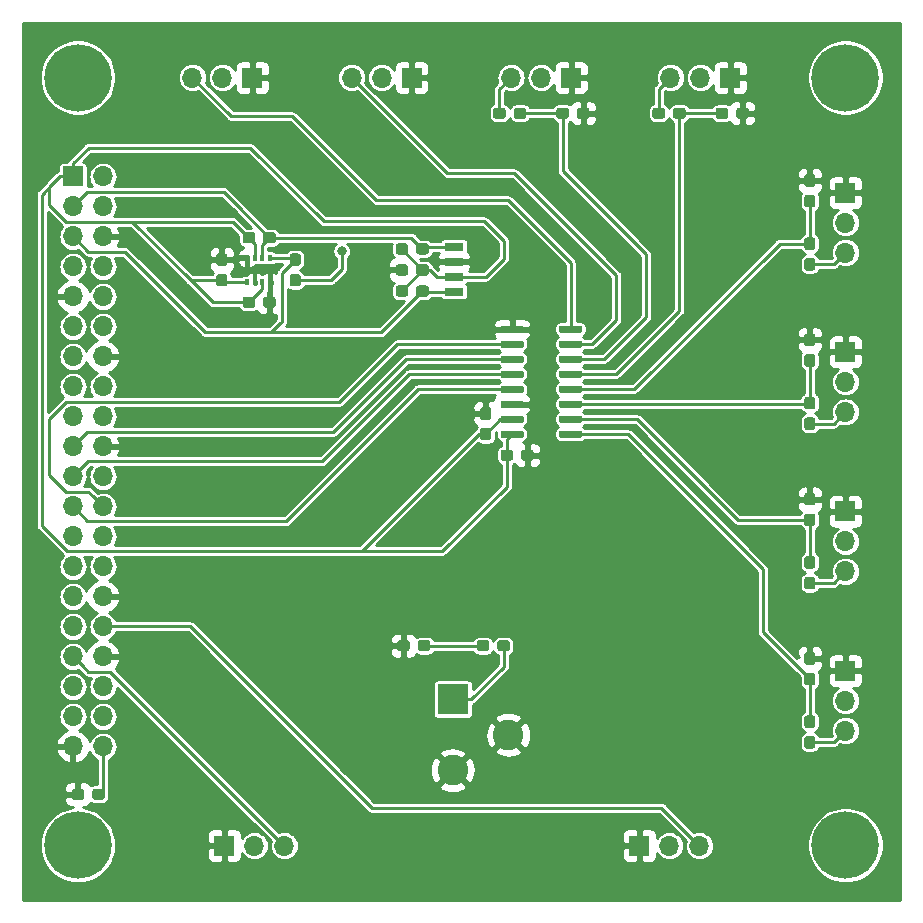
<source format=gbr>
G04 #@! TF.GenerationSoftware,KiCad,Pcbnew,(5.1.4-0-10_14)*
G04 #@! TF.CreationDate,2020-12-31T20:35:18-07:00*
G04 #@! TF.ProjectId,Motherboard,4d6f7468-6572-4626-9f61-72642e6b6963,rev?*
G04 #@! TF.SameCoordinates,Original*
G04 #@! TF.FileFunction,Copper,L1,Top*
G04 #@! TF.FilePolarity,Positive*
%FSLAX46Y46*%
G04 Gerber Fmt 4.6, Leading zero omitted, Abs format (unit mm)*
G04 Created by KiCad (PCBNEW (5.1.4-0-10_14)) date 2020-12-31 20:35:18*
%MOMM*%
%LPD*%
G04 APERTURE LIST*
%ADD10C,0.100000*%
%ADD11C,0.950000*%
%ADD12C,5.700000*%
%ADD13R,1.700000X1.700000*%
%ADD14O,1.700000X1.700000*%
%ADD15C,0.600000*%
%ADD16R,0.350000X0.500000*%
%ADD17R,1.600000X0.700000*%
%ADD18R,2.600000X2.600000*%
%ADD19C,2.600000*%
%ADD20C,0.800000*%
%ADD21C,0.254000*%
G04 APERTURE END LIST*
D10*
G36*
X93380779Y-61502144D02*
G01*
X93403834Y-61505563D01*
X93426443Y-61511227D01*
X93448387Y-61519079D01*
X93469457Y-61529044D01*
X93489448Y-61541026D01*
X93508168Y-61554910D01*
X93525438Y-61570562D01*
X93541090Y-61587832D01*
X93554974Y-61606552D01*
X93566956Y-61626543D01*
X93576921Y-61647613D01*
X93584773Y-61669557D01*
X93590437Y-61692166D01*
X93593856Y-61715221D01*
X93595000Y-61738500D01*
X93595000Y-62213500D01*
X93593856Y-62236779D01*
X93590437Y-62259834D01*
X93584773Y-62282443D01*
X93576921Y-62304387D01*
X93566956Y-62325457D01*
X93554974Y-62345448D01*
X93541090Y-62364168D01*
X93525438Y-62381438D01*
X93508168Y-62397090D01*
X93489448Y-62410974D01*
X93469457Y-62422956D01*
X93448387Y-62432921D01*
X93426443Y-62440773D01*
X93403834Y-62446437D01*
X93380779Y-62449856D01*
X93357500Y-62451000D01*
X92782500Y-62451000D01*
X92759221Y-62449856D01*
X92736166Y-62446437D01*
X92713557Y-62440773D01*
X92691613Y-62432921D01*
X92670543Y-62422956D01*
X92650552Y-62410974D01*
X92631832Y-62397090D01*
X92614562Y-62381438D01*
X92598910Y-62364168D01*
X92585026Y-62345448D01*
X92573044Y-62325457D01*
X92563079Y-62304387D01*
X92555227Y-62282443D01*
X92549563Y-62259834D01*
X92546144Y-62236779D01*
X92545000Y-62213500D01*
X92545000Y-61738500D01*
X92546144Y-61715221D01*
X92549563Y-61692166D01*
X92555227Y-61669557D01*
X92563079Y-61647613D01*
X92573044Y-61626543D01*
X92585026Y-61606552D01*
X92598910Y-61587832D01*
X92614562Y-61570562D01*
X92631832Y-61554910D01*
X92650552Y-61541026D01*
X92670543Y-61529044D01*
X92691613Y-61519079D01*
X92713557Y-61511227D01*
X92736166Y-61505563D01*
X92759221Y-61502144D01*
X92782500Y-61501000D01*
X93357500Y-61501000D01*
X93380779Y-61502144D01*
X93380779Y-61502144D01*
G37*
D11*
X93070000Y-61976000D03*
D10*
G36*
X91630779Y-61502144D02*
G01*
X91653834Y-61505563D01*
X91676443Y-61511227D01*
X91698387Y-61519079D01*
X91719457Y-61529044D01*
X91739448Y-61541026D01*
X91758168Y-61554910D01*
X91775438Y-61570562D01*
X91791090Y-61587832D01*
X91804974Y-61606552D01*
X91816956Y-61626543D01*
X91826921Y-61647613D01*
X91834773Y-61669557D01*
X91840437Y-61692166D01*
X91843856Y-61715221D01*
X91845000Y-61738500D01*
X91845000Y-62213500D01*
X91843856Y-62236779D01*
X91840437Y-62259834D01*
X91834773Y-62282443D01*
X91826921Y-62304387D01*
X91816956Y-62325457D01*
X91804974Y-62345448D01*
X91791090Y-62364168D01*
X91775438Y-62381438D01*
X91758168Y-62397090D01*
X91739448Y-62410974D01*
X91719457Y-62422956D01*
X91698387Y-62432921D01*
X91676443Y-62440773D01*
X91653834Y-62446437D01*
X91630779Y-62449856D01*
X91607500Y-62451000D01*
X91032500Y-62451000D01*
X91009221Y-62449856D01*
X90986166Y-62446437D01*
X90963557Y-62440773D01*
X90941613Y-62432921D01*
X90920543Y-62422956D01*
X90900552Y-62410974D01*
X90881832Y-62397090D01*
X90864562Y-62381438D01*
X90848910Y-62364168D01*
X90835026Y-62345448D01*
X90823044Y-62325457D01*
X90813079Y-62304387D01*
X90805227Y-62282443D01*
X90799563Y-62259834D01*
X90796144Y-62236779D01*
X90795000Y-62213500D01*
X90795000Y-61738500D01*
X90796144Y-61715221D01*
X90799563Y-61692166D01*
X90805227Y-61669557D01*
X90813079Y-61647613D01*
X90823044Y-61626543D01*
X90835026Y-61606552D01*
X90848910Y-61587832D01*
X90864562Y-61570562D01*
X90881832Y-61554910D01*
X90900552Y-61541026D01*
X90920543Y-61529044D01*
X90941613Y-61519079D01*
X90963557Y-61511227D01*
X90986166Y-61505563D01*
X91009221Y-61502144D01*
X91032500Y-61501000D01*
X91607500Y-61501000D01*
X91630779Y-61502144D01*
X91630779Y-61502144D01*
G37*
D11*
X91320000Y-61976000D03*
D10*
G36*
X67460779Y-44892644D02*
G01*
X67483834Y-44896063D01*
X67506443Y-44901727D01*
X67528387Y-44909579D01*
X67549457Y-44919544D01*
X67569448Y-44931526D01*
X67588168Y-44945410D01*
X67605438Y-44961062D01*
X67621090Y-44978332D01*
X67634974Y-44997052D01*
X67646956Y-45017043D01*
X67656921Y-45038113D01*
X67664773Y-45060057D01*
X67670437Y-45082666D01*
X67673856Y-45105721D01*
X67675000Y-45129000D01*
X67675000Y-45704000D01*
X67673856Y-45727279D01*
X67670437Y-45750334D01*
X67664773Y-45772943D01*
X67656921Y-45794887D01*
X67646956Y-45815957D01*
X67634974Y-45835948D01*
X67621090Y-45854668D01*
X67605438Y-45871938D01*
X67588168Y-45887590D01*
X67569448Y-45901474D01*
X67549457Y-45913456D01*
X67528387Y-45923421D01*
X67506443Y-45931273D01*
X67483834Y-45936937D01*
X67460779Y-45940356D01*
X67437500Y-45941500D01*
X66962500Y-45941500D01*
X66939221Y-45940356D01*
X66916166Y-45936937D01*
X66893557Y-45931273D01*
X66871613Y-45923421D01*
X66850543Y-45913456D01*
X66830552Y-45901474D01*
X66811832Y-45887590D01*
X66794562Y-45871938D01*
X66778910Y-45854668D01*
X66765026Y-45835948D01*
X66753044Y-45815957D01*
X66743079Y-45794887D01*
X66735227Y-45772943D01*
X66729563Y-45750334D01*
X66726144Y-45727279D01*
X66725000Y-45704000D01*
X66725000Y-45129000D01*
X66726144Y-45105721D01*
X66729563Y-45082666D01*
X66735227Y-45060057D01*
X66743079Y-45038113D01*
X66753044Y-45017043D01*
X66765026Y-44997052D01*
X66778910Y-44978332D01*
X66794562Y-44961062D01*
X66811832Y-44945410D01*
X66830552Y-44931526D01*
X66850543Y-44919544D01*
X66871613Y-44909579D01*
X66893557Y-44901727D01*
X66916166Y-44896063D01*
X66939221Y-44892644D01*
X66962500Y-44891500D01*
X67437500Y-44891500D01*
X67460779Y-44892644D01*
X67460779Y-44892644D01*
G37*
D11*
X67200000Y-45416500D03*
D10*
G36*
X67460779Y-46642644D02*
G01*
X67483834Y-46646063D01*
X67506443Y-46651727D01*
X67528387Y-46659579D01*
X67549457Y-46669544D01*
X67569448Y-46681526D01*
X67588168Y-46695410D01*
X67605438Y-46711062D01*
X67621090Y-46728332D01*
X67634974Y-46747052D01*
X67646956Y-46767043D01*
X67656921Y-46788113D01*
X67664773Y-46810057D01*
X67670437Y-46832666D01*
X67673856Y-46855721D01*
X67675000Y-46879000D01*
X67675000Y-47454000D01*
X67673856Y-47477279D01*
X67670437Y-47500334D01*
X67664773Y-47522943D01*
X67656921Y-47544887D01*
X67646956Y-47565957D01*
X67634974Y-47585948D01*
X67621090Y-47604668D01*
X67605438Y-47621938D01*
X67588168Y-47637590D01*
X67569448Y-47651474D01*
X67549457Y-47663456D01*
X67528387Y-47673421D01*
X67506443Y-47681273D01*
X67483834Y-47686937D01*
X67460779Y-47690356D01*
X67437500Y-47691500D01*
X66962500Y-47691500D01*
X66939221Y-47690356D01*
X66916166Y-47686937D01*
X66893557Y-47681273D01*
X66871613Y-47673421D01*
X66850543Y-47663456D01*
X66830552Y-47651474D01*
X66811832Y-47637590D01*
X66794562Y-47621938D01*
X66778910Y-47604668D01*
X66765026Y-47585948D01*
X66753044Y-47565957D01*
X66743079Y-47544887D01*
X66735227Y-47522943D01*
X66729563Y-47500334D01*
X66726144Y-47477279D01*
X66725000Y-47454000D01*
X66725000Y-46879000D01*
X66726144Y-46855721D01*
X66729563Y-46832666D01*
X66735227Y-46810057D01*
X66743079Y-46788113D01*
X66753044Y-46767043D01*
X66765026Y-46747052D01*
X66778910Y-46728332D01*
X66794562Y-46711062D01*
X66811832Y-46695410D01*
X66830552Y-46681526D01*
X66850543Y-46669544D01*
X66871613Y-46659579D01*
X66893557Y-46651727D01*
X66916166Y-46646063D01*
X66939221Y-46642644D01*
X66962500Y-46641500D01*
X67437500Y-46641500D01*
X67460779Y-46642644D01*
X67460779Y-46642644D01*
G37*
D11*
X67200000Y-47166500D03*
D10*
G36*
X69793779Y-48548144D02*
G01*
X69816834Y-48551563D01*
X69839443Y-48557227D01*
X69861387Y-48565079D01*
X69882457Y-48575044D01*
X69902448Y-48587026D01*
X69921168Y-48600910D01*
X69938438Y-48616562D01*
X69954090Y-48633832D01*
X69967974Y-48652552D01*
X69979956Y-48672543D01*
X69989921Y-48693613D01*
X69997773Y-48715557D01*
X70003437Y-48738166D01*
X70006856Y-48761221D01*
X70008000Y-48784500D01*
X70008000Y-49259500D01*
X70006856Y-49282779D01*
X70003437Y-49305834D01*
X69997773Y-49328443D01*
X69989921Y-49350387D01*
X69979956Y-49371457D01*
X69967974Y-49391448D01*
X69954090Y-49410168D01*
X69938438Y-49427438D01*
X69921168Y-49443090D01*
X69902448Y-49456974D01*
X69882457Y-49468956D01*
X69861387Y-49478921D01*
X69839443Y-49486773D01*
X69816834Y-49492437D01*
X69793779Y-49495856D01*
X69770500Y-49497000D01*
X69195500Y-49497000D01*
X69172221Y-49495856D01*
X69149166Y-49492437D01*
X69126557Y-49486773D01*
X69104613Y-49478921D01*
X69083543Y-49468956D01*
X69063552Y-49456974D01*
X69044832Y-49443090D01*
X69027562Y-49427438D01*
X69011910Y-49410168D01*
X68998026Y-49391448D01*
X68986044Y-49371457D01*
X68976079Y-49350387D01*
X68968227Y-49328443D01*
X68962563Y-49305834D01*
X68959144Y-49282779D01*
X68958000Y-49259500D01*
X68958000Y-48784500D01*
X68959144Y-48761221D01*
X68962563Y-48738166D01*
X68968227Y-48715557D01*
X68976079Y-48693613D01*
X68986044Y-48672543D01*
X68998026Y-48652552D01*
X69011910Y-48633832D01*
X69027562Y-48616562D01*
X69044832Y-48600910D01*
X69063552Y-48587026D01*
X69083543Y-48575044D01*
X69104613Y-48565079D01*
X69126557Y-48557227D01*
X69149166Y-48551563D01*
X69172221Y-48548144D01*
X69195500Y-48547000D01*
X69770500Y-48547000D01*
X69793779Y-48548144D01*
X69793779Y-48548144D01*
G37*
D11*
X69483000Y-49022000D03*
D10*
G36*
X71543779Y-48548144D02*
G01*
X71566834Y-48551563D01*
X71589443Y-48557227D01*
X71611387Y-48565079D01*
X71632457Y-48575044D01*
X71652448Y-48587026D01*
X71671168Y-48600910D01*
X71688438Y-48616562D01*
X71704090Y-48633832D01*
X71717974Y-48652552D01*
X71729956Y-48672543D01*
X71739921Y-48693613D01*
X71747773Y-48715557D01*
X71753437Y-48738166D01*
X71756856Y-48761221D01*
X71758000Y-48784500D01*
X71758000Y-49259500D01*
X71756856Y-49282779D01*
X71753437Y-49305834D01*
X71747773Y-49328443D01*
X71739921Y-49350387D01*
X71729956Y-49371457D01*
X71717974Y-49391448D01*
X71704090Y-49410168D01*
X71688438Y-49427438D01*
X71671168Y-49443090D01*
X71652448Y-49456974D01*
X71632457Y-49468956D01*
X71611387Y-49478921D01*
X71589443Y-49486773D01*
X71566834Y-49492437D01*
X71543779Y-49495856D01*
X71520500Y-49497000D01*
X70945500Y-49497000D01*
X70922221Y-49495856D01*
X70899166Y-49492437D01*
X70876557Y-49486773D01*
X70854613Y-49478921D01*
X70833543Y-49468956D01*
X70813552Y-49456974D01*
X70794832Y-49443090D01*
X70777562Y-49427438D01*
X70761910Y-49410168D01*
X70748026Y-49391448D01*
X70736044Y-49371457D01*
X70726079Y-49350387D01*
X70718227Y-49328443D01*
X70712563Y-49305834D01*
X70709144Y-49282779D01*
X70708000Y-49259500D01*
X70708000Y-48784500D01*
X70709144Y-48761221D01*
X70712563Y-48738166D01*
X70718227Y-48715557D01*
X70726079Y-48693613D01*
X70736044Y-48672543D01*
X70748026Y-48652552D01*
X70761910Y-48633832D01*
X70777562Y-48616562D01*
X70794832Y-48600910D01*
X70813552Y-48587026D01*
X70833543Y-48575044D01*
X70854613Y-48565079D01*
X70876557Y-48557227D01*
X70899166Y-48551563D01*
X70922221Y-48548144D01*
X70945500Y-48547000D01*
X71520500Y-48547000D01*
X71543779Y-48548144D01*
X71543779Y-48548144D01*
G37*
D11*
X71233000Y-49022000D03*
D10*
G36*
X82747779Y-45817644D02*
G01*
X82770834Y-45821063D01*
X82793443Y-45826727D01*
X82815387Y-45834579D01*
X82836457Y-45844544D01*
X82856448Y-45856526D01*
X82875168Y-45870410D01*
X82892438Y-45886062D01*
X82908090Y-45903332D01*
X82921974Y-45922052D01*
X82933956Y-45942043D01*
X82943921Y-45963113D01*
X82951773Y-45985057D01*
X82957437Y-46007666D01*
X82960856Y-46030721D01*
X82962000Y-46054000D01*
X82962000Y-46529000D01*
X82960856Y-46552279D01*
X82957437Y-46575334D01*
X82951773Y-46597943D01*
X82943921Y-46619887D01*
X82933956Y-46640957D01*
X82921974Y-46660948D01*
X82908090Y-46679668D01*
X82892438Y-46696938D01*
X82875168Y-46712590D01*
X82856448Y-46726474D01*
X82836457Y-46738456D01*
X82815387Y-46748421D01*
X82793443Y-46756273D01*
X82770834Y-46761937D01*
X82747779Y-46765356D01*
X82724500Y-46766500D01*
X82149500Y-46766500D01*
X82126221Y-46765356D01*
X82103166Y-46761937D01*
X82080557Y-46756273D01*
X82058613Y-46748421D01*
X82037543Y-46738456D01*
X82017552Y-46726474D01*
X81998832Y-46712590D01*
X81981562Y-46696938D01*
X81965910Y-46679668D01*
X81952026Y-46660948D01*
X81940044Y-46640957D01*
X81930079Y-46619887D01*
X81922227Y-46597943D01*
X81916563Y-46575334D01*
X81913144Y-46552279D01*
X81912000Y-46529000D01*
X81912000Y-46054000D01*
X81913144Y-46030721D01*
X81916563Y-46007666D01*
X81922227Y-45985057D01*
X81930079Y-45963113D01*
X81940044Y-45942043D01*
X81952026Y-45922052D01*
X81965910Y-45903332D01*
X81981562Y-45886062D01*
X81998832Y-45870410D01*
X82017552Y-45856526D01*
X82037543Y-45844544D01*
X82058613Y-45834579D01*
X82080557Y-45826727D01*
X82103166Y-45821063D01*
X82126221Y-45817644D01*
X82149500Y-45816500D01*
X82724500Y-45816500D01*
X82747779Y-45817644D01*
X82747779Y-45817644D01*
G37*
D11*
X82437000Y-46291500D03*
D10*
G36*
X84497779Y-45817644D02*
G01*
X84520834Y-45821063D01*
X84543443Y-45826727D01*
X84565387Y-45834579D01*
X84586457Y-45844544D01*
X84606448Y-45856526D01*
X84625168Y-45870410D01*
X84642438Y-45886062D01*
X84658090Y-45903332D01*
X84671974Y-45922052D01*
X84683956Y-45942043D01*
X84693921Y-45963113D01*
X84701773Y-45985057D01*
X84707437Y-46007666D01*
X84710856Y-46030721D01*
X84712000Y-46054000D01*
X84712000Y-46529000D01*
X84710856Y-46552279D01*
X84707437Y-46575334D01*
X84701773Y-46597943D01*
X84693921Y-46619887D01*
X84683956Y-46640957D01*
X84671974Y-46660948D01*
X84658090Y-46679668D01*
X84642438Y-46696938D01*
X84625168Y-46712590D01*
X84606448Y-46726474D01*
X84586457Y-46738456D01*
X84565387Y-46748421D01*
X84543443Y-46756273D01*
X84520834Y-46761937D01*
X84497779Y-46765356D01*
X84474500Y-46766500D01*
X83899500Y-46766500D01*
X83876221Y-46765356D01*
X83853166Y-46761937D01*
X83830557Y-46756273D01*
X83808613Y-46748421D01*
X83787543Y-46738456D01*
X83767552Y-46726474D01*
X83748832Y-46712590D01*
X83731562Y-46696938D01*
X83715910Y-46679668D01*
X83702026Y-46660948D01*
X83690044Y-46640957D01*
X83680079Y-46619887D01*
X83672227Y-46597943D01*
X83666563Y-46575334D01*
X83663144Y-46552279D01*
X83662000Y-46529000D01*
X83662000Y-46054000D01*
X83663144Y-46030721D01*
X83666563Y-46007666D01*
X83672227Y-45985057D01*
X83680079Y-45963113D01*
X83690044Y-45942043D01*
X83702026Y-45922052D01*
X83715910Y-45903332D01*
X83731562Y-45886062D01*
X83748832Y-45870410D01*
X83767552Y-45856526D01*
X83787543Y-45844544D01*
X83808613Y-45834579D01*
X83830557Y-45826727D01*
X83853166Y-45821063D01*
X83876221Y-45817644D01*
X83899500Y-45816500D01*
X84474500Y-45816500D01*
X84497779Y-45817644D01*
X84497779Y-45817644D01*
G37*
D11*
X84187000Y-46291500D03*
D10*
G36*
X57077279Y-90204144D02*
G01*
X57100334Y-90207563D01*
X57122943Y-90213227D01*
X57144887Y-90221079D01*
X57165957Y-90231044D01*
X57185948Y-90243026D01*
X57204668Y-90256910D01*
X57221938Y-90272562D01*
X57237590Y-90289832D01*
X57251474Y-90308552D01*
X57263456Y-90328543D01*
X57273421Y-90349613D01*
X57281273Y-90371557D01*
X57286937Y-90394166D01*
X57290356Y-90417221D01*
X57291500Y-90440500D01*
X57291500Y-90915500D01*
X57290356Y-90938779D01*
X57286937Y-90961834D01*
X57281273Y-90984443D01*
X57273421Y-91006387D01*
X57263456Y-91027457D01*
X57251474Y-91047448D01*
X57237590Y-91066168D01*
X57221938Y-91083438D01*
X57204668Y-91099090D01*
X57185948Y-91112974D01*
X57165957Y-91124956D01*
X57144887Y-91134921D01*
X57122943Y-91142773D01*
X57100334Y-91148437D01*
X57077279Y-91151856D01*
X57054000Y-91153000D01*
X56479000Y-91153000D01*
X56455721Y-91151856D01*
X56432666Y-91148437D01*
X56410057Y-91142773D01*
X56388113Y-91134921D01*
X56367043Y-91124956D01*
X56347052Y-91112974D01*
X56328332Y-91099090D01*
X56311062Y-91083438D01*
X56295410Y-91066168D01*
X56281526Y-91047448D01*
X56269544Y-91027457D01*
X56259579Y-91006387D01*
X56251727Y-90984443D01*
X56246063Y-90961834D01*
X56242644Y-90938779D01*
X56241500Y-90915500D01*
X56241500Y-90440500D01*
X56242644Y-90417221D01*
X56246063Y-90394166D01*
X56251727Y-90371557D01*
X56259579Y-90349613D01*
X56269544Y-90328543D01*
X56281526Y-90308552D01*
X56295410Y-90289832D01*
X56311062Y-90272562D01*
X56328332Y-90256910D01*
X56347052Y-90243026D01*
X56367043Y-90231044D01*
X56388113Y-90221079D01*
X56410057Y-90213227D01*
X56432666Y-90207563D01*
X56455721Y-90204144D01*
X56479000Y-90203000D01*
X57054000Y-90203000D01*
X57077279Y-90204144D01*
X57077279Y-90204144D01*
G37*
D11*
X56766500Y-90678000D03*
D10*
G36*
X55327279Y-90204144D02*
G01*
X55350334Y-90207563D01*
X55372943Y-90213227D01*
X55394887Y-90221079D01*
X55415957Y-90231044D01*
X55435948Y-90243026D01*
X55454668Y-90256910D01*
X55471938Y-90272562D01*
X55487590Y-90289832D01*
X55501474Y-90308552D01*
X55513456Y-90328543D01*
X55523421Y-90349613D01*
X55531273Y-90371557D01*
X55536937Y-90394166D01*
X55540356Y-90417221D01*
X55541500Y-90440500D01*
X55541500Y-90915500D01*
X55540356Y-90938779D01*
X55536937Y-90961834D01*
X55531273Y-90984443D01*
X55523421Y-91006387D01*
X55513456Y-91027457D01*
X55501474Y-91047448D01*
X55487590Y-91066168D01*
X55471938Y-91083438D01*
X55454668Y-91099090D01*
X55435948Y-91112974D01*
X55415957Y-91124956D01*
X55394887Y-91134921D01*
X55372943Y-91142773D01*
X55350334Y-91148437D01*
X55327279Y-91151856D01*
X55304000Y-91153000D01*
X54729000Y-91153000D01*
X54705721Y-91151856D01*
X54682666Y-91148437D01*
X54660057Y-91142773D01*
X54638113Y-91134921D01*
X54617043Y-91124956D01*
X54597052Y-91112974D01*
X54578332Y-91099090D01*
X54561062Y-91083438D01*
X54545410Y-91066168D01*
X54531526Y-91047448D01*
X54519544Y-91027457D01*
X54509579Y-91006387D01*
X54501727Y-90984443D01*
X54496063Y-90961834D01*
X54492644Y-90938779D01*
X54491500Y-90915500D01*
X54491500Y-90440500D01*
X54492644Y-90417221D01*
X54496063Y-90394166D01*
X54501727Y-90371557D01*
X54509579Y-90349613D01*
X54519544Y-90328543D01*
X54531526Y-90308552D01*
X54545410Y-90289832D01*
X54561062Y-90272562D01*
X54578332Y-90256910D01*
X54597052Y-90243026D01*
X54617043Y-90231044D01*
X54638113Y-90221079D01*
X54660057Y-90213227D01*
X54682666Y-90207563D01*
X54705721Y-90204144D01*
X54729000Y-90203000D01*
X55304000Y-90203000D01*
X55327279Y-90204144D01*
X55327279Y-90204144D01*
G37*
D11*
X55016500Y-90678000D03*
D10*
G36*
X82880779Y-77631144D02*
G01*
X82903834Y-77634563D01*
X82926443Y-77640227D01*
X82948387Y-77648079D01*
X82969457Y-77658044D01*
X82989448Y-77670026D01*
X83008168Y-77683910D01*
X83025438Y-77699562D01*
X83041090Y-77716832D01*
X83054974Y-77735552D01*
X83066956Y-77755543D01*
X83076921Y-77776613D01*
X83084773Y-77798557D01*
X83090437Y-77821166D01*
X83093856Y-77844221D01*
X83095000Y-77867500D01*
X83095000Y-78342500D01*
X83093856Y-78365779D01*
X83090437Y-78388834D01*
X83084773Y-78411443D01*
X83076921Y-78433387D01*
X83066956Y-78454457D01*
X83054974Y-78474448D01*
X83041090Y-78493168D01*
X83025438Y-78510438D01*
X83008168Y-78526090D01*
X82989448Y-78539974D01*
X82969457Y-78551956D01*
X82948387Y-78561921D01*
X82926443Y-78569773D01*
X82903834Y-78575437D01*
X82880779Y-78578856D01*
X82857500Y-78580000D01*
X82282500Y-78580000D01*
X82259221Y-78578856D01*
X82236166Y-78575437D01*
X82213557Y-78569773D01*
X82191613Y-78561921D01*
X82170543Y-78551956D01*
X82150552Y-78539974D01*
X82131832Y-78526090D01*
X82114562Y-78510438D01*
X82098910Y-78493168D01*
X82085026Y-78474448D01*
X82073044Y-78454457D01*
X82063079Y-78433387D01*
X82055227Y-78411443D01*
X82049563Y-78388834D01*
X82046144Y-78365779D01*
X82045000Y-78342500D01*
X82045000Y-77867500D01*
X82046144Y-77844221D01*
X82049563Y-77821166D01*
X82055227Y-77798557D01*
X82063079Y-77776613D01*
X82073044Y-77755543D01*
X82085026Y-77735552D01*
X82098910Y-77716832D01*
X82114562Y-77699562D01*
X82131832Y-77683910D01*
X82150552Y-77670026D01*
X82170543Y-77658044D01*
X82191613Y-77648079D01*
X82213557Y-77640227D01*
X82236166Y-77634563D01*
X82259221Y-77631144D01*
X82282500Y-77630000D01*
X82857500Y-77630000D01*
X82880779Y-77631144D01*
X82880779Y-77631144D01*
G37*
D11*
X82570000Y-78105000D03*
D10*
G36*
X84630779Y-77631144D02*
G01*
X84653834Y-77634563D01*
X84676443Y-77640227D01*
X84698387Y-77648079D01*
X84719457Y-77658044D01*
X84739448Y-77670026D01*
X84758168Y-77683910D01*
X84775438Y-77699562D01*
X84791090Y-77716832D01*
X84804974Y-77735552D01*
X84816956Y-77755543D01*
X84826921Y-77776613D01*
X84834773Y-77798557D01*
X84840437Y-77821166D01*
X84843856Y-77844221D01*
X84845000Y-77867500D01*
X84845000Y-78342500D01*
X84843856Y-78365779D01*
X84840437Y-78388834D01*
X84834773Y-78411443D01*
X84826921Y-78433387D01*
X84816956Y-78454457D01*
X84804974Y-78474448D01*
X84791090Y-78493168D01*
X84775438Y-78510438D01*
X84758168Y-78526090D01*
X84739448Y-78539974D01*
X84719457Y-78551956D01*
X84698387Y-78561921D01*
X84676443Y-78569773D01*
X84653834Y-78575437D01*
X84630779Y-78578856D01*
X84607500Y-78580000D01*
X84032500Y-78580000D01*
X84009221Y-78578856D01*
X83986166Y-78575437D01*
X83963557Y-78569773D01*
X83941613Y-78561921D01*
X83920543Y-78551956D01*
X83900552Y-78539974D01*
X83881832Y-78526090D01*
X83864562Y-78510438D01*
X83848910Y-78493168D01*
X83835026Y-78474448D01*
X83823044Y-78454457D01*
X83813079Y-78433387D01*
X83805227Y-78411443D01*
X83799563Y-78388834D01*
X83796144Y-78365779D01*
X83795000Y-78342500D01*
X83795000Y-77867500D01*
X83796144Y-77844221D01*
X83799563Y-77821166D01*
X83805227Y-77798557D01*
X83813079Y-77776613D01*
X83823044Y-77755543D01*
X83835026Y-77735552D01*
X83848910Y-77716832D01*
X83864562Y-77699562D01*
X83881832Y-77683910D01*
X83900552Y-77670026D01*
X83920543Y-77658044D01*
X83941613Y-77648079D01*
X83963557Y-77640227D01*
X83986166Y-77634563D01*
X84009221Y-77631144D01*
X84032500Y-77630000D01*
X84607500Y-77630000D01*
X84630779Y-77631144D01*
X84630779Y-77631144D01*
G37*
D11*
X84320000Y-78105000D03*
D12*
X55000000Y-30000000D03*
X120000000Y-30000000D03*
X55000000Y-95000000D03*
X120000000Y-95000000D03*
D13*
X83280000Y-30000000D03*
D14*
X80740000Y-30000000D03*
X78200000Y-30000000D03*
X64710000Y-30000000D03*
X67250000Y-30000000D03*
D13*
X69790000Y-30000000D03*
X54594000Y-38375000D03*
D14*
X57134000Y-38375000D03*
X54594000Y-40915000D03*
X57134000Y-40915000D03*
X54594000Y-43455000D03*
X57134000Y-43455000D03*
X54594000Y-45995000D03*
X57134000Y-45995000D03*
X54594000Y-48535000D03*
X57134000Y-48535000D03*
X54594000Y-51075000D03*
X57134000Y-51075000D03*
X54594000Y-53615000D03*
X57134000Y-53615000D03*
X54594000Y-56155000D03*
X57134000Y-56155000D03*
X54594000Y-58695000D03*
X57134000Y-58695000D03*
X54594000Y-61235000D03*
X57134000Y-61235000D03*
X54594000Y-63775000D03*
X57134000Y-63775000D03*
X54594000Y-66315000D03*
X57134000Y-66315000D03*
X54594000Y-68855000D03*
X57134000Y-68855000D03*
X54594000Y-71395000D03*
X57134000Y-71395000D03*
X54594000Y-73935000D03*
X57134000Y-73935000D03*
X54594000Y-76475000D03*
X57134000Y-76475000D03*
X54594000Y-79015000D03*
X57134000Y-79015000D03*
X54594000Y-81555000D03*
X57134000Y-81555000D03*
X54594000Y-84095000D03*
X57134000Y-84095000D03*
X54594000Y-86635000D03*
X57134000Y-86635000D03*
D13*
X102550000Y-95046000D03*
D14*
X105090000Y-95046000D03*
X107630000Y-95046000D03*
X72480000Y-95046000D03*
X69940000Y-95046000D03*
D13*
X67400000Y-95046000D03*
D14*
X120000000Y-85290000D03*
X120000000Y-82750000D03*
D13*
X120000000Y-80210000D03*
X120000000Y-66720000D03*
D14*
X120000000Y-69260000D03*
X120000000Y-71800000D03*
X120000000Y-58310000D03*
X120000000Y-55770000D03*
D13*
X120000000Y-53230000D03*
D14*
X120000000Y-44820000D03*
X120000000Y-42280000D03*
D13*
X120000000Y-39740000D03*
X110260000Y-30000000D03*
D14*
X107720000Y-30000000D03*
X105180000Y-30000000D03*
D13*
X96770000Y-30000000D03*
D14*
X94230000Y-30000000D03*
X91690000Y-30000000D03*
D10*
G36*
X117240779Y-84011144D02*
G01*
X117263834Y-84014563D01*
X117286443Y-84020227D01*
X117308387Y-84028079D01*
X117329457Y-84038044D01*
X117349448Y-84050026D01*
X117368168Y-84063910D01*
X117385438Y-84079562D01*
X117401090Y-84096832D01*
X117414974Y-84115552D01*
X117426956Y-84135543D01*
X117436921Y-84156613D01*
X117444773Y-84178557D01*
X117450437Y-84201166D01*
X117453856Y-84224221D01*
X117455000Y-84247500D01*
X117455000Y-84822500D01*
X117453856Y-84845779D01*
X117450437Y-84868834D01*
X117444773Y-84891443D01*
X117436921Y-84913387D01*
X117426956Y-84934457D01*
X117414974Y-84954448D01*
X117401090Y-84973168D01*
X117385438Y-84990438D01*
X117368168Y-85006090D01*
X117349448Y-85019974D01*
X117329457Y-85031956D01*
X117308387Y-85041921D01*
X117286443Y-85049773D01*
X117263834Y-85055437D01*
X117240779Y-85058856D01*
X117217500Y-85060000D01*
X116742500Y-85060000D01*
X116719221Y-85058856D01*
X116696166Y-85055437D01*
X116673557Y-85049773D01*
X116651613Y-85041921D01*
X116630543Y-85031956D01*
X116610552Y-85019974D01*
X116591832Y-85006090D01*
X116574562Y-84990438D01*
X116558910Y-84973168D01*
X116545026Y-84954448D01*
X116533044Y-84934457D01*
X116523079Y-84913387D01*
X116515227Y-84891443D01*
X116509563Y-84868834D01*
X116506144Y-84845779D01*
X116505000Y-84822500D01*
X116505000Y-84247500D01*
X116506144Y-84224221D01*
X116509563Y-84201166D01*
X116515227Y-84178557D01*
X116523079Y-84156613D01*
X116533044Y-84135543D01*
X116545026Y-84115552D01*
X116558910Y-84096832D01*
X116574562Y-84079562D01*
X116591832Y-84063910D01*
X116610552Y-84050026D01*
X116630543Y-84038044D01*
X116651613Y-84028079D01*
X116673557Y-84020227D01*
X116696166Y-84014563D01*
X116719221Y-84011144D01*
X116742500Y-84010000D01*
X117217500Y-84010000D01*
X117240779Y-84011144D01*
X117240779Y-84011144D01*
G37*
D11*
X116980000Y-84535000D03*
D10*
G36*
X117240779Y-85761144D02*
G01*
X117263834Y-85764563D01*
X117286443Y-85770227D01*
X117308387Y-85778079D01*
X117329457Y-85788044D01*
X117349448Y-85800026D01*
X117368168Y-85813910D01*
X117385438Y-85829562D01*
X117401090Y-85846832D01*
X117414974Y-85865552D01*
X117426956Y-85885543D01*
X117436921Y-85906613D01*
X117444773Y-85928557D01*
X117450437Y-85951166D01*
X117453856Y-85974221D01*
X117455000Y-85997500D01*
X117455000Y-86572500D01*
X117453856Y-86595779D01*
X117450437Y-86618834D01*
X117444773Y-86641443D01*
X117436921Y-86663387D01*
X117426956Y-86684457D01*
X117414974Y-86704448D01*
X117401090Y-86723168D01*
X117385438Y-86740438D01*
X117368168Y-86756090D01*
X117349448Y-86769974D01*
X117329457Y-86781956D01*
X117308387Y-86791921D01*
X117286443Y-86799773D01*
X117263834Y-86805437D01*
X117240779Y-86808856D01*
X117217500Y-86810000D01*
X116742500Y-86810000D01*
X116719221Y-86808856D01*
X116696166Y-86805437D01*
X116673557Y-86799773D01*
X116651613Y-86791921D01*
X116630543Y-86781956D01*
X116610552Y-86769974D01*
X116591832Y-86756090D01*
X116574562Y-86740438D01*
X116558910Y-86723168D01*
X116545026Y-86704448D01*
X116533044Y-86684457D01*
X116523079Y-86663387D01*
X116515227Y-86641443D01*
X116509563Y-86618834D01*
X116506144Y-86595779D01*
X116505000Y-86572500D01*
X116505000Y-85997500D01*
X116506144Y-85974221D01*
X116509563Y-85951166D01*
X116515227Y-85928557D01*
X116523079Y-85906613D01*
X116533044Y-85885543D01*
X116545026Y-85865552D01*
X116558910Y-85846832D01*
X116574562Y-85829562D01*
X116591832Y-85813910D01*
X116610552Y-85800026D01*
X116630543Y-85788044D01*
X116651613Y-85778079D01*
X116673557Y-85770227D01*
X116696166Y-85764563D01*
X116719221Y-85761144D01*
X116742500Y-85760000D01*
X117217500Y-85760000D01*
X117240779Y-85761144D01*
X117240779Y-85761144D01*
G37*
D11*
X116980000Y-86285000D03*
D10*
G36*
X117240779Y-78661144D02*
G01*
X117263834Y-78664563D01*
X117286443Y-78670227D01*
X117308387Y-78678079D01*
X117329457Y-78688044D01*
X117349448Y-78700026D01*
X117368168Y-78713910D01*
X117385438Y-78729562D01*
X117401090Y-78746832D01*
X117414974Y-78765552D01*
X117426956Y-78785543D01*
X117436921Y-78806613D01*
X117444773Y-78828557D01*
X117450437Y-78851166D01*
X117453856Y-78874221D01*
X117455000Y-78897500D01*
X117455000Y-79472500D01*
X117453856Y-79495779D01*
X117450437Y-79518834D01*
X117444773Y-79541443D01*
X117436921Y-79563387D01*
X117426956Y-79584457D01*
X117414974Y-79604448D01*
X117401090Y-79623168D01*
X117385438Y-79640438D01*
X117368168Y-79656090D01*
X117349448Y-79669974D01*
X117329457Y-79681956D01*
X117308387Y-79691921D01*
X117286443Y-79699773D01*
X117263834Y-79705437D01*
X117240779Y-79708856D01*
X117217500Y-79710000D01*
X116742500Y-79710000D01*
X116719221Y-79708856D01*
X116696166Y-79705437D01*
X116673557Y-79699773D01*
X116651613Y-79691921D01*
X116630543Y-79681956D01*
X116610552Y-79669974D01*
X116591832Y-79656090D01*
X116574562Y-79640438D01*
X116558910Y-79623168D01*
X116545026Y-79604448D01*
X116533044Y-79584457D01*
X116523079Y-79563387D01*
X116515227Y-79541443D01*
X116509563Y-79518834D01*
X116506144Y-79495779D01*
X116505000Y-79472500D01*
X116505000Y-78897500D01*
X116506144Y-78874221D01*
X116509563Y-78851166D01*
X116515227Y-78828557D01*
X116523079Y-78806613D01*
X116533044Y-78785543D01*
X116545026Y-78765552D01*
X116558910Y-78746832D01*
X116574562Y-78729562D01*
X116591832Y-78713910D01*
X116610552Y-78700026D01*
X116630543Y-78688044D01*
X116651613Y-78678079D01*
X116673557Y-78670227D01*
X116696166Y-78664563D01*
X116719221Y-78661144D01*
X116742500Y-78660000D01*
X117217500Y-78660000D01*
X117240779Y-78661144D01*
X117240779Y-78661144D01*
G37*
D11*
X116980000Y-79185000D03*
D10*
G36*
X117240779Y-80411144D02*
G01*
X117263834Y-80414563D01*
X117286443Y-80420227D01*
X117308387Y-80428079D01*
X117329457Y-80438044D01*
X117349448Y-80450026D01*
X117368168Y-80463910D01*
X117385438Y-80479562D01*
X117401090Y-80496832D01*
X117414974Y-80515552D01*
X117426956Y-80535543D01*
X117436921Y-80556613D01*
X117444773Y-80578557D01*
X117450437Y-80601166D01*
X117453856Y-80624221D01*
X117455000Y-80647500D01*
X117455000Y-81222500D01*
X117453856Y-81245779D01*
X117450437Y-81268834D01*
X117444773Y-81291443D01*
X117436921Y-81313387D01*
X117426956Y-81334457D01*
X117414974Y-81354448D01*
X117401090Y-81373168D01*
X117385438Y-81390438D01*
X117368168Y-81406090D01*
X117349448Y-81419974D01*
X117329457Y-81431956D01*
X117308387Y-81441921D01*
X117286443Y-81449773D01*
X117263834Y-81455437D01*
X117240779Y-81458856D01*
X117217500Y-81460000D01*
X116742500Y-81460000D01*
X116719221Y-81458856D01*
X116696166Y-81455437D01*
X116673557Y-81449773D01*
X116651613Y-81441921D01*
X116630543Y-81431956D01*
X116610552Y-81419974D01*
X116591832Y-81406090D01*
X116574562Y-81390438D01*
X116558910Y-81373168D01*
X116545026Y-81354448D01*
X116533044Y-81334457D01*
X116523079Y-81313387D01*
X116515227Y-81291443D01*
X116509563Y-81268834D01*
X116506144Y-81245779D01*
X116505000Y-81222500D01*
X116505000Y-80647500D01*
X116506144Y-80624221D01*
X116509563Y-80601166D01*
X116515227Y-80578557D01*
X116523079Y-80556613D01*
X116533044Y-80535543D01*
X116545026Y-80515552D01*
X116558910Y-80496832D01*
X116574562Y-80479562D01*
X116591832Y-80463910D01*
X116610552Y-80450026D01*
X116630543Y-80438044D01*
X116651613Y-80428079D01*
X116673557Y-80420227D01*
X116696166Y-80414563D01*
X116719221Y-80411144D01*
X116742500Y-80410000D01*
X117217500Y-80410000D01*
X117240779Y-80411144D01*
X117240779Y-80411144D01*
G37*
D11*
X116980000Y-80935000D03*
D10*
G36*
X117240779Y-72271144D02*
G01*
X117263834Y-72274563D01*
X117286443Y-72280227D01*
X117308387Y-72288079D01*
X117329457Y-72298044D01*
X117349448Y-72310026D01*
X117368168Y-72323910D01*
X117385438Y-72339562D01*
X117401090Y-72356832D01*
X117414974Y-72375552D01*
X117426956Y-72395543D01*
X117436921Y-72416613D01*
X117444773Y-72438557D01*
X117450437Y-72461166D01*
X117453856Y-72484221D01*
X117455000Y-72507500D01*
X117455000Y-73082500D01*
X117453856Y-73105779D01*
X117450437Y-73128834D01*
X117444773Y-73151443D01*
X117436921Y-73173387D01*
X117426956Y-73194457D01*
X117414974Y-73214448D01*
X117401090Y-73233168D01*
X117385438Y-73250438D01*
X117368168Y-73266090D01*
X117349448Y-73279974D01*
X117329457Y-73291956D01*
X117308387Y-73301921D01*
X117286443Y-73309773D01*
X117263834Y-73315437D01*
X117240779Y-73318856D01*
X117217500Y-73320000D01*
X116742500Y-73320000D01*
X116719221Y-73318856D01*
X116696166Y-73315437D01*
X116673557Y-73309773D01*
X116651613Y-73301921D01*
X116630543Y-73291956D01*
X116610552Y-73279974D01*
X116591832Y-73266090D01*
X116574562Y-73250438D01*
X116558910Y-73233168D01*
X116545026Y-73214448D01*
X116533044Y-73194457D01*
X116523079Y-73173387D01*
X116515227Y-73151443D01*
X116509563Y-73128834D01*
X116506144Y-73105779D01*
X116505000Y-73082500D01*
X116505000Y-72507500D01*
X116506144Y-72484221D01*
X116509563Y-72461166D01*
X116515227Y-72438557D01*
X116523079Y-72416613D01*
X116533044Y-72395543D01*
X116545026Y-72375552D01*
X116558910Y-72356832D01*
X116574562Y-72339562D01*
X116591832Y-72323910D01*
X116610552Y-72310026D01*
X116630543Y-72298044D01*
X116651613Y-72288079D01*
X116673557Y-72280227D01*
X116696166Y-72274563D01*
X116719221Y-72271144D01*
X116742500Y-72270000D01*
X117217500Y-72270000D01*
X117240779Y-72271144D01*
X117240779Y-72271144D01*
G37*
D11*
X116980000Y-72795000D03*
D10*
G36*
X117240779Y-70521144D02*
G01*
X117263834Y-70524563D01*
X117286443Y-70530227D01*
X117308387Y-70538079D01*
X117329457Y-70548044D01*
X117349448Y-70560026D01*
X117368168Y-70573910D01*
X117385438Y-70589562D01*
X117401090Y-70606832D01*
X117414974Y-70625552D01*
X117426956Y-70645543D01*
X117436921Y-70666613D01*
X117444773Y-70688557D01*
X117450437Y-70711166D01*
X117453856Y-70734221D01*
X117455000Y-70757500D01*
X117455000Y-71332500D01*
X117453856Y-71355779D01*
X117450437Y-71378834D01*
X117444773Y-71401443D01*
X117436921Y-71423387D01*
X117426956Y-71444457D01*
X117414974Y-71464448D01*
X117401090Y-71483168D01*
X117385438Y-71500438D01*
X117368168Y-71516090D01*
X117349448Y-71529974D01*
X117329457Y-71541956D01*
X117308387Y-71551921D01*
X117286443Y-71559773D01*
X117263834Y-71565437D01*
X117240779Y-71568856D01*
X117217500Y-71570000D01*
X116742500Y-71570000D01*
X116719221Y-71568856D01*
X116696166Y-71565437D01*
X116673557Y-71559773D01*
X116651613Y-71551921D01*
X116630543Y-71541956D01*
X116610552Y-71529974D01*
X116591832Y-71516090D01*
X116574562Y-71500438D01*
X116558910Y-71483168D01*
X116545026Y-71464448D01*
X116533044Y-71444457D01*
X116523079Y-71423387D01*
X116515227Y-71401443D01*
X116509563Y-71378834D01*
X116506144Y-71355779D01*
X116505000Y-71332500D01*
X116505000Y-70757500D01*
X116506144Y-70734221D01*
X116509563Y-70711166D01*
X116515227Y-70688557D01*
X116523079Y-70666613D01*
X116533044Y-70645543D01*
X116545026Y-70625552D01*
X116558910Y-70606832D01*
X116574562Y-70589562D01*
X116591832Y-70573910D01*
X116610552Y-70560026D01*
X116630543Y-70548044D01*
X116651613Y-70538079D01*
X116673557Y-70530227D01*
X116696166Y-70524563D01*
X116719221Y-70521144D01*
X116742500Y-70520000D01*
X117217500Y-70520000D01*
X117240779Y-70521144D01*
X117240779Y-70521144D01*
G37*
D11*
X116980000Y-71045000D03*
D10*
G36*
X117240779Y-65171144D02*
G01*
X117263834Y-65174563D01*
X117286443Y-65180227D01*
X117308387Y-65188079D01*
X117329457Y-65198044D01*
X117349448Y-65210026D01*
X117368168Y-65223910D01*
X117385438Y-65239562D01*
X117401090Y-65256832D01*
X117414974Y-65275552D01*
X117426956Y-65295543D01*
X117436921Y-65316613D01*
X117444773Y-65338557D01*
X117450437Y-65361166D01*
X117453856Y-65384221D01*
X117455000Y-65407500D01*
X117455000Y-65982500D01*
X117453856Y-66005779D01*
X117450437Y-66028834D01*
X117444773Y-66051443D01*
X117436921Y-66073387D01*
X117426956Y-66094457D01*
X117414974Y-66114448D01*
X117401090Y-66133168D01*
X117385438Y-66150438D01*
X117368168Y-66166090D01*
X117349448Y-66179974D01*
X117329457Y-66191956D01*
X117308387Y-66201921D01*
X117286443Y-66209773D01*
X117263834Y-66215437D01*
X117240779Y-66218856D01*
X117217500Y-66220000D01*
X116742500Y-66220000D01*
X116719221Y-66218856D01*
X116696166Y-66215437D01*
X116673557Y-66209773D01*
X116651613Y-66201921D01*
X116630543Y-66191956D01*
X116610552Y-66179974D01*
X116591832Y-66166090D01*
X116574562Y-66150438D01*
X116558910Y-66133168D01*
X116545026Y-66114448D01*
X116533044Y-66094457D01*
X116523079Y-66073387D01*
X116515227Y-66051443D01*
X116509563Y-66028834D01*
X116506144Y-66005779D01*
X116505000Y-65982500D01*
X116505000Y-65407500D01*
X116506144Y-65384221D01*
X116509563Y-65361166D01*
X116515227Y-65338557D01*
X116523079Y-65316613D01*
X116533044Y-65295543D01*
X116545026Y-65275552D01*
X116558910Y-65256832D01*
X116574562Y-65239562D01*
X116591832Y-65223910D01*
X116610552Y-65210026D01*
X116630543Y-65198044D01*
X116651613Y-65188079D01*
X116673557Y-65180227D01*
X116696166Y-65174563D01*
X116719221Y-65171144D01*
X116742500Y-65170000D01*
X117217500Y-65170000D01*
X117240779Y-65171144D01*
X117240779Y-65171144D01*
G37*
D11*
X116980000Y-65695000D03*
D10*
G36*
X117240779Y-66921144D02*
G01*
X117263834Y-66924563D01*
X117286443Y-66930227D01*
X117308387Y-66938079D01*
X117329457Y-66948044D01*
X117349448Y-66960026D01*
X117368168Y-66973910D01*
X117385438Y-66989562D01*
X117401090Y-67006832D01*
X117414974Y-67025552D01*
X117426956Y-67045543D01*
X117436921Y-67066613D01*
X117444773Y-67088557D01*
X117450437Y-67111166D01*
X117453856Y-67134221D01*
X117455000Y-67157500D01*
X117455000Y-67732500D01*
X117453856Y-67755779D01*
X117450437Y-67778834D01*
X117444773Y-67801443D01*
X117436921Y-67823387D01*
X117426956Y-67844457D01*
X117414974Y-67864448D01*
X117401090Y-67883168D01*
X117385438Y-67900438D01*
X117368168Y-67916090D01*
X117349448Y-67929974D01*
X117329457Y-67941956D01*
X117308387Y-67951921D01*
X117286443Y-67959773D01*
X117263834Y-67965437D01*
X117240779Y-67968856D01*
X117217500Y-67970000D01*
X116742500Y-67970000D01*
X116719221Y-67968856D01*
X116696166Y-67965437D01*
X116673557Y-67959773D01*
X116651613Y-67951921D01*
X116630543Y-67941956D01*
X116610552Y-67929974D01*
X116591832Y-67916090D01*
X116574562Y-67900438D01*
X116558910Y-67883168D01*
X116545026Y-67864448D01*
X116533044Y-67844457D01*
X116523079Y-67823387D01*
X116515227Y-67801443D01*
X116509563Y-67778834D01*
X116506144Y-67755779D01*
X116505000Y-67732500D01*
X116505000Y-67157500D01*
X116506144Y-67134221D01*
X116509563Y-67111166D01*
X116515227Y-67088557D01*
X116523079Y-67066613D01*
X116533044Y-67045543D01*
X116545026Y-67025552D01*
X116558910Y-67006832D01*
X116574562Y-66989562D01*
X116591832Y-66973910D01*
X116610552Y-66960026D01*
X116630543Y-66948044D01*
X116651613Y-66938079D01*
X116673557Y-66930227D01*
X116696166Y-66924563D01*
X116719221Y-66921144D01*
X116742500Y-66920000D01*
X117217500Y-66920000D01*
X117240779Y-66921144D01*
X117240779Y-66921144D01*
G37*
D11*
X116980000Y-67445000D03*
D10*
G36*
X69793779Y-43090144D02*
G01*
X69816834Y-43093563D01*
X69839443Y-43099227D01*
X69861387Y-43107079D01*
X69882457Y-43117044D01*
X69902448Y-43129026D01*
X69921168Y-43142910D01*
X69938438Y-43158562D01*
X69954090Y-43175832D01*
X69967974Y-43194552D01*
X69979956Y-43214543D01*
X69989921Y-43235613D01*
X69997773Y-43257557D01*
X70003437Y-43280166D01*
X70006856Y-43303221D01*
X70008000Y-43326500D01*
X70008000Y-43801500D01*
X70006856Y-43824779D01*
X70003437Y-43847834D01*
X69997773Y-43870443D01*
X69989921Y-43892387D01*
X69979956Y-43913457D01*
X69967974Y-43933448D01*
X69954090Y-43952168D01*
X69938438Y-43969438D01*
X69921168Y-43985090D01*
X69902448Y-43998974D01*
X69882457Y-44010956D01*
X69861387Y-44020921D01*
X69839443Y-44028773D01*
X69816834Y-44034437D01*
X69793779Y-44037856D01*
X69770500Y-44039000D01*
X69195500Y-44039000D01*
X69172221Y-44037856D01*
X69149166Y-44034437D01*
X69126557Y-44028773D01*
X69104613Y-44020921D01*
X69083543Y-44010956D01*
X69063552Y-43998974D01*
X69044832Y-43985090D01*
X69027562Y-43969438D01*
X69011910Y-43952168D01*
X68998026Y-43933448D01*
X68986044Y-43913457D01*
X68976079Y-43892387D01*
X68968227Y-43870443D01*
X68962563Y-43847834D01*
X68959144Y-43824779D01*
X68958000Y-43801500D01*
X68958000Y-43326500D01*
X68959144Y-43303221D01*
X68962563Y-43280166D01*
X68968227Y-43257557D01*
X68976079Y-43235613D01*
X68986044Y-43214543D01*
X68998026Y-43194552D01*
X69011910Y-43175832D01*
X69027562Y-43158562D01*
X69044832Y-43142910D01*
X69063552Y-43129026D01*
X69083543Y-43117044D01*
X69104613Y-43107079D01*
X69126557Y-43099227D01*
X69149166Y-43093563D01*
X69172221Y-43090144D01*
X69195500Y-43089000D01*
X69770500Y-43089000D01*
X69793779Y-43090144D01*
X69793779Y-43090144D01*
G37*
D11*
X69483000Y-43564000D03*
D10*
G36*
X71543779Y-43090144D02*
G01*
X71566834Y-43093563D01*
X71589443Y-43099227D01*
X71611387Y-43107079D01*
X71632457Y-43117044D01*
X71652448Y-43129026D01*
X71671168Y-43142910D01*
X71688438Y-43158562D01*
X71704090Y-43175832D01*
X71717974Y-43194552D01*
X71729956Y-43214543D01*
X71739921Y-43235613D01*
X71747773Y-43257557D01*
X71753437Y-43280166D01*
X71756856Y-43303221D01*
X71758000Y-43326500D01*
X71758000Y-43801500D01*
X71756856Y-43824779D01*
X71753437Y-43847834D01*
X71747773Y-43870443D01*
X71739921Y-43892387D01*
X71729956Y-43913457D01*
X71717974Y-43933448D01*
X71704090Y-43952168D01*
X71688438Y-43969438D01*
X71671168Y-43985090D01*
X71652448Y-43998974D01*
X71632457Y-44010956D01*
X71611387Y-44020921D01*
X71589443Y-44028773D01*
X71566834Y-44034437D01*
X71543779Y-44037856D01*
X71520500Y-44039000D01*
X70945500Y-44039000D01*
X70922221Y-44037856D01*
X70899166Y-44034437D01*
X70876557Y-44028773D01*
X70854613Y-44020921D01*
X70833543Y-44010956D01*
X70813552Y-43998974D01*
X70794832Y-43985090D01*
X70777562Y-43969438D01*
X70761910Y-43952168D01*
X70748026Y-43933448D01*
X70736044Y-43913457D01*
X70726079Y-43892387D01*
X70718227Y-43870443D01*
X70712563Y-43847834D01*
X70709144Y-43824779D01*
X70708000Y-43801500D01*
X70708000Y-43326500D01*
X70709144Y-43303221D01*
X70712563Y-43280166D01*
X70718227Y-43257557D01*
X70726079Y-43235613D01*
X70736044Y-43214543D01*
X70748026Y-43194552D01*
X70761910Y-43175832D01*
X70777562Y-43158562D01*
X70794832Y-43142910D01*
X70813552Y-43129026D01*
X70833543Y-43117044D01*
X70854613Y-43107079D01*
X70876557Y-43099227D01*
X70899166Y-43093563D01*
X70922221Y-43090144D01*
X70945500Y-43089000D01*
X71520500Y-43089000D01*
X71543779Y-43090144D01*
X71543779Y-43090144D01*
G37*
D11*
X71233000Y-43564000D03*
D10*
G36*
X73666779Y-44892644D02*
G01*
X73689834Y-44896063D01*
X73712443Y-44901727D01*
X73734387Y-44909579D01*
X73755457Y-44919544D01*
X73775448Y-44931526D01*
X73794168Y-44945410D01*
X73811438Y-44961062D01*
X73827090Y-44978332D01*
X73840974Y-44997052D01*
X73852956Y-45017043D01*
X73862921Y-45038113D01*
X73870773Y-45060057D01*
X73876437Y-45082666D01*
X73879856Y-45105721D01*
X73881000Y-45129000D01*
X73881000Y-45704000D01*
X73879856Y-45727279D01*
X73876437Y-45750334D01*
X73870773Y-45772943D01*
X73862921Y-45794887D01*
X73852956Y-45815957D01*
X73840974Y-45835948D01*
X73827090Y-45854668D01*
X73811438Y-45871938D01*
X73794168Y-45887590D01*
X73775448Y-45901474D01*
X73755457Y-45913456D01*
X73734387Y-45923421D01*
X73712443Y-45931273D01*
X73689834Y-45936937D01*
X73666779Y-45940356D01*
X73643500Y-45941500D01*
X73168500Y-45941500D01*
X73145221Y-45940356D01*
X73122166Y-45936937D01*
X73099557Y-45931273D01*
X73077613Y-45923421D01*
X73056543Y-45913456D01*
X73036552Y-45901474D01*
X73017832Y-45887590D01*
X73000562Y-45871938D01*
X72984910Y-45854668D01*
X72971026Y-45835948D01*
X72959044Y-45815957D01*
X72949079Y-45794887D01*
X72941227Y-45772943D01*
X72935563Y-45750334D01*
X72932144Y-45727279D01*
X72931000Y-45704000D01*
X72931000Y-45129000D01*
X72932144Y-45105721D01*
X72935563Y-45082666D01*
X72941227Y-45060057D01*
X72949079Y-45038113D01*
X72959044Y-45017043D01*
X72971026Y-44997052D01*
X72984910Y-44978332D01*
X73000562Y-44961062D01*
X73017832Y-44945410D01*
X73036552Y-44931526D01*
X73056543Y-44919544D01*
X73077613Y-44909579D01*
X73099557Y-44901727D01*
X73122166Y-44896063D01*
X73145221Y-44892644D01*
X73168500Y-44891500D01*
X73643500Y-44891500D01*
X73666779Y-44892644D01*
X73666779Y-44892644D01*
G37*
D11*
X73406000Y-45416500D03*
D10*
G36*
X73666779Y-46642644D02*
G01*
X73689834Y-46646063D01*
X73712443Y-46651727D01*
X73734387Y-46659579D01*
X73755457Y-46669544D01*
X73775448Y-46681526D01*
X73794168Y-46695410D01*
X73811438Y-46711062D01*
X73827090Y-46728332D01*
X73840974Y-46747052D01*
X73852956Y-46767043D01*
X73862921Y-46788113D01*
X73870773Y-46810057D01*
X73876437Y-46832666D01*
X73879856Y-46855721D01*
X73881000Y-46879000D01*
X73881000Y-47454000D01*
X73879856Y-47477279D01*
X73876437Y-47500334D01*
X73870773Y-47522943D01*
X73862921Y-47544887D01*
X73852956Y-47565957D01*
X73840974Y-47585948D01*
X73827090Y-47604668D01*
X73811438Y-47621938D01*
X73794168Y-47637590D01*
X73775448Y-47651474D01*
X73755457Y-47663456D01*
X73734387Y-47673421D01*
X73712443Y-47681273D01*
X73689834Y-47686937D01*
X73666779Y-47690356D01*
X73643500Y-47691500D01*
X73168500Y-47691500D01*
X73145221Y-47690356D01*
X73122166Y-47686937D01*
X73099557Y-47681273D01*
X73077613Y-47673421D01*
X73056543Y-47663456D01*
X73036552Y-47651474D01*
X73017832Y-47637590D01*
X73000562Y-47621938D01*
X72984910Y-47604668D01*
X72971026Y-47585948D01*
X72959044Y-47565957D01*
X72949079Y-47544887D01*
X72941227Y-47522943D01*
X72935563Y-47500334D01*
X72932144Y-47477279D01*
X72931000Y-47454000D01*
X72931000Y-46879000D01*
X72932144Y-46855721D01*
X72935563Y-46832666D01*
X72941227Y-46810057D01*
X72949079Y-46788113D01*
X72959044Y-46767043D01*
X72971026Y-46747052D01*
X72984910Y-46728332D01*
X73000562Y-46711062D01*
X73017832Y-46695410D01*
X73036552Y-46681526D01*
X73056543Y-46669544D01*
X73077613Y-46659579D01*
X73099557Y-46651727D01*
X73122166Y-46646063D01*
X73145221Y-46642644D01*
X73168500Y-46641500D01*
X73643500Y-46641500D01*
X73666779Y-46642644D01*
X73666779Y-46642644D01*
G37*
D11*
X73406000Y-47166500D03*
D10*
G36*
X117240779Y-58781144D02*
G01*
X117263834Y-58784563D01*
X117286443Y-58790227D01*
X117308387Y-58798079D01*
X117329457Y-58808044D01*
X117349448Y-58820026D01*
X117368168Y-58833910D01*
X117385438Y-58849562D01*
X117401090Y-58866832D01*
X117414974Y-58885552D01*
X117426956Y-58905543D01*
X117436921Y-58926613D01*
X117444773Y-58948557D01*
X117450437Y-58971166D01*
X117453856Y-58994221D01*
X117455000Y-59017500D01*
X117455000Y-59592500D01*
X117453856Y-59615779D01*
X117450437Y-59638834D01*
X117444773Y-59661443D01*
X117436921Y-59683387D01*
X117426956Y-59704457D01*
X117414974Y-59724448D01*
X117401090Y-59743168D01*
X117385438Y-59760438D01*
X117368168Y-59776090D01*
X117349448Y-59789974D01*
X117329457Y-59801956D01*
X117308387Y-59811921D01*
X117286443Y-59819773D01*
X117263834Y-59825437D01*
X117240779Y-59828856D01*
X117217500Y-59830000D01*
X116742500Y-59830000D01*
X116719221Y-59828856D01*
X116696166Y-59825437D01*
X116673557Y-59819773D01*
X116651613Y-59811921D01*
X116630543Y-59801956D01*
X116610552Y-59789974D01*
X116591832Y-59776090D01*
X116574562Y-59760438D01*
X116558910Y-59743168D01*
X116545026Y-59724448D01*
X116533044Y-59704457D01*
X116523079Y-59683387D01*
X116515227Y-59661443D01*
X116509563Y-59638834D01*
X116506144Y-59615779D01*
X116505000Y-59592500D01*
X116505000Y-59017500D01*
X116506144Y-58994221D01*
X116509563Y-58971166D01*
X116515227Y-58948557D01*
X116523079Y-58926613D01*
X116533044Y-58905543D01*
X116545026Y-58885552D01*
X116558910Y-58866832D01*
X116574562Y-58849562D01*
X116591832Y-58833910D01*
X116610552Y-58820026D01*
X116630543Y-58808044D01*
X116651613Y-58798079D01*
X116673557Y-58790227D01*
X116696166Y-58784563D01*
X116719221Y-58781144D01*
X116742500Y-58780000D01*
X117217500Y-58780000D01*
X117240779Y-58781144D01*
X117240779Y-58781144D01*
G37*
D11*
X116980000Y-59305000D03*
D10*
G36*
X117240779Y-57031144D02*
G01*
X117263834Y-57034563D01*
X117286443Y-57040227D01*
X117308387Y-57048079D01*
X117329457Y-57058044D01*
X117349448Y-57070026D01*
X117368168Y-57083910D01*
X117385438Y-57099562D01*
X117401090Y-57116832D01*
X117414974Y-57135552D01*
X117426956Y-57155543D01*
X117436921Y-57176613D01*
X117444773Y-57198557D01*
X117450437Y-57221166D01*
X117453856Y-57244221D01*
X117455000Y-57267500D01*
X117455000Y-57842500D01*
X117453856Y-57865779D01*
X117450437Y-57888834D01*
X117444773Y-57911443D01*
X117436921Y-57933387D01*
X117426956Y-57954457D01*
X117414974Y-57974448D01*
X117401090Y-57993168D01*
X117385438Y-58010438D01*
X117368168Y-58026090D01*
X117349448Y-58039974D01*
X117329457Y-58051956D01*
X117308387Y-58061921D01*
X117286443Y-58069773D01*
X117263834Y-58075437D01*
X117240779Y-58078856D01*
X117217500Y-58080000D01*
X116742500Y-58080000D01*
X116719221Y-58078856D01*
X116696166Y-58075437D01*
X116673557Y-58069773D01*
X116651613Y-58061921D01*
X116630543Y-58051956D01*
X116610552Y-58039974D01*
X116591832Y-58026090D01*
X116574562Y-58010438D01*
X116558910Y-57993168D01*
X116545026Y-57974448D01*
X116533044Y-57954457D01*
X116523079Y-57933387D01*
X116515227Y-57911443D01*
X116509563Y-57888834D01*
X116506144Y-57865779D01*
X116505000Y-57842500D01*
X116505000Y-57267500D01*
X116506144Y-57244221D01*
X116509563Y-57221166D01*
X116515227Y-57198557D01*
X116523079Y-57176613D01*
X116533044Y-57155543D01*
X116545026Y-57135552D01*
X116558910Y-57116832D01*
X116574562Y-57099562D01*
X116591832Y-57083910D01*
X116610552Y-57070026D01*
X116630543Y-57058044D01*
X116651613Y-57048079D01*
X116673557Y-57040227D01*
X116696166Y-57034563D01*
X116719221Y-57031144D01*
X116742500Y-57030000D01*
X117217500Y-57030000D01*
X117240779Y-57031144D01*
X117240779Y-57031144D01*
G37*
D11*
X116980000Y-57555000D03*
D10*
G36*
X117240779Y-51681144D02*
G01*
X117263834Y-51684563D01*
X117286443Y-51690227D01*
X117308387Y-51698079D01*
X117329457Y-51708044D01*
X117349448Y-51720026D01*
X117368168Y-51733910D01*
X117385438Y-51749562D01*
X117401090Y-51766832D01*
X117414974Y-51785552D01*
X117426956Y-51805543D01*
X117436921Y-51826613D01*
X117444773Y-51848557D01*
X117450437Y-51871166D01*
X117453856Y-51894221D01*
X117455000Y-51917500D01*
X117455000Y-52492500D01*
X117453856Y-52515779D01*
X117450437Y-52538834D01*
X117444773Y-52561443D01*
X117436921Y-52583387D01*
X117426956Y-52604457D01*
X117414974Y-52624448D01*
X117401090Y-52643168D01*
X117385438Y-52660438D01*
X117368168Y-52676090D01*
X117349448Y-52689974D01*
X117329457Y-52701956D01*
X117308387Y-52711921D01*
X117286443Y-52719773D01*
X117263834Y-52725437D01*
X117240779Y-52728856D01*
X117217500Y-52730000D01*
X116742500Y-52730000D01*
X116719221Y-52728856D01*
X116696166Y-52725437D01*
X116673557Y-52719773D01*
X116651613Y-52711921D01*
X116630543Y-52701956D01*
X116610552Y-52689974D01*
X116591832Y-52676090D01*
X116574562Y-52660438D01*
X116558910Y-52643168D01*
X116545026Y-52624448D01*
X116533044Y-52604457D01*
X116523079Y-52583387D01*
X116515227Y-52561443D01*
X116509563Y-52538834D01*
X116506144Y-52515779D01*
X116505000Y-52492500D01*
X116505000Y-51917500D01*
X116506144Y-51894221D01*
X116509563Y-51871166D01*
X116515227Y-51848557D01*
X116523079Y-51826613D01*
X116533044Y-51805543D01*
X116545026Y-51785552D01*
X116558910Y-51766832D01*
X116574562Y-51749562D01*
X116591832Y-51733910D01*
X116610552Y-51720026D01*
X116630543Y-51708044D01*
X116651613Y-51698079D01*
X116673557Y-51690227D01*
X116696166Y-51684563D01*
X116719221Y-51681144D01*
X116742500Y-51680000D01*
X117217500Y-51680000D01*
X117240779Y-51681144D01*
X117240779Y-51681144D01*
G37*
D11*
X116980000Y-52205000D03*
D10*
G36*
X117240779Y-53431144D02*
G01*
X117263834Y-53434563D01*
X117286443Y-53440227D01*
X117308387Y-53448079D01*
X117329457Y-53458044D01*
X117349448Y-53470026D01*
X117368168Y-53483910D01*
X117385438Y-53499562D01*
X117401090Y-53516832D01*
X117414974Y-53535552D01*
X117426956Y-53555543D01*
X117436921Y-53576613D01*
X117444773Y-53598557D01*
X117450437Y-53621166D01*
X117453856Y-53644221D01*
X117455000Y-53667500D01*
X117455000Y-54242500D01*
X117453856Y-54265779D01*
X117450437Y-54288834D01*
X117444773Y-54311443D01*
X117436921Y-54333387D01*
X117426956Y-54354457D01*
X117414974Y-54374448D01*
X117401090Y-54393168D01*
X117385438Y-54410438D01*
X117368168Y-54426090D01*
X117349448Y-54439974D01*
X117329457Y-54451956D01*
X117308387Y-54461921D01*
X117286443Y-54469773D01*
X117263834Y-54475437D01*
X117240779Y-54478856D01*
X117217500Y-54480000D01*
X116742500Y-54480000D01*
X116719221Y-54478856D01*
X116696166Y-54475437D01*
X116673557Y-54469773D01*
X116651613Y-54461921D01*
X116630543Y-54451956D01*
X116610552Y-54439974D01*
X116591832Y-54426090D01*
X116574562Y-54410438D01*
X116558910Y-54393168D01*
X116545026Y-54374448D01*
X116533044Y-54354457D01*
X116523079Y-54333387D01*
X116515227Y-54311443D01*
X116509563Y-54288834D01*
X116506144Y-54265779D01*
X116505000Y-54242500D01*
X116505000Y-53667500D01*
X116506144Y-53644221D01*
X116509563Y-53621166D01*
X116515227Y-53598557D01*
X116523079Y-53576613D01*
X116533044Y-53555543D01*
X116545026Y-53535552D01*
X116558910Y-53516832D01*
X116574562Y-53499562D01*
X116591832Y-53483910D01*
X116610552Y-53470026D01*
X116630543Y-53458044D01*
X116651613Y-53448079D01*
X116673557Y-53440227D01*
X116696166Y-53434563D01*
X116719221Y-53431144D01*
X116742500Y-53430000D01*
X117217500Y-53430000D01*
X117240779Y-53431144D01*
X117240779Y-53431144D01*
G37*
D11*
X116980000Y-53955000D03*
D10*
G36*
X117240779Y-45291144D02*
G01*
X117263834Y-45294563D01*
X117286443Y-45300227D01*
X117308387Y-45308079D01*
X117329457Y-45318044D01*
X117349448Y-45330026D01*
X117368168Y-45343910D01*
X117385438Y-45359562D01*
X117401090Y-45376832D01*
X117414974Y-45395552D01*
X117426956Y-45415543D01*
X117436921Y-45436613D01*
X117444773Y-45458557D01*
X117450437Y-45481166D01*
X117453856Y-45504221D01*
X117455000Y-45527500D01*
X117455000Y-46102500D01*
X117453856Y-46125779D01*
X117450437Y-46148834D01*
X117444773Y-46171443D01*
X117436921Y-46193387D01*
X117426956Y-46214457D01*
X117414974Y-46234448D01*
X117401090Y-46253168D01*
X117385438Y-46270438D01*
X117368168Y-46286090D01*
X117349448Y-46299974D01*
X117329457Y-46311956D01*
X117308387Y-46321921D01*
X117286443Y-46329773D01*
X117263834Y-46335437D01*
X117240779Y-46338856D01*
X117217500Y-46340000D01*
X116742500Y-46340000D01*
X116719221Y-46338856D01*
X116696166Y-46335437D01*
X116673557Y-46329773D01*
X116651613Y-46321921D01*
X116630543Y-46311956D01*
X116610552Y-46299974D01*
X116591832Y-46286090D01*
X116574562Y-46270438D01*
X116558910Y-46253168D01*
X116545026Y-46234448D01*
X116533044Y-46214457D01*
X116523079Y-46193387D01*
X116515227Y-46171443D01*
X116509563Y-46148834D01*
X116506144Y-46125779D01*
X116505000Y-46102500D01*
X116505000Y-45527500D01*
X116506144Y-45504221D01*
X116509563Y-45481166D01*
X116515227Y-45458557D01*
X116523079Y-45436613D01*
X116533044Y-45415543D01*
X116545026Y-45395552D01*
X116558910Y-45376832D01*
X116574562Y-45359562D01*
X116591832Y-45343910D01*
X116610552Y-45330026D01*
X116630543Y-45318044D01*
X116651613Y-45308079D01*
X116673557Y-45300227D01*
X116696166Y-45294563D01*
X116719221Y-45291144D01*
X116742500Y-45290000D01*
X117217500Y-45290000D01*
X117240779Y-45291144D01*
X117240779Y-45291144D01*
G37*
D11*
X116980000Y-45815000D03*
D10*
G36*
X117240779Y-43541144D02*
G01*
X117263834Y-43544563D01*
X117286443Y-43550227D01*
X117308387Y-43558079D01*
X117329457Y-43568044D01*
X117349448Y-43580026D01*
X117368168Y-43593910D01*
X117385438Y-43609562D01*
X117401090Y-43626832D01*
X117414974Y-43645552D01*
X117426956Y-43665543D01*
X117436921Y-43686613D01*
X117444773Y-43708557D01*
X117450437Y-43731166D01*
X117453856Y-43754221D01*
X117455000Y-43777500D01*
X117455000Y-44352500D01*
X117453856Y-44375779D01*
X117450437Y-44398834D01*
X117444773Y-44421443D01*
X117436921Y-44443387D01*
X117426956Y-44464457D01*
X117414974Y-44484448D01*
X117401090Y-44503168D01*
X117385438Y-44520438D01*
X117368168Y-44536090D01*
X117349448Y-44549974D01*
X117329457Y-44561956D01*
X117308387Y-44571921D01*
X117286443Y-44579773D01*
X117263834Y-44585437D01*
X117240779Y-44588856D01*
X117217500Y-44590000D01*
X116742500Y-44590000D01*
X116719221Y-44588856D01*
X116696166Y-44585437D01*
X116673557Y-44579773D01*
X116651613Y-44571921D01*
X116630543Y-44561956D01*
X116610552Y-44549974D01*
X116591832Y-44536090D01*
X116574562Y-44520438D01*
X116558910Y-44503168D01*
X116545026Y-44484448D01*
X116533044Y-44464457D01*
X116523079Y-44443387D01*
X116515227Y-44421443D01*
X116509563Y-44398834D01*
X116506144Y-44375779D01*
X116505000Y-44352500D01*
X116505000Y-43777500D01*
X116506144Y-43754221D01*
X116509563Y-43731166D01*
X116515227Y-43708557D01*
X116523079Y-43686613D01*
X116533044Y-43665543D01*
X116545026Y-43645552D01*
X116558910Y-43626832D01*
X116574562Y-43609562D01*
X116591832Y-43593910D01*
X116610552Y-43580026D01*
X116630543Y-43568044D01*
X116651613Y-43558079D01*
X116673557Y-43550227D01*
X116696166Y-43544563D01*
X116719221Y-43541144D01*
X116742500Y-43540000D01*
X117217500Y-43540000D01*
X117240779Y-43541144D01*
X117240779Y-43541144D01*
G37*
D11*
X116980000Y-44065000D03*
D10*
G36*
X117240779Y-39941144D02*
G01*
X117263834Y-39944563D01*
X117286443Y-39950227D01*
X117308387Y-39958079D01*
X117329457Y-39968044D01*
X117349448Y-39980026D01*
X117368168Y-39993910D01*
X117385438Y-40009562D01*
X117401090Y-40026832D01*
X117414974Y-40045552D01*
X117426956Y-40065543D01*
X117436921Y-40086613D01*
X117444773Y-40108557D01*
X117450437Y-40131166D01*
X117453856Y-40154221D01*
X117455000Y-40177500D01*
X117455000Y-40752500D01*
X117453856Y-40775779D01*
X117450437Y-40798834D01*
X117444773Y-40821443D01*
X117436921Y-40843387D01*
X117426956Y-40864457D01*
X117414974Y-40884448D01*
X117401090Y-40903168D01*
X117385438Y-40920438D01*
X117368168Y-40936090D01*
X117349448Y-40949974D01*
X117329457Y-40961956D01*
X117308387Y-40971921D01*
X117286443Y-40979773D01*
X117263834Y-40985437D01*
X117240779Y-40988856D01*
X117217500Y-40990000D01*
X116742500Y-40990000D01*
X116719221Y-40988856D01*
X116696166Y-40985437D01*
X116673557Y-40979773D01*
X116651613Y-40971921D01*
X116630543Y-40961956D01*
X116610552Y-40949974D01*
X116591832Y-40936090D01*
X116574562Y-40920438D01*
X116558910Y-40903168D01*
X116545026Y-40884448D01*
X116533044Y-40864457D01*
X116523079Y-40843387D01*
X116515227Y-40821443D01*
X116509563Y-40798834D01*
X116506144Y-40775779D01*
X116505000Y-40752500D01*
X116505000Y-40177500D01*
X116506144Y-40154221D01*
X116509563Y-40131166D01*
X116515227Y-40108557D01*
X116523079Y-40086613D01*
X116533044Y-40065543D01*
X116545026Y-40045552D01*
X116558910Y-40026832D01*
X116574562Y-40009562D01*
X116591832Y-39993910D01*
X116610552Y-39980026D01*
X116630543Y-39968044D01*
X116651613Y-39958079D01*
X116673557Y-39950227D01*
X116696166Y-39944563D01*
X116719221Y-39941144D01*
X116742500Y-39940000D01*
X117217500Y-39940000D01*
X117240779Y-39941144D01*
X117240779Y-39941144D01*
G37*
D11*
X116980000Y-40465000D03*
D10*
G36*
X117240779Y-38191144D02*
G01*
X117263834Y-38194563D01*
X117286443Y-38200227D01*
X117308387Y-38208079D01*
X117329457Y-38218044D01*
X117349448Y-38230026D01*
X117368168Y-38243910D01*
X117385438Y-38259562D01*
X117401090Y-38276832D01*
X117414974Y-38295552D01*
X117426956Y-38315543D01*
X117436921Y-38336613D01*
X117444773Y-38358557D01*
X117450437Y-38381166D01*
X117453856Y-38404221D01*
X117455000Y-38427500D01*
X117455000Y-39002500D01*
X117453856Y-39025779D01*
X117450437Y-39048834D01*
X117444773Y-39071443D01*
X117436921Y-39093387D01*
X117426956Y-39114457D01*
X117414974Y-39134448D01*
X117401090Y-39153168D01*
X117385438Y-39170438D01*
X117368168Y-39186090D01*
X117349448Y-39199974D01*
X117329457Y-39211956D01*
X117308387Y-39221921D01*
X117286443Y-39229773D01*
X117263834Y-39235437D01*
X117240779Y-39238856D01*
X117217500Y-39240000D01*
X116742500Y-39240000D01*
X116719221Y-39238856D01*
X116696166Y-39235437D01*
X116673557Y-39229773D01*
X116651613Y-39221921D01*
X116630543Y-39211956D01*
X116610552Y-39199974D01*
X116591832Y-39186090D01*
X116574562Y-39170438D01*
X116558910Y-39153168D01*
X116545026Y-39134448D01*
X116533044Y-39114457D01*
X116523079Y-39093387D01*
X116515227Y-39071443D01*
X116509563Y-39048834D01*
X116506144Y-39025779D01*
X116505000Y-39002500D01*
X116505000Y-38427500D01*
X116506144Y-38404221D01*
X116509563Y-38381166D01*
X116515227Y-38358557D01*
X116523079Y-38336613D01*
X116533044Y-38315543D01*
X116545026Y-38295552D01*
X116558910Y-38276832D01*
X116574562Y-38259562D01*
X116591832Y-38243910D01*
X116610552Y-38230026D01*
X116630543Y-38218044D01*
X116651613Y-38208079D01*
X116673557Y-38200227D01*
X116696166Y-38194563D01*
X116719221Y-38191144D01*
X116742500Y-38190000D01*
X117217500Y-38190000D01*
X117240779Y-38191144D01*
X117240779Y-38191144D01*
G37*
D11*
X116980000Y-38715000D03*
D10*
G36*
X106245779Y-32546144D02*
G01*
X106268834Y-32549563D01*
X106291443Y-32555227D01*
X106313387Y-32563079D01*
X106334457Y-32573044D01*
X106354448Y-32585026D01*
X106373168Y-32598910D01*
X106390438Y-32614562D01*
X106406090Y-32631832D01*
X106419974Y-32650552D01*
X106431956Y-32670543D01*
X106441921Y-32691613D01*
X106449773Y-32713557D01*
X106455437Y-32736166D01*
X106458856Y-32759221D01*
X106460000Y-32782500D01*
X106460000Y-33257500D01*
X106458856Y-33280779D01*
X106455437Y-33303834D01*
X106449773Y-33326443D01*
X106441921Y-33348387D01*
X106431956Y-33369457D01*
X106419974Y-33389448D01*
X106406090Y-33408168D01*
X106390438Y-33425438D01*
X106373168Y-33441090D01*
X106354448Y-33454974D01*
X106334457Y-33466956D01*
X106313387Y-33476921D01*
X106291443Y-33484773D01*
X106268834Y-33490437D01*
X106245779Y-33493856D01*
X106222500Y-33495000D01*
X105647500Y-33495000D01*
X105624221Y-33493856D01*
X105601166Y-33490437D01*
X105578557Y-33484773D01*
X105556613Y-33476921D01*
X105535543Y-33466956D01*
X105515552Y-33454974D01*
X105496832Y-33441090D01*
X105479562Y-33425438D01*
X105463910Y-33408168D01*
X105450026Y-33389448D01*
X105438044Y-33369457D01*
X105428079Y-33348387D01*
X105420227Y-33326443D01*
X105414563Y-33303834D01*
X105411144Y-33280779D01*
X105410000Y-33257500D01*
X105410000Y-32782500D01*
X105411144Y-32759221D01*
X105414563Y-32736166D01*
X105420227Y-32713557D01*
X105428079Y-32691613D01*
X105438044Y-32670543D01*
X105450026Y-32650552D01*
X105463910Y-32631832D01*
X105479562Y-32614562D01*
X105496832Y-32598910D01*
X105515552Y-32585026D01*
X105535543Y-32573044D01*
X105556613Y-32563079D01*
X105578557Y-32555227D01*
X105601166Y-32549563D01*
X105624221Y-32546144D01*
X105647500Y-32545000D01*
X106222500Y-32545000D01*
X106245779Y-32546144D01*
X106245779Y-32546144D01*
G37*
D11*
X105935000Y-33020000D03*
D10*
G36*
X104495779Y-32546144D02*
G01*
X104518834Y-32549563D01*
X104541443Y-32555227D01*
X104563387Y-32563079D01*
X104584457Y-32573044D01*
X104604448Y-32585026D01*
X104623168Y-32598910D01*
X104640438Y-32614562D01*
X104656090Y-32631832D01*
X104669974Y-32650552D01*
X104681956Y-32670543D01*
X104691921Y-32691613D01*
X104699773Y-32713557D01*
X104705437Y-32736166D01*
X104708856Y-32759221D01*
X104710000Y-32782500D01*
X104710000Y-33257500D01*
X104708856Y-33280779D01*
X104705437Y-33303834D01*
X104699773Y-33326443D01*
X104691921Y-33348387D01*
X104681956Y-33369457D01*
X104669974Y-33389448D01*
X104656090Y-33408168D01*
X104640438Y-33425438D01*
X104623168Y-33441090D01*
X104604448Y-33454974D01*
X104584457Y-33466956D01*
X104563387Y-33476921D01*
X104541443Y-33484773D01*
X104518834Y-33490437D01*
X104495779Y-33493856D01*
X104472500Y-33495000D01*
X103897500Y-33495000D01*
X103874221Y-33493856D01*
X103851166Y-33490437D01*
X103828557Y-33484773D01*
X103806613Y-33476921D01*
X103785543Y-33466956D01*
X103765552Y-33454974D01*
X103746832Y-33441090D01*
X103729562Y-33425438D01*
X103713910Y-33408168D01*
X103700026Y-33389448D01*
X103688044Y-33369457D01*
X103678079Y-33348387D01*
X103670227Y-33326443D01*
X103664563Y-33303834D01*
X103661144Y-33280779D01*
X103660000Y-33257500D01*
X103660000Y-32782500D01*
X103661144Y-32759221D01*
X103664563Y-32736166D01*
X103670227Y-32713557D01*
X103678079Y-32691613D01*
X103688044Y-32670543D01*
X103700026Y-32650552D01*
X103713910Y-32631832D01*
X103729562Y-32614562D01*
X103746832Y-32598910D01*
X103765552Y-32585026D01*
X103785543Y-32573044D01*
X103806613Y-32563079D01*
X103828557Y-32555227D01*
X103851166Y-32549563D01*
X103874221Y-32546144D01*
X103897500Y-32545000D01*
X104472500Y-32545000D01*
X104495779Y-32546144D01*
X104495779Y-32546144D01*
G37*
D11*
X104185000Y-33020000D03*
D10*
G36*
X111595779Y-32546144D02*
G01*
X111618834Y-32549563D01*
X111641443Y-32555227D01*
X111663387Y-32563079D01*
X111684457Y-32573044D01*
X111704448Y-32585026D01*
X111723168Y-32598910D01*
X111740438Y-32614562D01*
X111756090Y-32631832D01*
X111769974Y-32650552D01*
X111781956Y-32670543D01*
X111791921Y-32691613D01*
X111799773Y-32713557D01*
X111805437Y-32736166D01*
X111808856Y-32759221D01*
X111810000Y-32782500D01*
X111810000Y-33257500D01*
X111808856Y-33280779D01*
X111805437Y-33303834D01*
X111799773Y-33326443D01*
X111791921Y-33348387D01*
X111781956Y-33369457D01*
X111769974Y-33389448D01*
X111756090Y-33408168D01*
X111740438Y-33425438D01*
X111723168Y-33441090D01*
X111704448Y-33454974D01*
X111684457Y-33466956D01*
X111663387Y-33476921D01*
X111641443Y-33484773D01*
X111618834Y-33490437D01*
X111595779Y-33493856D01*
X111572500Y-33495000D01*
X110997500Y-33495000D01*
X110974221Y-33493856D01*
X110951166Y-33490437D01*
X110928557Y-33484773D01*
X110906613Y-33476921D01*
X110885543Y-33466956D01*
X110865552Y-33454974D01*
X110846832Y-33441090D01*
X110829562Y-33425438D01*
X110813910Y-33408168D01*
X110800026Y-33389448D01*
X110788044Y-33369457D01*
X110778079Y-33348387D01*
X110770227Y-33326443D01*
X110764563Y-33303834D01*
X110761144Y-33280779D01*
X110760000Y-33257500D01*
X110760000Y-32782500D01*
X110761144Y-32759221D01*
X110764563Y-32736166D01*
X110770227Y-32713557D01*
X110778079Y-32691613D01*
X110788044Y-32670543D01*
X110800026Y-32650552D01*
X110813910Y-32631832D01*
X110829562Y-32614562D01*
X110846832Y-32598910D01*
X110865552Y-32585026D01*
X110885543Y-32573044D01*
X110906613Y-32563079D01*
X110928557Y-32555227D01*
X110951166Y-32549563D01*
X110974221Y-32546144D01*
X110997500Y-32545000D01*
X111572500Y-32545000D01*
X111595779Y-32546144D01*
X111595779Y-32546144D01*
G37*
D11*
X111285000Y-33020000D03*
D10*
G36*
X109845779Y-32546144D02*
G01*
X109868834Y-32549563D01*
X109891443Y-32555227D01*
X109913387Y-32563079D01*
X109934457Y-32573044D01*
X109954448Y-32585026D01*
X109973168Y-32598910D01*
X109990438Y-32614562D01*
X110006090Y-32631832D01*
X110019974Y-32650552D01*
X110031956Y-32670543D01*
X110041921Y-32691613D01*
X110049773Y-32713557D01*
X110055437Y-32736166D01*
X110058856Y-32759221D01*
X110060000Y-32782500D01*
X110060000Y-33257500D01*
X110058856Y-33280779D01*
X110055437Y-33303834D01*
X110049773Y-33326443D01*
X110041921Y-33348387D01*
X110031956Y-33369457D01*
X110019974Y-33389448D01*
X110006090Y-33408168D01*
X109990438Y-33425438D01*
X109973168Y-33441090D01*
X109954448Y-33454974D01*
X109934457Y-33466956D01*
X109913387Y-33476921D01*
X109891443Y-33484773D01*
X109868834Y-33490437D01*
X109845779Y-33493856D01*
X109822500Y-33495000D01*
X109247500Y-33495000D01*
X109224221Y-33493856D01*
X109201166Y-33490437D01*
X109178557Y-33484773D01*
X109156613Y-33476921D01*
X109135543Y-33466956D01*
X109115552Y-33454974D01*
X109096832Y-33441090D01*
X109079562Y-33425438D01*
X109063910Y-33408168D01*
X109050026Y-33389448D01*
X109038044Y-33369457D01*
X109028079Y-33348387D01*
X109020227Y-33326443D01*
X109014563Y-33303834D01*
X109011144Y-33280779D01*
X109010000Y-33257500D01*
X109010000Y-32782500D01*
X109011144Y-32759221D01*
X109014563Y-32736166D01*
X109020227Y-32713557D01*
X109028079Y-32691613D01*
X109038044Y-32670543D01*
X109050026Y-32650552D01*
X109063910Y-32631832D01*
X109079562Y-32614562D01*
X109096832Y-32598910D01*
X109115552Y-32585026D01*
X109135543Y-32573044D01*
X109156613Y-32563079D01*
X109178557Y-32555227D01*
X109201166Y-32549563D01*
X109224221Y-32546144D01*
X109247500Y-32545000D01*
X109822500Y-32545000D01*
X109845779Y-32546144D01*
X109845779Y-32546144D01*
G37*
D11*
X109535000Y-33020000D03*
D10*
G36*
X92755779Y-32546144D02*
G01*
X92778834Y-32549563D01*
X92801443Y-32555227D01*
X92823387Y-32563079D01*
X92844457Y-32573044D01*
X92864448Y-32585026D01*
X92883168Y-32598910D01*
X92900438Y-32614562D01*
X92916090Y-32631832D01*
X92929974Y-32650552D01*
X92941956Y-32670543D01*
X92951921Y-32691613D01*
X92959773Y-32713557D01*
X92965437Y-32736166D01*
X92968856Y-32759221D01*
X92970000Y-32782500D01*
X92970000Y-33257500D01*
X92968856Y-33280779D01*
X92965437Y-33303834D01*
X92959773Y-33326443D01*
X92951921Y-33348387D01*
X92941956Y-33369457D01*
X92929974Y-33389448D01*
X92916090Y-33408168D01*
X92900438Y-33425438D01*
X92883168Y-33441090D01*
X92864448Y-33454974D01*
X92844457Y-33466956D01*
X92823387Y-33476921D01*
X92801443Y-33484773D01*
X92778834Y-33490437D01*
X92755779Y-33493856D01*
X92732500Y-33495000D01*
X92157500Y-33495000D01*
X92134221Y-33493856D01*
X92111166Y-33490437D01*
X92088557Y-33484773D01*
X92066613Y-33476921D01*
X92045543Y-33466956D01*
X92025552Y-33454974D01*
X92006832Y-33441090D01*
X91989562Y-33425438D01*
X91973910Y-33408168D01*
X91960026Y-33389448D01*
X91948044Y-33369457D01*
X91938079Y-33348387D01*
X91930227Y-33326443D01*
X91924563Y-33303834D01*
X91921144Y-33280779D01*
X91920000Y-33257500D01*
X91920000Y-32782500D01*
X91921144Y-32759221D01*
X91924563Y-32736166D01*
X91930227Y-32713557D01*
X91938079Y-32691613D01*
X91948044Y-32670543D01*
X91960026Y-32650552D01*
X91973910Y-32631832D01*
X91989562Y-32614562D01*
X92006832Y-32598910D01*
X92025552Y-32585026D01*
X92045543Y-32573044D01*
X92066613Y-32563079D01*
X92088557Y-32555227D01*
X92111166Y-32549563D01*
X92134221Y-32546144D01*
X92157500Y-32545000D01*
X92732500Y-32545000D01*
X92755779Y-32546144D01*
X92755779Y-32546144D01*
G37*
D11*
X92445000Y-33020000D03*
D10*
G36*
X91005779Y-32546144D02*
G01*
X91028834Y-32549563D01*
X91051443Y-32555227D01*
X91073387Y-32563079D01*
X91094457Y-32573044D01*
X91114448Y-32585026D01*
X91133168Y-32598910D01*
X91150438Y-32614562D01*
X91166090Y-32631832D01*
X91179974Y-32650552D01*
X91191956Y-32670543D01*
X91201921Y-32691613D01*
X91209773Y-32713557D01*
X91215437Y-32736166D01*
X91218856Y-32759221D01*
X91220000Y-32782500D01*
X91220000Y-33257500D01*
X91218856Y-33280779D01*
X91215437Y-33303834D01*
X91209773Y-33326443D01*
X91201921Y-33348387D01*
X91191956Y-33369457D01*
X91179974Y-33389448D01*
X91166090Y-33408168D01*
X91150438Y-33425438D01*
X91133168Y-33441090D01*
X91114448Y-33454974D01*
X91094457Y-33466956D01*
X91073387Y-33476921D01*
X91051443Y-33484773D01*
X91028834Y-33490437D01*
X91005779Y-33493856D01*
X90982500Y-33495000D01*
X90407500Y-33495000D01*
X90384221Y-33493856D01*
X90361166Y-33490437D01*
X90338557Y-33484773D01*
X90316613Y-33476921D01*
X90295543Y-33466956D01*
X90275552Y-33454974D01*
X90256832Y-33441090D01*
X90239562Y-33425438D01*
X90223910Y-33408168D01*
X90210026Y-33389448D01*
X90198044Y-33369457D01*
X90188079Y-33348387D01*
X90180227Y-33326443D01*
X90174563Y-33303834D01*
X90171144Y-33280779D01*
X90170000Y-33257500D01*
X90170000Y-32782500D01*
X90171144Y-32759221D01*
X90174563Y-32736166D01*
X90180227Y-32713557D01*
X90188079Y-32691613D01*
X90198044Y-32670543D01*
X90210026Y-32650552D01*
X90223910Y-32631832D01*
X90239562Y-32614562D01*
X90256832Y-32598910D01*
X90275552Y-32585026D01*
X90295543Y-32573044D01*
X90316613Y-32563079D01*
X90338557Y-32555227D01*
X90361166Y-32549563D01*
X90384221Y-32546144D01*
X90407500Y-32545000D01*
X90982500Y-32545000D01*
X91005779Y-32546144D01*
X91005779Y-32546144D01*
G37*
D11*
X90695000Y-33020000D03*
D10*
G36*
X96355779Y-32546144D02*
G01*
X96378834Y-32549563D01*
X96401443Y-32555227D01*
X96423387Y-32563079D01*
X96444457Y-32573044D01*
X96464448Y-32585026D01*
X96483168Y-32598910D01*
X96500438Y-32614562D01*
X96516090Y-32631832D01*
X96529974Y-32650552D01*
X96541956Y-32670543D01*
X96551921Y-32691613D01*
X96559773Y-32713557D01*
X96565437Y-32736166D01*
X96568856Y-32759221D01*
X96570000Y-32782500D01*
X96570000Y-33257500D01*
X96568856Y-33280779D01*
X96565437Y-33303834D01*
X96559773Y-33326443D01*
X96551921Y-33348387D01*
X96541956Y-33369457D01*
X96529974Y-33389448D01*
X96516090Y-33408168D01*
X96500438Y-33425438D01*
X96483168Y-33441090D01*
X96464448Y-33454974D01*
X96444457Y-33466956D01*
X96423387Y-33476921D01*
X96401443Y-33484773D01*
X96378834Y-33490437D01*
X96355779Y-33493856D01*
X96332500Y-33495000D01*
X95757500Y-33495000D01*
X95734221Y-33493856D01*
X95711166Y-33490437D01*
X95688557Y-33484773D01*
X95666613Y-33476921D01*
X95645543Y-33466956D01*
X95625552Y-33454974D01*
X95606832Y-33441090D01*
X95589562Y-33425438D01*
X95573910Y-33408168D01*
X95560026Y-33389448D01*
X95548044Y-33369457D01*
X95538079Y-33348387D01*
X95530227Y-33326443D01*
X95524563Y-33303834D01*
X95521144Y-33280779D01*
X95520000Y-33257500D01*
X95520000Y-32782500D01*
X95521144Y-32759221D01*
X95524563Y-32736166D01*
X95530227Y-32713557D01*
X95538079Y-32691613D01*
X95548044Y-32670543D01*
X95560026Y-32650552D01*
X95573910Y-32631832D01*
X95589562Y-32614562D01*
X95606832Y-32598910D01*
X95625552Y-32585026D01*
X95645543Y-32573044D01*
X95666613Y-32563079D01*
X95688557Y-32555227D01*
X95711166Y-32549563D01*
X95734221Y-32546144D01*
X95757500Y-32545000D01*
X96332500Y-32545000D01*
X96355779Y-32546144D01*
X96355779Y-32546144D01*
G37*
D11*
X96045000Y-33020000D03*
D10*
G36*
X98105779Y-32546144D02*
G01*
X98128834Y-32549563D01*
X98151443Y-32555227D01*
X98173387Y-32563079D01*
X98194457Y-32573044D01*
X98214448Y-32585026D01*
X98233168Y-32598910D01*
X98250438Y-32614562D01*
X98266090Y-32631832D01*
X98279974Y-32650552D01*
X98291956Y-32670543D01*
X98301921Y-32691613D01*
X98309773Y-32713557D01*
X98315437Y-32736166D01*
X98318856Y-32759221D01*
X98320000Y-32782500D01*
X98320000Y-33257500D01*
X98318856Y-33280779D01*
X98315437Y-33303834D01*
X98309773Y-33326443D01*
X98301921Y-33348387D01*
X98291956Y-33369457D01*
X98279974Y-33389448D01*
X98266090Y-33408168D01*
X98250438Y-33425438D01*
X98233168Y-33441090D01*
X98214448Y-33454974D01*
X98194457Y-33466956D01*
X98173387Y-33476921D01*
X98151443Y-33484773D01*
X98128834Y-33490437D01*
X98105779Y-33493856D01*
X98082500Y-33495000D01*
X97507500Y-33495000D01*
X97484221Y-33493856D01*
X97461166Y-33490437D01*
X97438557Y-33484773D01*
X97416613Y-33476921D01*
X97395543Y-33466956D01*
X97375552Y-33454974D01*
X97356832Y-33441090D01*
X97339562Y-33425438D01*
X97323910Y-33408168D01*
X97310026Y-33389448D01*
X97298044Y-33369457D01*
X97288079Y-33348387D01*
X97280227Y-33326443D01*
X97274563Y-33303834D01*
X97271144Y-33280779D01*
X97270000Y-33257500D01*
X97270000Y-32782500D01*
X97271144Y-32759221D01*
X97274563Y-32736166D01*
X97280227Y-32713557D01*
X97288079Y-32691613D01*
X97298044Y-32670543D01*
X97310026Y-32650552D01*
X97323910Y-32631832D01*
X97339562Y-32614562D01*
X97356832Y-32598910D01*
X97375552Y-32585026D01*
X97395543Y-32573044D01*
X97416613Y-32563079D01*
X97438557Y-32555227D01*
X97461166Y-32549563D01*
X97484221Y-32546144D01*
X97507500Y-32545000D01*
X98082500Y-32545000D01*
X98105779Y-32546144D01*
X98105779Y-32546144D01*
G37*
D11*
X97795000Y-33020000D03*
D10*
G36*
X84497779Y-44036144D02*
G01*
X84520834Y-44039563D01*
X84543443Y-44045227D01*
X84565387Y-44053079D01*
X84586457Y-44063044D01*
X84606448Y-44075026D01*
X84625168Y-44088910D01*
X84642438Y-44104562D01*
X84658090Y-44121832D01*
X84671974Y-44140552D01*
X84683956Y-44160543D01*
X84693921Y-44181613D01*
X84701773Y-44203557D01*
X84707437Y-44226166D01*
X84710856Y-44249221D01*
X84712000Y-44272500D01*
X84712000Y-44747500D01*
X84710856Y-44770779D01*
X84707437Y-44793834D01*
X84701773Y-44816443D01*
X84693921Y-44838387D01*
X84683956Y-44859457D01*
X84671974Y-44879448D01*
X84658090Y-44898168D01*
X84642438Y-44915438D01*
X84625168Y-44931090D01*
X84606448Y-44944974D01*
X84586457Y-44956956D01*
X84565387Y-44966921D01*
X84543443Y-44974773D01*
X84520834Y-44980437D01*
X84497779Y-44983856D01*
X84474500Y-44985000D01*
X83899500Y-44985000D01*
X83876221Y-44983856D01*
X83853166Y-44980437D01*
X83830557Y-44974773D01*
X83808613Y-44966921D01*
X83787543Y-44956956D01*
X83767552Y-44944974D01*
X83748832Y-44931090D01*
X83731562Y-44915438D01*
X83715910Y-44898168D01*
X83702026Y-44879448D01*
X83690044Y-44859457D01*
X83680079Y-44838387D01*
X83672227Y-44816443D01*
X83666563Y-44793834D01*
X83663144Y-44770779D01*
X83662000Y-44747500D01*
X83662000Y-44272500D01*
X83663144Y-44249221D01*
X83666563Y-44226166D01*
X83672227Y-44203557D01*
X83680079Y-44181613D01*
X83690044Y-44160543D01*
X83702026Y-44140552D01*
X83715910Y-44121832D01*
X83731562Y-44104562D01*
X83748832Y-44088910D01*
X83767552Y-44075026D01*
X83787543Y-44063044D01*
X83808613Y-44053079D01*
X83830557Y-44045227D01*
X83853166Y-44039563D01*
X83876221Y-44036144D01*
X83899500Y-44035000D01*
X84474500Y-44035000D01*
X84497779Y-44036144D01*
X84497779Y-44036144D01*
G37*
D11*
X84187000Y-44510000D03*
D10*
G36*
X82747779Y-44036144D02*
G01*
X82770834Y-44039563D01*
X82793443Y-44045227D01*
X82815387Y-44053079D01*
X82836457Y-44063044D01*
X82856448Y-44075026D01*
X82875168Y-44088910D01*
X82892438Y-44104562D01*
X82908090Y-44121832D01*
X82921974Y-44140552D01*
X82933956Y-44160543D01*
X82943921Y-44181613D01*
X82951773Y-44203557D01*
X82957437Y-44226166D01*
X82960856Y-44249221D01*
X82962000Y-44272500D01*
X82962000Y-44747500D01*
X82960856Y-44770779D01*
X82957437Y-44793834D01*
X82951773Y-44816443D01*
X82943921Y-44838387D01*
X82933956Y-44859457D01*
X82921974Y-44879448D01*
X82908090Y-44898168D01*
X82892438Y-44915438D01*
X82875168Y-44931090D01*
X82856448Y-44944974D01*
X82836457Y-44956956D01*
X82815387Y-44966921D01*
X82793443Y-44974773D01*
X82770834Y-44980437D01*
X82747779Y-44983856D01*
X82724500Y-44985000D01*
X82149500Y-44985000D01*
X82126221Y-44983856D01*
X82103166Y-44980437D01*
X82080557Y-44974773D01*
X82058613Y-44966921D01*
X82037543Y-44956956D01*
X82017552Y-44944974D01*
X81998832Y-44931090D01*
X81981562Y-44915438D01*
X81965910Y-44898168D01*
X81952026Y-44879448D01*
X81940044Y-44859457D01*
X81930079Y-44838387D01*
X81922227Y-44816443D01*
X81916563Y-44793834D01*
X81913144Y-44770779D01*
X81912000Y-44747500D01*
X81912000Y-44272500D01*
X81913144Y-44249221D01*
X81916563Y-44226166D01*
X81922227Y-44203557D01*
X81930079Y-44181613D01*
X81940044Y-44160543D01*
X81952026Y-44140552D01*
X81965910Y-44121832D01*
X81981562Y-44104562D01*
X81998832Y-44088910D01*
X82017552Y-44075026D01*
X82037543Y-44063044D01*
X82058613Y-44053079D01*
X82080557Y-44045227D01*
X82103166Y-44039563D01*
X82126221Y-44036144D01*
X82149500Y-44035000D01*
X82724500Y-44035000D01*
X82747779Y-44036144D01*
X82747779Y-44036144D01*
G37*
D11*
X82437000Y-44510000D03*
D10*
G36*
X84497779Y-47599144D02*
G01*
X84520834Y-47602563D01*
X84543443Y-47608227D01*
X84565387Y-47616079D01*
X84586457Y-47626044D01*
X84606448Y-47638026D01*
X84625168Y-47651910D01*
X84642438Y-47667562D01*
X84658090Y-47684832D01*
X84671974Y-47703552D01*
X84683956Y-47723543D01*
X84693921Y-47744613D01*
X84701773Y-47766557D01*
X84707437Y-47789166D01*
X84710856Y-47812221D01*
X84712000Y-47835500D01*
X84712000Y-48310500D01*
X84710856Y-48333779D01*
X84707437Y-48356834D01*
X84701773Y-48379443D01*
X84693921Y-48401387D01*
X84683956Y-48422457D01*
X84671974Y-48442448D01*
X84658090Y-48461168D01*
X84642438Y-48478438D01*
X84625168Y-48494090D01*
X84606448Y-48507974D01*
X84586457Y-48519956D01*
X84565387Y-48529921D01*
X84543443Y-48537773D01*
X84520834Y-48543437D01*
X84497779Y-48546856D01*
X84474500Y-48548000D01*
X83899500Y-48548000D01*
X83876221Y-48546856D01*
X83853166Y-48543437D01*
X83830557Y-48537773D01*
X83808613Y-48529921D01*
X83787543Y-48519956D01*
X83767552Y-48507974D01*
X83748832Y-48494090D01*
X83731562Y-48478438D01*
X83715910Y-48461168D01*
X83702026Y-48442448D01*
X83690044Y-48422457D01*
X83680079Y-48401387D01*
X83672227Y-48379443D01*
X83666563Y-48356834D01*
X83663144Y-48333779D01*
X83662000Y-48310500D01*
X83662000Y-47835500D01*
X83663144Y-47812221D01*
X83666563Y-47789166D01*
X83672227Y-47766557D01*
X83680079Y-47744613D01*
X83690044Y-47723543D01*
X83702026Y-47703552D01*
X83715910Y-47684832D01*
X83731562Y-47667562D01*
X83748832Y-47651910D01*
X83767552Y-47638026D01*
X83787543Y-47626044D01*
X83808613Y-47616079D01*
X83830557Y-47608227D01*
X83853166Y-47602563D01*
X83876221Y-47599144D01*
X83899500Y-47598000D01*
X84474500Y-47598000D01*
X84497779Y-47599144D01*
X84497779Y-47599144D01*
G37*
D11*
X84187000Y-48073000D03*
D10*
G36*
X82747779Y-47599144D02*
G01*
X82770834Y-47602563D01*
X82793443Y-47608227D01*
X82815387Y-47616079D01*
X82836457Y-47626044D01*
X82856448Y-47638026D01*
X82875168Y-47651910D01*
X82892438Y-47667562D01*
X82908090Y-47684832D01*
X82921974Y-47703552D01*
X82933956Y-47723543D01*
X82943921Y-47744613D01*
X82951773Y-47766557D01*
X82957437Y-47789166D01*
X82960856Y-47812221D01*
X82962000Y-47835500D01*
X82962000Y-48310500D01*
X82960856Y-48333779D01*
X82957437Y-48356834D01*
X82951773Y-48379443D01*
X82943921Y-48401387D01*
X82933956Y-48422457D01*
X82921974Y-48442448D01*
X82908090Y-48461168D01*
X82892438Y-48478438D01*
X82875168Y-48494090D01*
X82856448Y-48507974D01*
X82836457Y-48519956D01*
X82815387Y-48529921D01*
X82793443Y-48537773D01*
X82770834Y-48543437D01*
X82747779Y-48546856D01*
X82724500Y-48548000D01*
X82149500Y-48548000D01*
X82126221Y-48546856D01*
X82103166Y-48543437D01*
X82080557Y-48537773D01*
X82058613Y-48529921D01*
X82037543Y-48519956D01*
X82017552Y-48507974D01*
X81998832Y-48494090D01*
X81981562Y-48478438D01*
X81965910Y-48461168D01*
X81952026Y-48442448D01*
X81940044Y-48422457D01*
X81930079Y-48401387D01*
X81922227Y-48379443D01*
X81916563Y-48356834D01*
X81913144Y-48333779D01*
X81912000Y-48310500D01*
X81912000Y-47835500D01*
X81913144Y-47812221D01*
X81916563Y-47789166D01*
X81922227Y-47766557D01*
X81930079Y-47744613D01*
X81940044Y-47723543D01*
X81952026Y-47703552D01*
X81965910Y-47684832D01*
X81981562Y-47667562D01*
X81998832Y-47651910D01*
X82017552Y-47638026D01*
X82037543Y-47626044D01*
X82058613Y-47616079D01*
X82080557Y-47608227D01*
X82103166Y-47602563D01*
X82126221Y-47599144D01*
X82149500Y-47598000D01*
X82724500Y-47598000D01*
X82747779Y-47599144D01*
X82747779Y-47599144D01*
G37*
D11*
X82437000Y-48073000D03*
D10*
G36*
X89619779Y-77631144D02*
G01*
X89642834Y-77634563D01*
X89665443Y-77640227D01*
X89687387Y-77648079D01*
X89708457Y-77658044D01*
X89728448Y-77670026D01*
X89747168Y-77683910D01*
X89764438Y-77699562D01*
X89780090Y-77716832D01*
X89793974Y-77735552D01*
X89805956Y-77755543D01*
X89815921Y-77776613D01*
X89823773Y-77798557D01*
X89829437Y-77821166D01*
X89832856Y-77844221D01*
X89834000Y-77867500D01*
X89834000Y-78342500D01*
X89832856Y-78365779D01*
X89829437Y-78388834D01*
X89823773Y-78411443D01*
X89815921Y-78433387D01*
X89805956Y-78454457D01*
X89793974Y-78474448D01*
X89780090Y-78493168D01*
X89764438Y-78510438D01*
X89747168Y-78526090D01*
X89728448Y-78539974D01*
X89708457Y-78551956D01*
X89687387Y-78561921D01*
X89665443Y-78569773D01*
X89642834Y-78575437D01*
X89619779Y-78578856D01*
X89596500Y-78580000D01*
X89021500Y-78580000D01*
X88998221Y-78578856D01*
X88975166Y-78575437D01*
X88952557Y-78569773D01*
X88930613Y-78561921D01*
X88909543Y-78551956D01*
X88889552Y-78539974D01*
X88870832Y-78526090D01*
X88853562Y-78510438D01*
X88837910Y-78493168D01*
X88824026Y-78474448D01*
X88812044Y-78454457D01*
X88802079Y-78433387D01*
X88794227Y-78411443D01*
X88788563Y-78388834D01*
X88785144Y-78365779D01*
X88784000Y-78342500D01*
X88784000Y-77867500D01*
X88785144Y-77844221D01*
X88788563Y-77821166D01*
X88794227Y-77798557D01*
X88802079Y-77776613D01*
X88812044Y-77755543D01*
X88824026Y-77735552D01*
X88837910Y-77716832D01*
X88853562Y-77699562D01*
X88870832Y-77683910D01*
X88889552Y-77670026D01*
X88909543Y-77658044D01*
X88930613Y-77648079D01*
X88952557Y-77640227D01*
X88975166Y-77634563D01*
X88998221Y-77631144D01*
X89021500Y-77630000D01*
X89596500Y-77630000D01*
X89619779Y-77631144D01*
X89619779Y-77631144D01*
G37*
D11*
X89309000Y-78105000D03*
D10*
G36*
X91369779Y-77631144D02*
G01*
X91392834Y-77634563D01*
X91415443Y-77640227D01*
X91437387Y-77648079D01*
X91458457Y-77658044D01*
X91478448Y-77670026D01*
X91497168Y-77683910D01*
X91514438Y-77699562D01*
X91530090Y-77716832D01*
X91543974Y-77735552D01*
X91555956Y-77755543D01*
X91565921Y-77776613D01*
X91573773Y-77798557D01*
X91579437Y-77821166D01*
X91582856Y-77844221D01*
X91584000Y-77867500D01*
X91584000Y-78342500D01*
X91582856Y-78365779D01*
X91579437Y-78388834D01*
X91573773Y-78411443D01*
X91565921Y-78433387D01*
X91555956Y-78454457D01*
X91543974Y-78474448D01*
X91530090Y-78493168D01*
X91514438Y-78510438D01*
X91497168Y-78526090D01*
X91478448Y-78539974D01*
X91458457Y-78551956D01*
X91437387Y-78561921D01*
X91415443Y-78569773D01*
X91392834Y-78575437D01*
X91369779Y-78578856D01*
X91346500Y-78580000D01*
X90771500Y-78580000D01*
X90748221Y-78578856D01*
X90725166Y-78575437D01*
X90702557Y-78569773D01*
X90680613Y-78561921D01*
X90659543Y-78551956D01*
X90639552Y-78539974D01*
X90620832Y-78526090D01*
X90603562Y-78510438D01*
X90587910Y-78493168D01*
X90574026Y-78474448D01*
X90562044Y-78454457D01*
X90552079Y-78433387D01*
X90544227Y-78411443D01*
X90538563Y-78388834D01*
X90535144Y-78365779D01*
X90534000Y-78342500D01*
X90534000Y-77867500D01*
X90535144Y-77844221D01*
X90538563Y-77821166D01*
X90544227Y-77798557D01*
X90552079Y-77776613D01*
X90562044Y-77755543D01*
X90574026Y-77735552D01*
X90587910Y-77716832D01*
X90603562Y-77699562D01*
X90620832Y-77683910D01*
X90639552Y-77670026D01*
X90659543Y-77658044D01*
X90680613Y-77648079D01*
X90702557Y-77640227D01*
X90725166Y-77634563D01*
X90748221Y-77631144D01*
X90771500Y-77630000D01*
X91346500Y-77630000D01*
X91369779Y-77631144D01*
X91369779Y-77631144D01*
G37*
D11*
X91059000Y-78105000D03*
D10*
G36*
X97559703Y-59900722D02*
G01*
X97574264Y-59902882D01*
X97588543Y-59906459D01*
X97602403Y-59911418D01*
X97615710Y-59917712D01*
X97628336Y-59925280D01*
X97640159Y-59934048D01*
X97651066Y-59943934D01*
X97660952Y-59954841D01*
X97669720Y-59966664D01*
X97677288Y-59979290D01*
X97683582Y-59992597D01*
X97688541Y-60006457D01*
X97692118Y-60020736D01*
X97694278Y-60035297D01*
X97695000Y-60050000D01*
X97695000Y-60350000D01*
X97694278Y-60364703D01*
X97692118Y-60379264D01*
X97688541Y-60393543D01*
X97683582Y-60407403D01*
X97677288Y-60420710D01*
X97669720Y-60433336D01*
X97660952Y-60445159D01*
X97651066Y-60456066D01*
X97640159Y-60465952D01*
X97628336Y-60474720D01*
X97615710Y-60482288D01*
X97602403Y-60488582D01*
X97588543Y-60493541D01*
X97574264Y-60497118D01*
X97559703Y-60499278D01*
X97545000Y-60500000D01*
X95895000Y-60500000D01*
X95880297Y-60499278D01*
X95865736Y-60497118D01*
X95851457Y-60493541D01*
X95837597Y-60488582D01*
X95824290Y-60482288D01*
X95811664Y-60474720D01*
X95799841Y-60465952D01*
X95788934Y-60456066D01*
X95779048Y-60445159D01*
X95770280Y-60433336D01*
X95762712Y-60420710D01*
X95756418Y-60407403D01*
X95751459Y-60393543D01*
X95747882Y-60379264D01*
X95745722Y-60364703D01*
X95745000Y-60350000D01*
X95745000Y-60050000D01*
X95745722Y-60035297D01*
X95747882Y-60020736D01*
X95751459Y-60006457D01*
X95756418Y-59992597D01*
X95762712Y-59979290D01*
X95770280Y-59966664D01*
X95779048Y-59954841D01*
X95788934Y-59943934D01*
X95799841Y-59934048D01*
X95811664Y-59925280D01*
X95824290Y-59917712D01*
X95837597Y-59911418D01*
X95851457Y-59906459D01*
X95865736Y-59902882D01*
X95880297Y-59900722D01*
X95895000Y-59900000D01*
X97545000Y-59900000D01*
X97559703Y-59900722D01*
X97559703Y-59900722D01*
G37*
D15*
X96720000Y-60200000D03*
D10*
G36*
X97559703Y-58630722D02*
G01*
X97574264Y-58632882D01*
X97588543Y-58636459D01*
X97602403Y-58641418D01*
X97615710Y-58647712D01*
X97628336Y-58655280D01*
X97640159Y-58664048D01*
X97651066Y-58673934D01*
X97660952Y-58684841D01*
X97669720Y-58696664D01*
X97677288Y-58709290D01*
X97683582Y-58722597D01*
X97688541Y-58736457D01*
X97692118Y-58750736D01*
X97694278Y-58765297D01*
X97695000Y-58780000D01*
X97695000Y-59080000D01*
X97694278Y-59094703D01*
X97692118Y-59109264D01*
X97688541Y-59123543D01*
X97683582Y-59137403D01*
X97677288Y-59150710D01*
X97669720Y-59163336D01*
X97660952Y-59175159D01*
X97651066Y-59186066D01*
X97640159Y-59195952D01*
X97628336Y-59204720D01*
X97615710Y-59212288D01*
X97602403Y-59218582D01*
X97588543Y-59223541D01*
X97574264Y-59227118D01*
X97559703Y-59229278D01*
X97545000Y-59230000D01*
X95895000Y-59230000D01*
X95880297Y-59229278D01*
X95865736Y-59227118D01*
X95851457Y-59223541D01*
X95837597Y-59218582D01*
X95824290Y-59212288D01*
X95811664Y-59204720D01*
X95799841Y-59195952D01*
X95788934Y-59186066D01*
X95779048Y-59175159D01*
X95770280Y-59163336D01*
X95762712Y-59150710D01*
X95756418Y-59137403D01*
X95751459Y-59123543D01*
X95747882Y-59109264D01*
X95745722Y-59094703D01*
X95745000Y-59080000D01*
X95745000Y-58780000D01*
X95745722Y-58765297D01*
X95747882Y-58750736D01*
X95751459Y-58736457D01*
X95756418Y-58722597D01*
X95762712Y-58709290D01*
X95770280Y-58696664D01*
X95779048Y-58684841D01*
X95788934Y-58673934D01*
X95799841Y-58664048D01*
X95811664Y-58655280D01*
X95824290Y-58647712D01*
X95837597Y-58641418D01*
X95851457Y-58636459D01*
X95865736Y-58632882D01*
X95880297Y-58630722D01*
X95895000Y-58630000D01*
X97545000Y-58630000D01*
X97559703Y-58630722D01*
X97559703Y-58630722D01*
G37*
D15*
X96720000Y-58930000D03*
D10*
G36*
X97559703Y-57360722D02*
G01*
X97574264Y-57362882D01*
X97588543Y-57366459D01*
X97602403Y-57371418D01*
X97615710Y-57377712D01*
X97628336Y-57385280D01*
X97640159Y-57394048D01*
X97651066Y-57403934D01*
X97660952Y-57414841D01*
X97669720Y-57426664D01*
X97677288Y-57439290D01*
X97683582Y-57452597D01*
X97688541Y-57466457D01*
X97692118Y-57480736D01*
X97694278Y-57495297D01*
X97695000Y-57510000D01*
X97695000Y-57810000D01*
X97694278Y-57824703D01*
X97692118Y-57839264D01*
X97688541Y-57853543D01*
X97683582Y-57867403D01*
X97677288Y-57880710D01*
X97669720Y-57893336D01*
X97660952Y-57905159D01*
X97651066Y-57916066D01*
X97640159Y-57925952D01*
X97628336Y-57934720D01*
X97615710Y-57942288D01*
X97602403Y-57948582D01*
X97588543Y-57953541D01*
X97574264Y-57957118D01*
X97559703Y-57959278D01*
X97545000Y-57960000D01*
X95895000Y-57960000D01*
X95880297Y-57959278D01*
X95865736Y-57957118D01*
X95851457Y-57953541D01*
X95837597Y-57948582D01*
X95824290Y-57942288D01*
X95811664Y-57934720D01*
X95799841Y-57925952D01*
X95788934Y-57916066D01*
X95779048Y-57905159D01*
X95770280Y-57893336D01*
X95762712Y-57880710D01*
X95756418Y-57867403D01*
X95751459Y-57853543D01*
X95747882Y-57839264D01*
X95745722Y-57824703D01*
X95745000Y-57810000D01*
X95745000Y-57510000D01*
X95745722Y-57495297D01*
X95747882Y-57480736D01*
X95751459Y-57466457D01*
X95756418Y-57452597D01*
X95762712Y-57439290D01*
X95770280Y-57426664D01*
X95779048Y-57414841D01*
X95788934Y-57403934D01*
X95799841Y-57394048D01*
X95811664Y-57385280D01*
X95824290Y-57377712D01*
X95837597Y-57371418D01*
X95851457Y-57366459D01*
X95865736Y-57362882D01*
X95880297Y-57360722D01*
X95895000Y-57360000D01*
X97545000Y-57360000D01*
X97559703Y-57360722D01*
X97559703Y-57360722D01*
G37*
D15*
X96720000Y-57660000D03*
D10*
G36*
X97559703Y-56090722D02*
G01*
X97574264Y-56092882D01*
X97588543Y-56096459D01*
X97602403Y-56101418D01*
X97615710Y-56107712D01*
X97628336Y-56115280D01*
X97640159Y-56124048D01*
X97651066Y-56133934D01*
X97660952Y-56144841D01*
X97669720Y-56156664D01*
X97677288Y-56169290D01*
X97683582Y-56182597D01*
X97688541Y-56196457D01*
X97692118Y-56210736D01*
X97694278Y-56225297D01*
X97695000Y-56240000D01*
X97695000Y-56540000D01*
X97694278Y-56554703D01*
X97692118Y-56569264D01*
X97688541Y-56583543D01*
X97683582Y-56597403D01*
X97677288Y-56610710D01*
X97669720Y-56623336D01*
X97660952Y-56635159D01*
X97651066Y-56646066D01*
X97640159Y-56655952D01*
X97628336Y-56664720D01*
X97615710Y-56672288D01*
X97602403Y-56678582D01*
X97588543Y-56683541D01*
X97574264Y-56687118D01*
X97559703Y-56689278D01*
X97545000Y-56690000D01*
X95895000Y-56690000D01*
X95880297Y-56689278D01*
X95865736Y-56687118D01*
X95851457Y-56683541D01*
X95837597Y-56678582D01*
X95824290Y-56672288D01*
X95811664Y-56664720D01*
X95799841Y-56655952D01*
X95788934Y-56646066D01*
X95779048Y-56635159D01*
X95770280Y-56623336D01*
X95762712Y-56610710D01*
X95756418Y-56597403D01*
X95751459Y-56583543D01*
X95747882Y-56569264D01*
X95745722Y-56554703D01*
X95745000Y-56540000D01*
X95745000Y-56240000D01*
X95745722Y-56225297D01*
X95747882Y-56210736D01*
X95751459Y-56196457D01*
X95756418Y-56182597D01*
X95762712Y-56169290D01*
X95770280Y-56156664D01*
X95779048Y-56144841D01*
X95788934Y-56133934D01*
X95799841Y-56124048D01*
X95811664Y-56115280D01*
X95824290Y-56107712D01*
X95837597Y-56101418D01*
X95851457Y-56096459D01*
X95865736Y-56092882D01*
X95880297Y-56090722D01*
X95895000Y-56090000D01*
X97545000Y-56090000D01*
X97559703Y-56090722D01*
X97559703Y-56090722D01*
G37*
D15*
X96720000Y-56390000D03*
D10*
G36*
X97559703Y-54820722D02*
G01*
X97574264Y-54822882D01*
X97588543Y-54826459D01*
X97602403Y-54831418D01*
X97615710Y-54837712D01*
X97628336Y-54845280D01*
X97640159Y-54854048D01*
X97651066Y-54863934D01*
X97660952Y-54874841D01*
X97669720Y-54886664D01*
X97677288Y-54899290D01*
X97683582Y-54912597D01*
X97688541Y-54926457D01*
X97692118Y-54940736D01*
X97694278Y-54955297D01*
X97695000Y-54970000D01*
X97695000Y-55270000D01*
X97694278Y-55284703D01*
X97692118Y-55299264D01*
X97688541Y-55313543D01*
X97683582Y-55327403D01*
X97677288Y-55340710D01*
X97669720Y-55353336D01*
X97660952Y-55365159D01*
X97651066Y-55376066D01*
X97640159Y-55385952D01*
X97628336Y-55394720D01*
X97615710Y-55402288D01*
X97602403Y-55408582D01*
X97588543Y-55413541D01*
X97574264Y-55417118D01*
X97559703Y-55419278D01*
X97545000Y-55420000D01*
X95895000Y-55420000D01*
X95880297Y-55419278D01*
X95865736Y-55417118D01*
X95851457Y-55413541D01*
X95837597Y-55408582D01*
X95824290Y-55402288D01*
X95811664Y-55394720D01*
X95799841Y-55385952D01*
X95788934Y-55376066D01*
X95779048Y-55365159D01*
X95770280Y-55353336D01*
X95762712Y-55340710D01*
X95756418Y-55327403D01*
X95751459Y-55313543D01*
X95747882Y-55299264D01*
X95745722Y-55284703D01*
X95745000Y-55270000D01*
X95745000Y-54970000D01*
X95745722Y-54955297D01*
X95747882Y-54940736D01*
X95751459Y-54926457D01*
X95756418Y-54912597D01*
X95762712Y-54899290D01*
X95770280Y-54886664D01*
X95779048Y-54874841D01*
X95788934Y-54863934D01*
X95799841Y-54854048D01*
X95811664Y-54845280D01*
X95824290Y-54837712D01*
X95837597Y-54831418D01*
X95851457Y-54826459D01*
X95865736Y-54822882D01*
X95880297Y-54820722D01*
X95895000Y-54820000D01*
X97545000Y-54820000D01*
X97559703Y-54820722D01*
X97559703Y-54820722D01*
G37*
D15*
X96720000Y-55120000D03*
D10*
G36*
X97559703Y-53550722D02*
G01*
X97574264Y-53552882D01*
X97588543Y-53556459D01*
X97602403Y-53561418D01*
X97615710Y-53567712D01*
X97628336Y-53575280D01*
X97640159Y-53584048D01*
X97651066Y-53593934D01*
X97660952Y-53604841D01*
X97669720Y-53616664D01*
X97677288Y-53629290D01*
X97683582Y-53642597D01*
X97688541Y-53656457D01*
X97692118Y-53670736D01*
X97694278Y-53685297D01*
X97695000Y-53700000D01*
X97695000Y-54000000D01*
X97694278Y-54014703D01*
X97692118Y-54029264D01*
X97688541Y-54043543D01*
X97683582Y-54057403D01*
X97677288Y-54070710D01*
X97669720Y-54083336D01*
X97660952Y-54095159D01*
X97651066Y-54106066D01*
X97640159Y-54115952D01*
X97628336Y-54124720D01*
X97615710Y-54132288D01*
X97602403Y-54138582D01*
X97588543Y-54143541D01*
X97574264Y-54147118D01*
X97559703Y-54149278D01*
X97545000Y-54150000D01*
X95895000Y-54150000D01*
X95880297Y-54149278D01*
X95865736Y-54147118D01*
X95851457Y-54143541D01*
X95837597Y-54138582D01*
X95824290Y-54132288D01*
X95811664Y-54124720D01*
X95799841Y-54115952D01*
X95788934Y-54106066D01*
X95779048Y-54095159D01*
X95770280Y-54083336D01*
X95762712Y-54070710D01*
X95756418Y-54057403D01*
X95751459Y-54043543D01*
X95747882Y-54029264D01*
X95745722Y-54014703D01*
X95745000Y-54000000D01*
X95745000Y-53700000D01*
X95745722Y-53685297D01*
X95747882Y-53670736D01*
X95751459Y-53656457D01*
X95756418Y-53642597D01*
X95762712Y-53629290D01*
X95770280Y-53616664D01*
X95779048Y-53604841D01*
X95788934Y-53593934D01*
X95799841Y-53584048D01*
X95811664Y-53575280D01*
X95824290Y-53567712D01*
X95837597Y-53561418D01*
X95851457Y-53556459D01*
X95865736Y-53552882D01*
X95880297Y-53550722D01*
X95895000Y-53550000D01*
X97545000Y-53550000D01*
X97559703Y-53550722D01*
X97559703Y-53550722D01*
G37*
D15*
X96720000Y-53850000D03*
D10*
G36*
X97559703Y-52280722D02*
G01*
X97574264Y-52282882D01*
X97588543Y-52286459D01*
X97602403Y-52291418D01*
X97615710Y-52297712D01*
X97628336Y-52305280D01*
X97640159Y-52314048D01*
X97651066Y-52323934D01*
X97660952Y-52334841D01*
X97669720Y-52346664D01*
X97677288Y-52359290D01*
X97683582Y-52372597D01*
X97688541Y-52386457D01*
X97692118Y-52400736D01*
X97694278Y-52415297D01*
X97695000Y-52430000D01*
X97695000Y-52730000D01*
X97694278Y-52744703D01*
X97692118Y-52759264D01*
X97688541Y-52773543D01*
X97683582Y-52787403D01*
X97677288Y-52800710D01*
X97669720Y-52813336D01*
X97660952Y-52825159D01*
X97651066Y-52836066D01*
X97640159Y-52845952D01*
X97628336Y-52854720D01*
X97615710Y-52862288D01*
X97602403Y-52868582D01*
X97588543Y-52873541D01*
X97574264Y-52877118D01*
X97559703Y-52879278D01*
X97545000Y-52880000D01*
X95895000Y-52880000D01*
X95880297Y-52879278D01*
X95865736Y-52877118D01*
X95851457Y-52873541D01*
X95837597Y-52868582D01*
X95824290Y-52862288D01*
X95811664Y-52854720D01*
X95799841Y-52845952D01*
X95788934Y-52836066D01*
X95779048Y-52825159D01*
X95770280Y-52813336D01*
X95762712Y-52800710D01*
X95756418Y-52787403D01*
X95751459Y-52773543D01*
X95747882Y-52759264D01*
X95745722Y-52744703D01*
X95745000Y-52730000D01*
X95745000Y-52430000D01*
X95745722Y-52415297D01*
X95747882Y-52400736D01*
X95751459Y-52386457D01*
X95756418Y-52372597D01*
X95762712Y-52359290D01*
X95770280Y-52346664D01*
X95779048Y-52334841D01*
X95788934Y-52323934D01*
X95799841Y-52314048D01*
X95811664Y-52305280D01*
X95824290Y-52297712D01*
X95837597Y-52291418D01*
X95851457Y-52286459D01*
X95865736Y-52282882D01*
X95880297Y-52280722D01*
X95895000Y-52280000D01*
X97545000Y-52280000D01*
X97559703Y-52280722D01*
X97559703Y-52280722D01*
G37*
D15*
X96720000Y-52580000D03*
D10*
G36*
X97559703Y-51010722D02*
G01*
X97574264Y-51012882D01*
X97588543Y-51016459D01*
X97602403Y-51021418D01*
X97615710Y-51027712D01*
X97628336Y-51035280D01*
X97640159Y-51044048D01*
X97651066Y-51053934D01*
X97660952Y-51064841D01*
X97669720Y-51076664D01*
X97677288Y-51089290D01*
X97683582Y-51102597D01*
X97688541Y-51116457D01*
X97692118Y-51130736D01*
X97694278Y-51145297D01*
X97695000Y-51160000D01*
X97695000Y-51460000D01*
X97694278Y-51474703D01*
X97692118Y-51489264D01*
X97688541Y-51503543D01*
X97683582Y-51517403D01*
X97677288Y-51530710D01*
X97669720Y-51543336D01*
X97660952Y-51555159D01*
X97651066Y-51566066D01*
X97640159Y-51575952D01*
X97628336Y-51584720D01*
X97615710Y-51592288D01*
X97602403Y-51598582D01*
X97588543Y-51603541D01*
X97574264Y-51607118D01*
X97559703Y-51609278D01*
X97545000Y-51610000D01*
X95895000Y-51610000D01*
X95880297Y-51609278D01*
X95865736Y-51607118D01*
X95851457Y-51603541D01*
X95837597Y-51598582D01*
X95824290Y-51592288D01*
X95811664Y-51584720D01*
X95799841Y-51575952D01*
X95788934Y-51566066D01*
X95779048Y-51555159D01*
X95770280Y-51543336D01*
X95762712Y-51530710D01*
X95756418Y-51517403D01*
X95751459Y-51503543D01*
X95747882Y-51489264D01*
X95745722Y-51474703D01*
X95745000Y-51460000D01*
X95745000Y-51160000D01*
X95745722Y-51145297D01*
X95747882Y-51130736D01*
X95751459Y-51116457D01*
X95756418Y-51102597D01*
X95762712Y-51089290D01*
X95770280Y-51076664D01*
X95779048Y-51064841D01*
X95788934Y-51053934D01*
X95799841Y-51044048D01*
X95811664Y-51035280D01*
X95824290Y-51027712D01*
X95837597Y-51021418D01*
X95851457Y-51016459D01*
X95865736Y-51012882D01*
X95880297Y-51010722D01*
X95895000Y-51010000D01*
X97545000Y-51010000D01*
X97559703Y-51010722D01*
X97559703Y-51010722D01*
G37*
D15*
X96720000Y-51310000D03*
D10*
G36*
X92609703Y-51010722D02*
G01*
X92624264Y-51012882D01*
X92638543Y-51016459D01*
X92652403Y-51021418D01*
X92665710Y-51027712D01*
X92678336Y-51035280D01*
X92690159Y-51044048D01*
X92701066Y-51053934D01*
X92710952Y-51064841D01*
X92719720Y-51076664D01*
X92727288Y-51089290D01*
X92733582Y-51102597D01*
X92738541Y-51116457D01*
X92742118Y-51130736D01*
X92744278Y-51145297D01*
X92745000Y-51160000D01*
X92745000Y-51460000D01*
X92744278Y-51474703D01*
X92742118Y-51489264D01*
X92738541Y-51503543D01*
X92733582Y-51517403D01*
X92727288Y-51530710D01*
X92719720Y-51543336D01*
X92710952Y-51555159D01*
X92701066Y-51566066D01*
X92690159Y-51575952D01*
X92678336Y-51584720D01*
X92665710Y-51592288D01*
X92652403Y-51598582D01*
X92638543Y-51603541D01*
X92624264Y-51607118D01*
X92609703Y-51609278D01*
X92595000Y-51610000D01*
X90945000Y-51610000D01*
X90930297Y-51609278D01*
X90915736Y-51607118D01*
X90901457Y-51603541D01*
X90887597Y-51598582D01*
X90874290Y-51592288D01*
X90861664Y-51584720D01*
X90849841Y-51575952D01*
X90838934Y-51566066D01*
X90829048Y-51555159D01*
X90820280Y-51543336D01*
X90812712Y-51530710D01*
X90806418Y-51517403D01*
X90801459Y-51503543D01*
X90797882Y-51489264D01*
X90795722Y-51474703D01*
X90795000Y-51460000D01*
X90795000Y-51160000D01*
X90795722Y-51145297D01*
X90797882Y-51130736D01*
X90801459Y-51116457D01*
X90806418Y-51102597D01*
X90812712Y-51089290D01*
X90820280Y-51076664D01*
X90829048Y-51064841D01*
X90838934Y-51053934D01*
X90849841Y-51044048D01*
X90861664Y-51035280D01*
X90874290Y-51027712D01*
X90887597Y-51021418D01*
X90901457Y-51016459D01*
X90915736Y-51012882D01*
X90930297Y-51010722D01*
X90945000Y-51010000D01*
X92595000Y-51010000D01*
X92609703Y-51010722D01*
X92609703Y-51010722D01*
G37*
D15*
X91770000Y-51310000D03*
D10*
G36*
X92609703Y-52280722D02*
G01*
X92624264Y-52282882D01*
X92638543Y-52286459D01*
X92652403Y-52291418D01*
X92665710Y-52297712D01*
X92678336Y-52305280D01*
X92690159Y-52314048D01*
X92701066Y-52323934D01*
X92710952Y-52334841D01*
X92719720Y-52346664D01*
X92727288Y-52359290D01*
X92733582Y-52372597D01*
X92738541Y-52386457D01*
X92742118Y-52400736D01*
X92744278Y-52415297D01*
X92745000Y-52430000D01*
X92745000Y-52730000D01*
X92744278Y-52744703D01*
X92742118Y-52759264D01*
X92738541Y-52773543D01*
X92733582Y-52787403D01*
X92727288Y-52800710D01*
X92719720Y-52813336D01*
X92710952Y-52825159D01*
X92701066Y-52836066D01*
X92690159Y-52845952D01*
X92678336Y-52854720D01*
X92665710Y-52862288D01*
X92652403Y-52868582D01*
X92638543Y-52873541D01*
X92624264Y-52877118D01*
X92609703Y-52879278D01*
X92595000Y-52880000D01*
X90945000Y-52880000D01*
X90930297Y-52879278D01*
X90915736Y-52877118D01*
X90901457Y-52873541D01*
X90887597Y-52868582D01*
X90874290Y-52862288D01*
X90861664Y-52854720D01*
X90849841Y-52845952D01*
X90838934Y-52836066D01*
X90829048Y-52825159D01*
X90820280Y-52813336D01*
X90812712Y-52800710D01*
X90806418Y-52787403D01*
X90801459Y-52773543D01*
X90797882Y-52759264D01*
X90795722Y-52744703D01*
X90795000Y-52730000D01*
X90795000Y-52430000D01*
X90795722Y-52415297D01*
X90797882Y-52400736D01*
X90801459Y-52386457D01*
X90806418Y-52372597D01*
X90812712Y-52359290D01*
X90820280Y-52346664D01*
X90829048Y-52334841D01*
X90838934Y-52323934D01*
X90849841Y-52314048D01*
X90861664Y-52305280D01*
X90874290Y-52297712D01*
X90887597Y-52291418D01*
X90901457Y-52286459D01*
X90915736Y-52282882D01*
X90930297Y-52280722D01*
X90945000Y-52280000D01*
X92595000Y-52280000D01*
X92609703Y-52280722D01*
X92609703Y-52280722D01*
G37*
D15*
X91770000Y-52580000D03*
D10*
G36*
X92609703Y-53550722D02*
G01*
X92624264Y-53552882D01*
X92638543Y-53556459D01*
X92652403Y-53561418D01*
X92665710Y-53567712D01*
X92678336Y-53575280D01*
X92690159Y-53584048D01*
X92701066Y-53593934D01*
X92710952Y-53604841D01*
X92719720Y-53616664D01*
X92727288Y-53629290D01*
X92733582Y-53642597D01*
X92738541Y-53656457D01*
X92742118Y-53670736D01*
X92744278Y-53685297D01*
X92745000Y-53700000D01*
X92745000Y-54000000D01*
X92744278Y-54014703D01*
X92742118Y-54029264D01*
X92738541Y-54043543D01*
X92733582Y-54057403D01*
X92727288Y-54070710D01*
X92719720Y-54083336D01*
X92710952Y-54095159D01*
X92701066Y-54106066D01*
X92690159Y-54115952D01*
X92678336Y-54124720D01*
X92665710Y-54132288D01*
X92652403Y-54138582D01*
X92638543Y-54143541D01*
X92624264Y-54147118D01*
X92609703Y-54149278D01*
X92595000Y-54150000D01*
X90945000Y-54150000D01*
X90930297Y-54149278D01*
X90915736Y-54147118D01*
X90901457Y-54143541D01*
X90887597Y-54138582D01*
X90874290Y-54132288D01*
X90861664Y-54124720D01*
X90849841Y-54115952D01*
X90838934Y-54106066D01*
X90829048Y-54095159D01*
X90820280Y-54083336D01*
X90812712Y-54070710D01*
X90806418Y-54057403D01*
X90801459Y-54043543D01*
X90797882Y-54029264D01*
X90795722Y-54014703D01*
X90795000Y-54000000D01*
X90795000Y-53700000D01*
X90795722Y-53685297D01*
X90797882Y-53670736D01*
X90801459Y-53656457D01*
X90806418Y-53642597D01*
X90812712Y-53629290D01*
X90820280Y-53616664D01*
X90829048Y-53604841D01*
X90838934Y-53593934D01*
X90849841Y-53584048D01*
X90861664Y-53575280D01*
X90874290Y-53567712D01*
X90887597Y-53561418D01*
X90901457Y-53556459D01*
X90915736Y-53552882D01*
X90930297Y-53550722D01*
X90945000Y-53550000D01*
X92595000Y-53550000D01*
X92609703Y-53550722D01*
X92609703Y-53550722D01*
G37*
D15*
X91770000Y-53850000D03*
D10*
G36*
X92609703Y-54820722D02*
G01*
X92624264Y-54822882D01*
X92638543Y-54826459D01*
X92652403Y-54831418D01*
X92665710Y-54837712D01*
X92678336Y-54845280D01*
X92690159Y-54854048D01*
X92701066Y-54863934D01*
X92710952Y-54874841D01*
X92719720Y-54886664D01*
X92727288Y-54899290D01*
X92733582Y-54912597D01*
X92738541Y-54926457D01*
X92742118Y-54940736D01*
X92744278Y-54955297D01*
X92745000Y-54970000D01*
X92745000Y-55270000D01*
X92744278Y-55284703D01*
X92742118Y-55299264D01*
X92738541Y-55313543D01*
X92733582Y-55327403D01*
X92727288Y-55340710D01*
X92719720Y-55353336D01*
X92710952Y-55365159D01*
X92701066Y-55376066D01*
X92690159Y-55385952D01*
X92678336Y-55394720D01*
X92665710Y-55402288D01*
X92652403Y-55408582D01*
X92638543Y-55413541D01*
X92624264Y-55417118D01*
X92609703Y-55419278D01*
X92595000Y-55420000D01*
X90945000Y-55420000D01*
X90930297Y-55419278D01*
X90915736Y-55417118D01*
X90901457Y-55413541D01*
X90887597Y-55408582D01*
X90874290Y-55402288D01*
X90861664Y-55394720D01*
X90849841Y-55385952D01*
X90838934Y-55376066D01*
X90829048Y-55365159D01*
X90820280Y-55353336D01*
X90812712Y-55340710D01*
X90806418Y-55327403D01*
X90801459Y-55313543D01*
X90797882Y-55299264D01*
X90795722Y-55284703D01*
X90795000Y-55270000D01*
X90795000Y-54970000D01*
X90795722Y-54955297D01*
X90797882Y-54940736D01*
X90801459Y-54926457D01*
X90806418Y-54912597D01*
X90812712Y-54899290D01*
X90820280Y-54886664D01*
X90829048Y-54874841D01*
X90838934Y-54863934D01*
X90849841Y-54854048D01*
X90861664Y-54845280D01*
X90874290Y-54837712D01*
X90887597Y-54831418D01*
X90901457Y-54826459D01*
X90915736Y-54822882D01*
X90930297Y-54820722D01*
X90945000Y-54820000D01*
X92595000Y-54820000D01*
X92609703Y-54820722D01*
X92609703Y-54820722D01*
G37*
D15*
X91770000Y-55120000D03*
D10*
G36*
X92609703Y-56090722D02*
G01*
X92624264Y-56092882D01*
X92638543Y-56096459D01*
X92652403Y-56101418D01*
X92665710Y-56107712D01*
X92678336Y-56115280D01*
X92690159Y-56124048D01*
X92701066Y-56133934D01*
X92710952Y-56144841D01*
X92719720Y-56156664D01*
X92727288Y-56169290D01*
X92733582Y-56182597D01*
X92738541Y-56196457D01*
X92742118Y-56210736D01*
X92744278Y-56225297D01*
X92745000Y-56240000D01*
X92745000Y-56540000D01*
X92744278Y-56554703D01*
X92742118Y-56569264D01*
X92738541Y-56583543D01*
X92733582Y-56597403D01*
X92727288Y-56610710D01*
X92719720Y-56623336D01*
X92710952Y-56635159D01*
X92701066Y-56646066D01*
X92690159Y-56655952D01*
X92678336Y-56664720D01*
X92665710Y-56672288D01*
X92652403Y-56678582D01*
X92638543Y-56683541D01*
X92624264Y-56687118D01*
X92609703Y-56689278D01*
X92595000Y-56690000D01*
X90945000Y-56690000D01*
X90930297Y-56689278D01*
X90915736Y-56687118D01*
X90901457Y-56683541D01*
X90887597Y-56678582D01*
X90874290Y-56672288D01*
X90861664Y-56664720D01*
X90849841Y-56655952D01*
X90838934Y-56646066D01*
X90829048Y-56635159D01*
X90820280Y-56623336D01*
X90812712Y-56610710D01*
X90806418Y-56597403D01*
X90801459Y-56583543D01*
X90797882Y-56569264D01*
X90795722Y-56554703D01*
X90795000Y-56540000D01*
X90795000Y-56240000D01*
X90795722Y-56225297D01*
X90797882Y-56210736D01*
X90801459Y-56196457D01*
X90806418Y-56182597D01*
X90812712Y-56169290D01*
X90820280Y-56156664D01*
X90829048Y-56144841D01*
X90838934Y-56133934D01*
X90849841Y-56124048D01*
X90861664Y-56115280D01*
X90874290Y-56107712D01*
X90887597Y-56101418D01*
X90901457Y-56096459D01*
X90915736Y-56092882D01*
X90930297Y-56090722D01*
X90945000Y-56090000D01*
X92595000Y-56090000D01*
X92609703Y-56090722D01*
X92609703Y-56090722D01*
G37*
D15*
X91770000Y-56390000D03*
D10*
G36*
X92609703Y-57360722D02*
G01*
X92624264Y-57362882D01*
X92638543Y-57366459D01*
X92652403Y-57371418D01*
X92665710Y-57377712D01*
X92678336Y-57385280D01*
X92690159Y-57394048D01*
X92701066Y-57403934D01*
X92710952Y-57414841D01*
X92719720Y-57426664D01*
X92727288Y-57439290D01*
X92733582Y-57452597D01*
X92738541Y-57466457D01*
X92742118Y-57480736D01*
X92744278Y-57495297D01*
X92745000Y-57510000D01*
X92745000Y-57810000D01*
X92744278Y-57824703D01*
X92742118Y-57839264D01*
X92738541Y-57853543D01*
X92733582Y-57867403D01*
X92727288Y-57880710D01*
X92719720Y-57893336D01*
X92710952Y-57905159D01*
X92701066Y-57916066D01*
X92690159Y-57925952D01*
X92678336Y-57934720D01*
X92665710Y-57942288D01*
X92652403Y-57948582D01*
X92638543Y-57953541D01*
X92624264Y-57957118D01*
X92609703Y-57959278D01*
X92595000Y-57960000D01*
X90945000Y-57960000D01*
X90930297Y-57959278D01*
X90915736Y-57957118D01*
X90901457Y-57953541D01*
X90887597Y-57948582D01*
X90874290Y-57942288D01*
X90861664Y-57934720D01*
X90849841Y-57925952D01*
X90838934Y-57916066D01*
X90829048Y-57905159D01*
X90820280Y-57893336D01*
X90812712Y-57880710D01*
X90806418Y-57867403D01*
X90801459Y-57853543D01*
X90797882Y-57839264D01*
X90795722Y-57824703D01*
X90795000Y-57810000D01*
X90795000Y-57510000D01*
X90795722Y-57495297D01*
X90797882Y-57480736D01*
X90801459Y-57466457D01*
X90806418Y-57452597D01*
X90812712Y-57439290D01*
X90820280Y-57426664D01*
X90829048Y-57414841D01*
X90838934Y-57403934D01*
X90849841Y-57394048D01*
X90861664Y-57385280D01*
X90874290Y-57377712D01*
X90887597Y-57371418D01*
X90901457Y-57366459D01*
X90915736Y-57362882D01*
X90930297Y-57360722D01*
X90945000Y-57360000D01*
X92595000Y-57360000D01*
X92609703Y-57360722D01*
X92609703Y-57360722D01*
G37*
D15*
X91770000Y-57660000D03*
D10*
G36*
X92609703Y-58630722D02*
G01*
X92624264Y-58632882D01*
X92638543Y-58636459D01*
X92652403Y-58641418D01*
X92665710Y-58647712D01*
X92678336Y-58655280D01*
X92690159Y-58664048D01*
X92701066Y-58673934D01*
X92710952Y-58684841D01*
X92719720Y-58696664D01*
X92727288Y-58709290D01*
X92733582Y-58722597D01*
X92738541Y-58736457D01*
X92742118Y-58750736D01*
X92744278Y-58765297D01*
X92745000Y-58780000D01*
X92745000Y-59080000D01*
X92744278Y-59094703D01*
X92742118Y-59109264D01*
X92738541Y-59123543D01*
X92733582Y-59137403D01*
X92727288Y-59150710D01*
X92719720Y-59163336D01*
X92710952Y-59175159D01*
X92701066Y-59186066D01*
X92690159Y-59195952D01*
X92678336Y-59204720D01*
X92665710Y-59212288D01*
X92652403Y-59218582D01*
X92638543Y-59223541D01*
X92624264Y-59227118D01*
X92609703Y-59229278D01*
X92595000Y-59230000D01*
X90945000Y-59230000D01*
X90930297Y-59229278D01*
X90915736Y-59227118D01*
X90901457Y-59223541D01*
X90887597Y-59218582D01*
X90874290Y-59212288D01*
X90861664Y-59204720D01*
X90849841Y-59195952D01*
X90838934Y-59186066D01*
X90829048Y-59175159D01*
X90820280Y-59163336D01*
X90812712Y-59150710D01*
X90806418Y-59137403D01*
X90801459Y-59123543D01*
X90797882Y-59109264D01*
X90795722Y-59094703D01*
X90795000Y-59080000D01*
X90795000Y-58780000D01*
X90795722Y-58765297D01*
X90797882Y-58750736D01*
X90801459Y-58736457D01*
X90806418Y-58722597D01*
X90812712Y-58709290D01*
X90820280Y-58696664D01*
X90829048Y-58684841D01*
X90838934Y-58673934D01*
X90849841Y-58664048D01*
X90861664Y-58655280D01*
X90874290Y-58647712D01*
X90887597Y-58641418D01*
X90901457Y-58636459D01*
X90915736Y-58632882D01*
X90930297Y-58630722D01*
X90945000Y-58630000D01*
X92595000Y-58630000D01*
X92609703Y-58630722D01*
X92609703Y-58630722D01*
G37*
D15*
X91770000Y-58930000D03*
D10*
G36*
X92609703Y-59900722D02*
G01*
X92624264Y-59902882D01*
X92638543Y-59906459D01*
X92652403Y-59911418D01*
X92665710Y-59917712D01*
X92678336Y-59925280D01*
X92690159Y-59934048D01*
X92701066Y-59943934D01*
X92710952Y-59954841D01*
X92719720Y-59966664D01*
X92727288Y-59979290D01*
X92733582Y-59992597D01*
X92738541Y-60006457D01*
X92742118Y-60020736D01*
X92744278Y-60035297D01*
X92745000Y-60050000D01*
X92745000Y-60350000D01*
X92744278Y-60364703D01*
X92742118Y-60379264D01*
X92738541Y-60393543D01*
X92733582Y-60407403D01*
X92727288Y-60420710D01*
X92719720Y-60433336D01*
X92710952Y-60445159D01*
X92701066Y-60456066D01*
X92690159Y-60465952D01*
X92678336Y-60474720D01*
X92665710Y-60482288D01*
X92652403Y-60488582D01*
X92638543Y-60493541D01*
X92624264Y-60497118D01*
X92609703Y-60499278D01*
X92595000Y-60500000D01*
X90945000Y-60500000D01*
X90930297Y-60499278D01*
X90915736Y-60497118D01*
X90901457Y-60493541D01*
X90887597Y-60488582D01*
X90874290Y-60482288D01*
X90861664Y-60474720D01*
X90849841Y-60465952D01*
X90838934Y-60456066D01*
X90829048Y-60445159D01*
X90820280Y-60433336D01*
X90812712Y-60420710D01*
X90806418Y-60407403D01*
X90801459Y-60393543D01*
X90797882Y-60379264D01*
X90795722Y-60364703D01*
X90795000Y-60350000D01*
X90795000Y-60050000D01*
X90795722Y-60035297D01*
X90797882Y-60020736D01*
X90801459Y-60006457D01*
X90806418Y-59992597D01*
X90812712Y-59979290D01*
X90820280Y-59966664D01*
X90829048Y-59954841D01*
X90838934Y-59943934D01*
X90849841Y-59934048D01*
X90861664Y-59925280D01*
X90874290Y-59917712D01*
X90887597Y-59911418D01*
X90901457Y-59906459D01*
X90915736Y-59902882D01*
X90930297Y-59900722D01*
X90945000Y-59900000D01*
X92595000Y-59900000D01*
X92609703Y-59900722D01*
X92609703Y-59900722D01*
G37*
D15*
X91770000Y-60200000D03*
D16*
X71278000Y-45266500D03*
X70628000Y-45266500D03*
X69978000Y-45266500D03*
X69328000Y-45266500D03*
X69328000Y-47316500D03*
X69978000Y-47316500D03*
X70628000Y-47316500D03*
X71278000Y-47316500D03*
D17*
X86860000Y-46863000D03*
X86860000Y-48133000D03*
X86860000Y-45593000D03*
X86860000Y-44323000D03*
D18*
X86750000Y-82646000D03*
D19*
X86750000Y-88646000D03*
X91450000Y-85646000D03*
D10*
G36*
X89795779Y-59635144D02*
G01*
X89818834Y-59638563D01*
X89841443Y-59644227D01*
X89863387Y-59652079D01*
X89884457Y-59662044D01*
X89904448Y-59674026D01*
X89923168Y-59687910D01*
X89940438Y-59703562D01*
X89956090Y-59720832D01*
X89969974Y-59739552D01*
X89981956Y-59759543D01*
X89991921Y-59780613D01*
X89999773Y-59802557D01*
X90005437Y-59825166D01*
X90008856Y-59848221D01*
X90010000Y-59871500D01*
X90010000Y-60471500D01*
X90008856Y-60494779D01*
X90005437Y-60517834D01*
X89999773Y-60540443D01*
X89991921Y-60562387D01*
X89981956Y-60583457D01*
X89969974Y-60603448D01*
X89956090Y-60622168D01*
X89940438Y-60639438D01*
X89923168Y-60655090D01*
X89904448Y-60668974D01*
X89884457Y-60680956D01*
X89863387Y-60690921D01*
X89841443Y-60698773D01*
X89818834Y-60704437D01*
X89795779Y-60707856D01*
X89772500Y-60709000D01*
X89297500Y-60709000D01*
X89274221Y-60707856D01*
X89251166Y-60704437D01*
X89228557Y-60698773D01*
X89206613Y-60690921D01*
X89185543Y-60680956D01*
X89165552Y-60668974D01*
X89146832Y-60655090D01*
X89129562Y-60639438D01*
X89113910Y-60622168D01*
X89100026Y-60603448D01*
X89088044Y-60583457D01*
X89078079Y-60562387D01*
X89070227Y-60540443D01*
X89064563Y-60517834D01*
X89061144Y-60494779D01*
X89060000Y-60471500D01*
X89060000Y-59871500D01*
X89061144Y-59848221D01*
X89064563Y-59825166D01*
X89070227Y-59802557D01*
X89078079Y-59780613D01*
X89088044Y-59759543D01*
X89100026Y-59739552D01*
X89113910Y-59720832D01*
X89129562Y-59703562D01*
X89146832Y-59687910D01*
X89165552Y-59674026D01*
X89185543Y-59662044D01*
X89206613Y-59652079D01*
X89228557Y-59644227D01*
X89251166Y-59638563D01*
X89274221Y-59635144D01*
X89297500Y-59634000D01*
X89772500Y-59634000D01*
X89795779Y-59635144D01*
X89795779Y-59635144D01*
G37*
D11*
X89535000Y-60171500D03*
D10*
G36*
X89795779Y-57910144D02*
G01*
X89818834Y-57913563D01*
X89841443Y-57919227D01*
X89863387Y-57927079D01*
X89884457Y-57937044D01*
X89904448Y-57949026D01*
X89923168Y-57962910D01*
X89940438Y-57978562D01*
X89956090Y-57995832D01*
X89969974Y-58014552D01*
X89981956Y-58034543D01*
X89991921Y-58055613D01*
X89999773Y-58077557D01*
X90005437Y-58100166D01*
X90008856Y-58123221D01*
X90010000Y-58146500D01*
X90010000Y-58746500D01*
X90008856Y-58769779D01*
X90005437Y-58792834D01*
X89999773Y-58815443D01*
X89991921Y-58837387D01*
X89981956Y-58858457D01*
X89969974Y-58878448D01*
X89956090Y-58897168D01*
X89940438Y-58914438D01*
X89923168Y-58930090D01*
X89904448Y-58943974D01*
X89884457Y-58955956D01*
X89863387Y-58965921D01*
X89841443Y-58973773D01*
X89818834Y-58979437D01*
X89795779Y-58982856D01*
X89772500Y-58984000D01*
X89297500Y-58984000D01*
X89274221Y-58982856D01*
X89251166Y-58979437D01*
X89228557Y-58973773D01*
X89206613Y-58965921D01*
X89185543Y-58955956D01*
X89165552Y-58943974D01*
X89146832Y-58930090D01*
X89129562Y-58914438D01*
X89113910Y-58897168D01*
X89100026Y-58878448D01*
X89088044Y-58858457D01*
X89078079Y-58837387D01*
X89070227Y-58815443D01*
X89064563Y-58792834D01*
X89061144Y-58769779D01*
X89060000Y-58746500D01*
X89060000Y-58146500D01*
X89061144Y-58123221D01*
X89064563Y-58100166D01*
X89070227Y-58077557D01*
X89078079Y-58055613D01*
X89088044Y-58034543D01*
X89100026Y-58014552D01*
X89113910Y-57995832D01*
X89129562Y-57978562D01*
X89146832Y-57962910D01*
X89165552Y-57949026D01*
X89185543Y-57937044D01*
X89206613Y-57927079D01*
X89228557Y-57919227D01*
X89251166Y-57913563D01*
X89274221Y-57910144D01*
X89297500Y-57909000D01*
X89772500Y-57909000D01*
X89795779Y-57910144D01*
X89795779Y-57910144D01*
G37*
D11*
X89535000Y-58446500D03*
D20*
X77216000Y-49911000D03*
X89154000Y-44069000D03*
X75438000Y-45339000D03*
X62103000Y-40894000D03*
X63754000Y-65151000D03*
X71501000Y-58674000D03*
X86233000Y-66548000D03*
X81661000Y-62738000D03*
X77343000Y-44704000D03*
D21*
X90776500Y-58930000D02*
X89535000Y-60171500D01*
X91770000Y-58930000D02*
X90776500Y-58930000D01*
X85383500Y-46863000D02*
X85806000Y-46863000D01*
X84812000Y-46291500D02*
X85383500Y-46863000D01*
X85806000Y-46863000D02*
X86860000Y-46863000D01*
X84187000Y-46291500D02*
X84812000Y-46291500D01*
X82437000Y-48041500D02*
X84187000Y-46291500D01*
X82437000Y-48073000D02*
X82437000Y-48041500D01*
X82437000Y-44541500D02*
X84187000Y-46291500D01*
X82437000Y-44510000D02*
X82437000Y-44541500D01*
X70628000Y-47877000D02*
X70628000Y-47316500D01*
X69483000Y-49022000D02*
X70628000Y-47877000D01*
X67350000Y-47316500D02*
X67200000Y-47166500D01*
X69328000Y-47316500D02*
X67350000Y-47316500D01*
X53490000Y-38375000D02*
X52578000Y-39287000D01*
X54594000Y-38375000D02*
X53490000Y-38375000D01*
X54003119Y-42223999D02*
X59622999Y-42223999D01*
X52578000Y-40798880D02*
X54003119Y-42223999D01*
X52578000Y-39287000D02*
X52578000Y-40798880D01*
X64565500Y-47166500D02*
X67200000Y-47166500D01*
X59622999Y-42223999D02*
X64565500Y-47166500D01*
X66421000Y-49022000D02*
X64565500Y-47166500D01*
X69483000Y-49022000D02*
X66421000Y-49022000D01*
X68142999Y-42223999D02*
X69483000Y-43564000D01*
X59622999Y-42223999D02*
X68142999Y-42223999D01*
X69978000Y-44059000D02*
X69978000Y-45266500D01*
X69483000Y-43564000D02*
X69978000Y-44059000D01*
X91059000Y-45339000D02*
X89535000Y-46863000D01*
X91059000Y-43815000D02*
X91059000Y-45339000D01*
X89408000Y-42164000D02*
X91059000Y-43815000D01*
X69596000Y-35941000D02*
X75819000Y-42164000D01*
X89535000Y-46863000D02*
X86860000Y-46863000D01*
X54594000Y-38375000D02*
X54594000Y-37271000D01*
X55924000Y-35941000D02*
X69596000Y-35941000D01*
X75819000Y-42164000D02*
X89408000Y-42164000D01*
X54594000Y-37271000D02*
X55924000Y-35941000D01*
X77343000Y-44704000D02*
X77343000Y-46228000D01*
X76404500Y-47166500D02*
X73406000Y-47166500D01*
X77343000Y-46228000D02*
X76404500Y-47166500D01*
X89535000Y-60171500D02*
X88960000Y-60171500D01*
X51943000Y-67945000D02*
X51943000Y-39922000D01*
X88960000Y-60171500D02*
X79027500Y-70104000D01*
X51943000Y-39922000D02*
X53490000Y-38375000D01*
X54102000Y-70104000D02*
X51943000Y-67945000D01*
X79027500Y-70104000D02*
X54102000Y-70104000D01*
X79027500Y-70104000D02*
X85852000Y-70104000D01*
X91320000Y-64636000D02*
X91320000Y-61976000D01*
X85852000Y-70104000D02*
X91320000Y-64636000D01*
X91320000Y-60650000D02*
X91770000Y-60200000D01*
X91320000Y-61976000D02*
X91320000Y-60650000D01*
X84945000Y-78105000D02*
X89309000Y-78105000D01*
X84320000Y-78105000D02*
X84945000Y-78105000D01*
X91059000Y-79891000D02*
X91059000Y-78680000D01*
X91059000Y-78680000D02*
X91059000Y-78105000D01*
X88304000Y-82646000D02*
X91059000Y-79891000D01*
X86750000Y-82646000D02*
X88304000Y-82646000D01*
X96720000Y-52580000D02*
X98550000Y-52580000D01*
X98550000Y-52580000D02*
X100584000Y-50546000D01*
X100584000Y-50546000D02*
X100584000Y-46736000D01*
X78200000Y-30000000D02*
X86300000Y-38100000D01*
X91948000Y-38100000D02*
X100584000Y-46736000D01*
X86300000Y-38100000D02*
X91948000Y-38100000D01*
X96720000Y-51310000D02*
X96720000Y-45666000D01*
X96720000Y-45666000D02*
X91440000Y-40386000D01*
X91440000Y-40386000D02*
X80264000Y-40386000D01*
X80264000Y-40386000D02*
X73152000Y-33274000D01*
X67984000Y-33274000D02*
X64710000Y-30000000D01*
X73152000Y-33274000D02*
X67984000Y-33274000D01*
X84374000Y-44323000D02*
X84187000Y-44510000D01*
X86860000Y-44323000D02*
X84374000Y-44323000D01*
X70628000Y-44169000D02*
X71233000Y-43564000D01*
X70628000Y-45266500D02*
X70628000Y-44169000D01*
X83241000Y-43564000D02*
X71233000Y-43564000D01*
X84187000Y-44510000D02*
X83241000Y-43564000D01*
X55825001Y-39683999D02*
X67352999Y-39683999D01*
X67352999Y-39683999D02*
X68571500Y-40902500D01*
X54594000Y-40915000D02*
X55825001Y-39683999D01*
X68571500Y-40902500D02*
X68563000Y-40894000D01*
X71233000Y-43564000D02*
X68571500Y-40902500D01*
X84247000Y-48133000D02*
X84187000Y-48073000D01*
X86860000Y-48133000D02*
X84247000Y-48133000D01*
X73256000Y-45266500D02*
X73406000Y-45416500D01*
X71278000Y-45266500D02*
X73256000Y-45266500D01*
X80698000Y-51562000D02*
X73660000Y-51562000D01*
X84187000Y-48073000D02*
X80698000Y-51562000D01*
X58987999Y-44763999D02*
X65786000Y-51562000D01*
X55902999Y-44763999D02*
X58987999Y-44763999D01*
X54594000Y-43455000D02*
X55902999Y-44763999D01*
X71374000Y-51562000D02*
X65786000Y-51562000D01*
X73660000Y-51562000D02*
X71374000Y-51562000D01*
X72263000Y-46559500D02*
X72263000Y-50673000D01*
X73406000Y-45416500D02*
X72263000Y-46559500D01*
X72263000Y-50673000D02*
X72136000Y-50800000D01*
X72136000Y-50800000D02*
X71374000Y-51562000D01*
X91770000Y-53850000D02*
X82802000Y-53850000D01*
X76648001Y-60003999D02*
X82802000Y-53850000D01*
X55825001Y-60003999D02*
X76648001Y-60003999D01*
X54594000Y-61235000D02*
X55825001Y-60003999D01*
X91770000Y-55120000D02*
X83056000Y-55120000D01*
X75709999Y-62466001D02*
X83056000Y-55120000D01*
X55902999Y-62466001D02*
X75709999Y-62466001D01*
X54594000Y-63775000D02*
X55902999Y-62466001D01*
X56284001Y-65465001D02*
X57134000Y-66315000D01*
X55902999Y-65083999D02*
X56284001Y-65465001D01*
X52578000Y-63658880D02*
X54003119Y-65083999D01*
X54003119Y-57463999D02*
X52578000Y-58889118D01*
X77156001Y-57463999D02*
X54003119Y-57463999D01*
X52578000Y-58889118D02*
X52578000Y-63658880D01*
X82040000Y-52580000D02*
X77156001Y-57463999D01*
X54003119Y-65083999D02*
X55902999Y-65083999D01*
X91770000Y-52580000D02*
X82040000Y-52580000D01*
X57134000Y-76475000D02*
X64537000Y-76475000D01*
X64537000Y-76475000D02*
X79883000Y-91821000D01*
X104405000Y-91821000D02*
X107630000Y-95046000D01*
X79883000Y-91821000D02*
X104405000Y-91821000D01*
X55443999Y-79864999D02*
X54594000Y-79015000D01*
X55902999Y-80323999D02*
X55443999Y-79864999D01*
X57757999Y-80323999D02*
X55902999Y-80323999D01*
X72480000Y-95046000D02*
X57757999Y-80323999D01*
X57134000Y-90310500D02*
X56766500Y-90678000D01*
X57134000Y-86635000D02*
X57134000Y-90310500D01*
X119005000Y-86285000D02*
X120000000Y-85290000D01*
X116980000Y-86285000D02*
X119005000Y-86285000D01*
X119005000Y-72795000D02*
X120000000Y-71800000D01*
X116980000Y-72795000D02*
X119005000Y-72795000D01*
X119005000Y-59305000D02*
X120000000Y-58310000D01*
X116980000Y-59305000D02*
X119005000Y-59305000D01*
X119005000Y-45815000D02*
X120000000Y-44820000D01*
X116980000Y-45815000D02*
X119005000Y-45815000D01*
X104185000Y-30995000D02*
X105180000Y-30000000D01*
X104185000Y-33020000D02*
X104185000Y-30995000D01*
X90695000Y-30995000D02*
X91690000Y-30000000D01*
X90695000Y-33020000D02*
X90695000Y-30995000D01*
X116980000Y-80935000D02*
X116980000Y-84535000D01*
X96720000Y-60200000D02*
X101602000Y-60200000D01*
X101602000Y-60200000D02*
X113030000Y-71628000D01*
X113030000Y-76985000D02*
X116980000Y-80935000D01*
X113030000Y-71628000D02*
X113030000Y-76985000D01*
X116980000Y-67445000D02*
X116980000Y-71045000D01*
X110879000Y-67445000D02*
X116980000Y-67445000D01*
X102364000Y-58930000D02*
X110879000Y-67445000D01*
X96720000Y-58930000D02*
X102364000Y-58930000D01*
X116980000Y-53955000D02*
X116980000Y-57555000D01*
X116875000Y-57660000D02*
X116980000Y-57555000D01*
X96720000Y-57660000D02*
X116875000Y-57660000D01*
X116980000Y-40465000D02*
X116980000Y-44065000D01*
X96720000Y-56390000D02*
X102106000Y-56390000D01*
X114431000Y-44065000D02*
X116980000Y-44065000D01*
X102106000Y-56390000D02*
X114431000Y-44065000D01*
X105935000Y-33020000D02*
X109535000Y-33020000D01*
X97695000Y-55120000D02*
X97697000Y-55118000D01*
X96720000Y-55120000D02*
X97695000Y-55120000D01*
X97697000Y-55118000D02*
X100584000Y-55118000D01*
X105935000Y-49767000D02*
X105935000Y-33020000D01*
X100584000Y-55118000D02*
X105935000Y-49767000D01*
X92445000Y-33020000D02*
X96045000Y-33020000D01*
X96720000Y-53850000D02*
X99566000Y-53850000D01*
X99566000Y-53850000D02*
X103124000Y-50292000D01*
X103124000Y-50292000D02*
X103124000Y-44958000D01*
X96045000Y-37879000D02*
X96045000Y-33020000D01*
X103124000Y-44958000D02*
X96045000Y-37879000D01*
X91770000Y-56390000D02*
X83818000Y-56390000D01*
X55825001Y-67546001D02*
X54594000Y-66315000D01*
X72661999Y-67546001D02*
X55825001Y-67546001D01*
X83818000Y-56390000D02*
X72661999Y-67546001D01*
G36*
X124594001Y-99594000D02*
G01*
X50406000Y-99594000D01*
X50406000Y-94681774D01*
X51769000Y-94681774D01*
X51769000Y-95318226D01*
X51893166Y-95942448D01*
X52136725Y-96530452D01*
X52490319Y-97059642D01*
X52940358Y-97509681D01*
X53469548Y-97863275D01*
X54057552Y-98106834D01*
X54681774Y-98231000D01*
X55318226Y-98231000D01*
X55942448Y-98106834D01*
X56530452Y-97863275D01*
X57059642Y-97509681D01*
X57509681Y-97059642D01*
X57863275Y-96530452D01*
X58106834Y-95942448D01*
X58116073Y-95896000D01*
X65911928Y-95896000D01*
X65924188Y-96020482D01*
X65960498Y-96140180D01*
X66019463Y-96250494D01*
X66098815Y-96347185D01*
X66195506Y-96426537D01*
X66305820Y-96485502D01*
X66425518Y-96521812D01*
X66550000Y-96534072D01*
X67114250Y-96531000D01*
X67273000Y-96372250D01*
X67273000Y-95173000D01*
X66073750Y-95173000D01*
X65915000Y-95331750D01*
X65911928Y-95896000D01*
X58116073Y-95896000D01*
X58231000Y-95318226D01*
X58231000Y-94681774D01*
X58134374Y-94196000D01*
X65911928Y-94196000D01*
X65915000Y-94760250D01*
X66073750Y-94919000D01*
X67273000Y-94919000D01*
X67273000Y-93719750D01*
X67527000Y-93719750D01*
X67527000Y-94919000D01*
X67547000Y-94919000D01*
X67547000Y-95173000D01*
X67527000Y-95173000D01*
X67527000Y-96372250D01*
X67685750Y-96531000D01*
X68250000Y-96534072D01*
X68374482Y-96521812D01*
X68494180Y-96485502D01*
X68604494Y-96426537D01*
X68701185Y-96347185D01*
X68780537Y-96250494D01*
X68839502Y-96140180D01*
X68875812Y-96020482D01*
X68888072Y-95896000D01*
X68886935Y-95687242D01*
X68911509Y-95733216D01*
X69065340Y-95920660D01*
X69252784Y-96074491D01*
X69466637Y-96188798D01*
X69698682Y-96259188D01*
X69879528Y-96277000D01*
X70000472Y-96277000D01*
X70181318Y-96259188D01*
X70413363Y-96188798D01*
X70627216Y-96074491D01*
X70814660Y-95920660D01*
X70968491Y-95733216D01*
X71082798Y-95519363D01*
X71153188Y-95287318D01*
X71176956Y-95046000D01*
X71153188Y-94804682D01*
X71082798Y-94572637D01*
X70968491Y-94358784D01*
X70814660Y-94171340D01*
X70627216Y-94017509D01*
X70413363Y-93903202D01*
X70181318Y-93832812D01*
X70000472Y-93815000D01*
X69879528Y-93815000D01*
X69698682Y-93832812D01*
X69466637Y-93903202D01*
X69252784Y-94017509D01*
X69065340Y-94171340D01*
X68911509Y-94358784D01*
X68886935Y-94404758D01*
X68888072Y-94196000D01*
X68875812Y-94071518D01*
X68839502Y-93951820D01*
X68780537Y-93841506D01*
X68701185Y-93744815D01*
X68604494Y-93665463D01*
X68494180Y-93606498D01*
X68374482Y-93570188D01*
X68250000Y-93557928D01*
X67685750Y-93561000D01*
X67527000Y-93719750D01*
X67273000Y-93719750D01*
X67114250Y-93561000D01*
X66550000Y-93557928D01*
X66425518Y-93570188D01*
X66305820Y-93606498D01*
X66195506Y-93665463D01*
X66098815Y-93744815D01*
X66019463Y-93841506D01*
X65960498Y-93951820D01*
X65924188Y-94071518D01*
X65911928Y-94196000D01*
X58134374Y-94196000D01*
X58106834Y-94057552D01*
X57863275Y-93469548D01*
X57509681Y-92940358D01*
X57059642Y-92490319D01*
X56530452Y-92136725D01*
X55942448Y-91893166D01*
X55421439Y-91789530D01*
X55541500Y-91791072D01*
X55665982Y-91778812D01*
X55785680Y-91742502D01*
X55895994Y-91683537D01*
X55992685Y-91604185D01*
X56072037Y-91507494D01*
X56119349Y-91418980D01*
X56134356Y-91431296D01*
X56241605Y-91488622D01*
X56357977Y-91523923D01*
X56479000Y-91535843D01*
X57054000Y-91535843D01*
X57175023Y-91523923D01*
X57291395Y-91488622D01*
X57398644Y-91431296D01*
X57492649Y-91354149D01*
X57569796Y-91260144D01*
X57627122Y-91152895D01*
X57662423Y-91036523D01*
X57674343Y-90915500D01*
X57674343Y-90440500D01*
X57662423Y-90319477D01*
X57642000Y-90252151D01*
X57642000Y-87759284D01*
X57821216Y-87663491D01*
X58008660Y-87509660D01*
X58162491Y-87322216D01*
X58276798Y-87108363D01*
X58347188Y-86876318D01*
X58370956Y-86635000D01*
X58347188Y-86393682D01*
X58276798Y-86161637D01*
X58162491Y-85947784D01*
X58008660Y-85760340D01*
X57821216Y-85606509D01*
X57607363Y-85492202D01*
X57375318Y-85421812D01*
X57194472Y-85404000D01*
X57073528Y-85404000D01*
X56892682Y-85421812D01*
X56660637Y-85492202D01*
X56446784Y-85606509D01*
X56259340Y-85760340D01*
X56105509Y-85947784D01*
X55996909Y-86150960D01*
X55990825Y-86130901D01*
X55865641Y-85868080D01*
X55691588Y-85634731D01*
X55475355Y-85439822D01*
X55225252Y-85290843D01*
X55070695Y-85236017D01*
X55281216Y-85123491D01*
X55468660Y-84969660D01*
X55622491Y-84782216D01*
X55736798Y-84568363D01*
X55807188Y-84336318D01*
X55830956Y-84095000D01*
X55897044Y-84095000D01*
X55920812Y-84336318D01*
X55991202Y-84568363D01*
X56105509Y-84782216D01*
X56259340Y-84969660D01*
X56446784Y-85123491D01*
X56660637Y-85237798D01*
X56892682Y-85308188D01*
X57073528Y-85326000D01*
X57194472Y-85326000D01*
X57375318Y-85308188D01*
X57607363Y-85237798D01*
X57821216Y-85123491D01*
X58008660Y-84969660D01*
X58162491Y-84782216D01*
X58276798Y-84568363D01*
X58347188Y-84336318D01*
X58370956Y-84095000D01*
X58347188Y-83853682D01*
X58276798Y-83621637D01*
X58162491Y-83407784D01*
X58008660Y-83220340D01*
X57821216Y-83066509D01*
X57607363Y-82952202D01*
X57375318Y-82881812D01*
X57194472Y-82864000D01*
X57073528Y-82864000D01*
X56892682Y-82881812D01*
X56660637Y-82952202D01*
X56446784Y-83066509D01*
X56259340Y-83220340D01*
X56105509Y-83407784D01*
X55991202Y-83621637D01*
X55920812Y-83853682D01*
X55897044Y-84095000D01*
X55830956Y-84095000D01*
X55807188Y-83853682D01*
X55736798Y-83621637D01*
X55622491Y-83407784D01*
X55468660Y-83220340D01*
X55281216Y-83066509D01*
X55067363Y-82952202D01*
X54835318Y-82881812D01*
X54654472Y-82864000D01*
X54533528Y-82864000D01*
X54352682Y-82881812D01*
X54120637Y-82952202D01*
X53906784Y-83066509D01*
X53719340Y-83220340D01*
X53565509Y-83407784D01*
X53451202Y-83621637D01*
X53380812Y-83853682D01*
X53357044Y-84095000D01*
X53380812Y-84336318D01*
X53451202Y-84568363D01*
X53565509Y-84782216D01*
X53719340Y-84969660D01*
X53906784Y-85123491D01*
X54117305Y-85236017D01*
X53962748Y-85290843D01*
X53712645Y-85439822D01*
X53496412Y-85634731D01*
X53322359Y-85868080D01*
X53197175Y-86130901D01*
X53152524Y-86278110D01*
X53273845Y-86508000D01*
X54467000Y-86508000D01*
X54467000Y-86488000D01*
X54721000Y-86488000D01*
X54721000Y-86508000D01*
X54741000Y-86508000D01*
X54741000Y-86762000D01*
X54721000Y-86762000D01*
X54721000Y-87955814D01*
X54950891Y-88076481D01*
X55225252Y-87979157D01*
X55475355Y-87830178D01*
X55691588Y-87635269D01*
X55865641Y-87401920D01*
X55990825Y-87139099D01*
X55996909Y-87119040D01*
X56105509Y-87322216D01*
X56259340Y-87509660D01*
X56446784Y-87663491D01*
X56626000Y-87759284D01*
X56626001Y-89820157D01*
X56479000Y-89820157D01*
X56357977Y-89832077D01*
X56241605Y-89867378D01*
X56134356Y-89924704D01*
X56119349Y-89937020D01*
X56072037Y-89848506D01*
X55992685Y-89751815D01*
X55895994Y-89672463D01*
X55785680Y-89613498D01*
X55665982Y-89577188D01*
X55541500Y-89564928D01*
X55302250Y-89568000D01*
X55143500Y-89726750D01*
X55143500Y-90551000D01*
X55163500Y-90551000D01*
X55163500Y-90805000D01*
X55143500Y-90805000D01*
X55143500Y-90825000D01*
X54889500Y-90825000D01*
X54889500Y-90805000D01*
X54015250Y-90805000D01*
X53856500Y-90963750D01*
X53853428Y-91153000D01*
X53865688Y-91277482D01*
X53901998Y-91397180D01*
X53960963Y-91507494D01*
X54040315Y-91604185D01*
X54137006Y-91683537D01*
X54247320Y-91742502D01*
X54367018Y-91778812D01*
X54491500Y-91791072D01*
X54576284Y-91789983D01*
X54057552Y-91893166D01*
X53469548Y-92136725D01*
X52940358Y-92490319D01*
X52490319Y-92940358D01*
X52136725Y-93469548D01*
X51893166Y-94057552D01*
X51769000Y-94681774D01*
X50406000Y-94681774D01*
X50406000Y-90203000D01*
X53853428Y-90203000D01*
X53856500Y-90392250D01*
X54015250Y-90551000D01*
X54889500Y-90551000D01*
X54889500Y-89726750D01*
X54730750Y-89568000D01*
X54491500Y-89564928D01*
X54367018Y-89577188D01*
X54247320Y-89613498D01*
X54137006Y-89672463D01*
X54040315Y-89751815D01*
X53960963Y-89848506D01*
X53901998Y-89958820D01*
X53865688Y-90078518D01*
X53853428Y-90203000D01*
X50406000Y-90203000D01*
X50406000Y-86991890D01*
X53152524Y-86991890D01*
X53197175Y-87139099D01*
X53322359Y-87401920D01*
X53496412Y-87635269D01*
X53712645Y-87830178D01*
X53962748Y-87979157D01*
X54237109Y-88076481D01*
X54467000Y-87955814D01*
X54467000Y-86762000D01*
X53273845Y-86762000D01*
X53152524Y-86991890D01*
X50406000Y-86991890D01*
X50406000Y-81555000D01*
X53357044Y-81555000D01*
X53380812Y-81796318D01*
X53451202Y-82028363D01*
X53565509Y-82242216D01*
X53719340Y-82429660D01*
X53906784Y-82583491D01*
X54120637Y-82697798D01*
X54352682Y-82768188D01*
X54533528Y-82786000D01*
X54654472Y-82786000D01*
X54835318Y-82768188D01*
X55067363Y-82697798D01*
X55281216Y-82583491D01*
X55468660Y-82429660D01*
X55622491Y-82242216D01*
X55736798Y-82028363D01*
X55807188Y-81796318D01*
X55830956Y-81555000D01*
X55807188Y-81313682D01*
X55736798Y-81081637D01*
X55622491Y-80867784D01*
X55468660Y-80680340D01*
X55281216Y-80526509D01*
X55067363Y-80412202D01*
X54835318Y-80341812D01*
X54654472Y-80324000D01*
X54533528Y-80324000D01*
X54352682Y-80341812D01*
X54120637Y-80412202D01*
X53906784Y-80526509D01*
X53719340Y-80680340D01*
X53565509Y-80867784D01*
X53451202Y-81081637D01*
X53380812Y-81313682D01*
X53357044Y-81555000D01*
X50406000Y-81555000D01*
X50406000Y-76475000D01*
X53357044Y-76475000D01*
X53380812Y-76716318D01*
X53451202Y-76948363D01*
X53565509Y-77162216D01*
X53719340Y-77349660D01*
X53906784Y-77503491D01*
X54120637Y-77617798D01*
X54352682Y-77688188D01*
X54533528Y-77706000D01*
X54654472Y-77706000D01*
X54835318Y-77688188D01*
X55067363Y-77617798D01*
X55281216Y-77503491D01*
X55468660Y-77349660D01*
X55622491Y-77162216D01*
X55736798Y-76948363D01*
X55807188Y-76716318D01*
X55830956Y-76475000D01*
X55807188Y-76233682D01*
X55736798Y-76001637D01*
X55622491Y-75787784D01*
X55468660Y-75600340D01*
X55281216Y-75446509D01*
X55067363Y-75332202D01*
X54835318Y-75261812D01*
X54654472Y-75244000D01*
X54533528Y-75244000D01*
X54352682Y-75261812D01*
X54120637Y-75332202D01*
X53906784Y-75446509D01*
X53719340Y-75600340D01*
X53565509Y-75787784D01*
X53451202Y-76001637D01*
X53380812Y-76233682D01*
X53357044Y-76475000D01*
X50406000Y-76475000D01*
X50406000Y-39922000D01*
X51432543Y-39922000D01*
X51435001Y-39946954D01*
X51435000Y-67920056D01*
X51432543Y-67945000D01*
X51435000Y-67969944D01*
X51435000Y-67969946D01*
X51442351Y-68044584D01*
X51471399Y-68140342D01*
X51518571Y-68228595D01*
X51582052Y-68305948D01*
X51601435Y-68321855D01*
X53725150Y-70445571D01*
X53741052Y-70464948D01*
X53760429Y-70480850D01*
X53763944Y-70483735D01*
X53719340Y-70520340D01*
X53565509Y-70707784D01*
X53451202Y-70921637D01*
X53380812Y-71153682D01*
X53357044Y-71395000D01*
X53380812Y-71636318D01*
X53451202Y-71868363D01*
X53565509Y-72082216D01*
X53719340Y-72269660D01*
X53906784Y-72423491D01*
X54120637Y-72537798D01*
X54352682Y-72608188D01*
X54533528Y-72626000D01*
X54654472Y-72626000D01*
X54835318Y-72608188D01*
X55067363Y-72537798D01*
X55281216Y-72423491D01*
X55468660Y-72269660D01*
X55622491Y-72082216D01*
X55736798Y-71868363D01*
X55807188Y-71636318D01*
X55830956Y-71395000D01*
X55807188Y-71153682D01*
X55736798Y-70921637D01*
X55622491Y-70707784D01*
X55543883Y-70612000D01*
X56184117Y-70612000D01*
X56105509Y-70707784D01*
X55991202Y-70921637D01*
X55920812Y-71153682D01*
X55897044Y-71395000D01*
X55920812Y-71636318D01*
X55991202Y-71868363D01*
X56105509Y-72082216D01*
X56259340Y-72269660D01*
X56446784Y-72423491D01*
X56657305Y-72536017D01*
X56502748Y-72590843D01*
X56252645Y-72739822D01*
X56036412Y-72934731D01*
X55862359Y-73168080D01*
X55737175Y-73430901D01*
X55731091Y-73450960D01*
X55622491Y-73247784D01*
X55468660Y-73060340D01*
X55281216Y-72906509D01*
X55067363Y-72792202D01*
X54835318Y-72721812D01*
X54654472Y-72704000D01*
X54533528Y-72704000D01*
X54352682Y-72721812D01*
X54120637Y-72792202D01*
X53906784Y-72906509D01*
X53719340Y-73060340D01*
X53565509Y-73247784D01*
X53451202Y-73461637D01*
X53380812Y-73693682D01*
X53357044Y-73935000D01*
X53380812Y-74176318D01*
X53451202Y-74408363D01*
X53565509Y-74622216D01*
X53719340Y-74809660D01*
X53906784Y-74963491D01*
X54120637Y-75077798D01*
X54352682Y-75148188D01*
X54533528Y-75166000D01*
X54654472Y-75166000D01*
X54835318Y-75148188D01*
X55067363Y-75077798D01*
X55281216Y-74963491D01*
X55468660Y-74809660D01*
X55622491Y-74622216D01*
X55731091Y-74419040D01*
X55737175Y-74439099D01*
X55862359Y-74701920D01*
X56036412Y-74935269D01*
X56252645Y-75130178D01*
X56502748Y-75279157D01*
X56657305Y-75333983D01*
X56446784Y-75446509D01*
X56259340Y-75600340D01*
X56105509Y-75787784D01*
X55991202Y-76001637D01*
X55920812Y-76233682D01*
X55897044Y-76475000D01*
X55920812Y-76716318D01*
X55991202Y-76948363D01*
X56105509Y-77162216D01*
X56259340Y-77349660D01*
X56446784Y-77503491D01*
X56657305Y-77616017D01*
X56502748Y-77670843D01*
X56252645Y-77819822D01*
X56036412Y-78014731D01*
X55862359Y-78248080D01*
X55737175Y-78510901D01*
X55731091Y-78530960D01*
X55622491Y-78327784D01*
X55468660Y-78140340D01*
X55281216Y-77986509D01*
X55067363Y-77872202D01*
X54835318Y-77801812D01*
X54654472Y-77784000D01*
X54533528Y-77784000D01*
X54352682Y-77801812D01*
X54120637Y-77872202D01*
X53906784Y-77986509D01*
X53719340Y-78140340D01*
X53565509Y-78327784D01*
X53451202Y-78541637D01*
X53380812Y-78773682D01*
X53357044Y-79015000D01*
X53380812Y-79256318D01*
X53451202Y-79488363D01*
X53565509Y-79702216D01*
X53719340Y-79889660D01*
X53906784Y-80043491D01*
X54120637Y-80157798D01*
X54352682Y-80228188D01*
X54533528Y-80246000D01*
X54654472Y-80246000D01*
X54835318Y-80228188D01*
X55029778Y-80169199D01*
X55102428Y-80241849D01*
X55102433Y-80241853D01*
X55526148Y-80665569D01*
X55542051Y-80684947D01*
X55561428Y-80700849D01*
X55619403Y-80748428D01*
X55666575Y-80773642D01*
X55707656Y-80795600D01*
X55803414Y-80824648D01*
X55878052Y-80831999D01*
X55878054Y-80831999D01*
X55902998Y-80834456D01*
X55927942Y-80831999D01*
X56134877Y-80831999D01*
X56105509Y-80867784D01*
X55991202Y-81081637D01*
X55920812Y-81313682D01*
X55897044Y-81555000D01*
X55920812Y-81796318D01*
X55991202Y-82028363D01*
X56105509Y-82242216D01*
X56259340Y-82429660D01*
X56446784Y-82583491D01*
X56660637Y-82697798D01*
X56892682Y-82768188D01*
X57073528Y-82786000D01*
X57194472Y-82786000D01*
X57375318Y-82768188D01*
X57607363Y-82697798D01*
X57821216Y-82583491D01*
X58008660Y-82429660D01*
X58162491Y-82242216D01*
X58276798Y-82028363D01*
X58347188Y-81796318D01*
X58361956Y-81646376D01*
X71325801Y-94610222D01*
X71266812Y-94804682D01*
X71243044Y-95046000D01*
X71266812Y-95287318D01*
X71337202Y-95519363D01*
X71451509Y-95733216D01*
X71605340Y-95920660D01*
X71792784Y-96074491D01*
X72006637Y-96188798D01*
X72238682Y-96259188D01*
X72419528Y-96277000D01*
X72540472Y-96277000D01*
X72721318Y-96259188D01*
X72953363Y-96188798D01*
X73167216Y-96074491D01*
X73354660Y-95920660D01*
X73374897Y-95896000D01*
X101061928Y-95896000D01*
X101074188Y-96020482D01*
X101110498Y-96140180D01*
X101169463Y-96250494D01*
X101248815Y-96347185D01*
X101345506Y-96426537D01*
X101455820Y-96485502D01*
X101575518Y-96521812D01*
X101700000Y-96534072D01*
X102264250Y-96531000D01*
X102423000Y-96372250D01*
X102423000Y-95173000D01*
X101223750Y-95173000D01*
X101065000Y-95331750D01*
X101061928Y-95896000D01*
X73374897Y-95896000D01*
X73508491Y-95733216D01*
X73622798Y-95519363D01*
X73693188Y-95287318D01*
X73716956Y-95046000D01*
X73693188Y-94804682D01*
X73622798Y-94572637D01*
X73508491Y-94358784D01*
X73374898Y-94196000D01*
X101061928Y-94196000D01*
X101065000Y-94760250D01*
X101223750Y-94919000D01*
X102423000Y-94919000D01*
X102423000Y-93719750D01*
X102677000Y-93719750D01*
X102677000Y-94919000D01*
X102697000Y-94919000D01*
X102697000Y-95173000D01*
X102677000Y-95173000D01*
X102677000Y-96372250D01*
X102835750Y-96531000D01*
X103400000Y-96534072D01*
X103524482Y-96521812D01*
X103644180Y-96485502D01*
X103754494Y-96426537D01*
X103851185Y-96347185D01*
X103930537Y-96250494D01*
X103989502Y-96140180D01*
X104025812Y-96020482D01*
X104038072Y-95896000D01*
X104036935Y-95687242D01*
X104061509Y-95733216D01*
X104215340Y-95920660D01*
X104402784Y-96074491D01*
X104616637Y-96188798D01*
X104848682Y-96259188D01*
X105029528Y-96277000D01*
X105150472Y-96277000D01*
X105331318Y-96259188D01*
X105563363Y-96188798D01*
X105777216Y-96074491D01*
X105964660Y-95920660D01*
X106118491Y-95733216D01*
X106232798Y-95519363D01*
X106303188Y-95287318D01*
X106326956Y-95046000D01*
X106303188Y-94804682D01*
X106232798Y-94572637D01*
X106118491Y-94358784D01*
X105964660Y-94171340D01*
X105777216Y-94017509D01*
X105563363Y-93903202D01*
X105331318Y-93832812D01*
X105150472Y-93815000D01*
X105029528Y-93815000D01*
X104848682Y-93832812D01*
X104616637Y-93903202D01*
X104402784Y-94017509D01*
X104215340Y-94171340D01*
X104061509Y-94358784D01*
X104036935Y-94404758D01*
X104038072Y-94196000D01*
X104025812Y-94071518D01*
X103989502Y-93951820D01*
X103930537Y-93841506D01*
X103851185Y-93744815D01*
X103754494Y-93665463D01*
X103644180Y-93606498D01*
X103524482Y-93570188D01*
X103400000Y-93557928D01*
X102835750Y-93561000D01*
X102677000Y-93719750D01*
X102423000Y-93719750D01*
X102264250Y-93561000D01*
X101700000Y-93557928D01*
X101575518Y-93570188D01*
X101455820Y-93606498D01*
X101345506Y-93665463D01*
X101248815Y-93744815D01*
X101169463Y-93841506D01*
X101110498Y-93951820D01*
X101074188Y-94071518D01*
X101061928Y-94196000D01*
X73374898Y-94196000D01*
X73354660Y-94171340D01*
X73167216Y-94017509D01*
X72953363Y-93903202D01*
X72721318Y-93832812D01*
X72540472Y-93815000D01*
X72419528Y-93815000D01*
X72238682Y-93832812D01*
X72044222Y-93891801D01*
X58197981Y-80045561D01*
X58231588Y-80015269D01*
X58405641Y-79781920D01*
X58530825Y-79519099D01*
X58575476Y-79371890D01*
X58454155Y-79142000D01*
X57261000Y-79142000D01*
X57261000Y-79162000D01*
X57007000Y-79162000D01*
X57007000Y-79142000D01*
X56987000Y-79142000D01*
X56987000Y-78888000D01*
X57007000Y-78888000D01*
X57007000Y-78868000D01*
X57261000Y-78868000D01*
X57261000Y-78888000D01*
X58454155Y-78888000D01*
X58575476Y-78658110D01*
X58530825Y-78510901D01*
X58405641Y-78248080D01*
X58231588Y-78014731D01*
X58015355Y-77819822D01*
X57765252Y-77670843D01*
X57610695Y-77616017D01*
X57821216Y-77503491D01*
X58008660Y-77349660D01*
X58162491Y-77162216D01*
X58258284Y-76983000D01*
X64326580Y-76983000D01*
X79506149Y-92162570D01*
X79522052Y-92181948D01*
X79541429Y-92197850D01*
X79599404Y-92245429D01*
X79687655Y-92292600D01*
X79687657Y-92292601D01*
X79783415Y-92321649D01*
X79858053Y-92329000D01*
X79858055Y-92329000D01*
X79882999Y-92331457D01*
X79907943Y-92329000D01*
X104194580Y-92329000D01*
X106475801Y-94610221D01*
X106416812Y-94804682D01*
X106393044Y-95046000D01*
X106416812Y-95287318D01*
X106487202Y-95519363D01*
X106601509Y-95733216D01*
X106755340Y-95920660D01*
X106942784Y-96074491D01*
X107156637Y-96188798D01*
X107388682Y-96259188D01*
X107569528Y-96277000D01*
X107690472Y-96277000D01*
X107871318Y-96259188D01*
X108103363Y-96188798D01*
X108317216Y-96074491D01*
X108504660Y-95920660D01*
X108658491Y-95733216D01*
X108772798Y-95519363D01*
X108843188Y-95287318D01*
X108866956Y-95046000D01*
X108843188Y-94804682D01*
X108805905Y-94681774D01*
X116769000Y-94681774D01*
X116769000Y-95318226D01*
X116893166Y-95942448D01*
X117136725Y-96530452D01*
X117490319Y-97059642D01*
X117940358Y-97509681D01*
X118469548Y-97863275D01*
X119057552Y-98106834D01*
X119681774Y-98231000D01*
X120318226Y-98231000D01*
X120942448Y-98106834D01*
X121530452Y-97863275D01*
X122059642Y-97509681D01*
X122509681Y-97059642D01*
X122863275Y-96530452D01*
X123106834Y-95942448D01*
X123231000Y-95318226D01*
X123231000Y-94681774D01*
X123106834Y-94057552D01*
X122863275Y-93469548D01*
X122509681Y-92940358D01*
X122059642Y-92490319D01*
X121530452Y-92136725D01*
X120942448Y-91893166D01*
X120318226Y-91769000D01*
X119681774Y-91769000D01*
X119057552Y-91893166D01*
X118469548Y-92136725D01*
X117940358Y-92490319D01*
X117490319Y-92940358D01*
X117136725Y-93469548D01*
X116893166Y-94057552D01*
X116769000Y-94681774D01*
X108805905Y-94681774D01*
X108772798Y-94572637D01*
X108658491Y-94358784D01*
X108504660Y-94171340D01*
X108317216Y-94017509D01*
X108103363Y-93903202D01*
X107871318Y-93832812D01*
X107690472Y-93815000D01*
X107569528Y-93815000D01*
X107388682Y-93832812D01*
X107194221Y-93891801D01*
X104781855Y-91479435D01*
X104765948Y-91460052D01*
X104688595Y-91396571D01*
X104600343Y-91349399D01*
X104504585Y-91320351D01*
X104429947Y-91313000D01*
X104429944Y-91313000D01*
X104405000Y-91310543D01*
X104380056Y-91313000D01*
X80093421Y-91313000D01*
X78775645Y-89995224D01*
X85580381Y-89995224D01*
X85712317Y-90290312D01*
X86053045Y-90461159D01*
X86420557Y-90562250D01*
X86800729Y-90589701D01*
X87178951Y-90542457D01*
X87540690Y-90422333D01*
X87787683Y-90290312D01*
X87919619Y-89995224D01*
X86750000Y-88825605D01*
X85580381Y-89995224D01*
X78775645Y-89995224D01*
X77477150Y-88696729D01*
X84806299Y-88696729D01*
X84853543Y-89074951D01*
X84973667Y-89436690D01*
X85105688Y-89683683D01*
X85400776Y-89815619D01*
X86570395Y-88646000D01*
X86929605Y-88646000D01*
X88099224Y-89815619D01*
X88394312Y-89683683D01*
X88565159Y-89342955D01*
X88666250Y-88975443D01*
X88693701Y-88595271D01*
X88646457Y-88217049D01*
X88526333Y-87855310D01*
X88394312Y-87608317D01*
X88099224Y-87476381D01*
X86929605Y-88646000D01*
X86570395Y-88646000D01*
X85400776Y-87476381D01*
X85105688Y-87608317D01*
X84934841Y-87949045D01*
X84833750Y-88316557D01*
X84806299Y-88696729D01*
X77477150Y-88696729D01*
X76077197Y-87296776D01*
X85580381Y-87296776D01*
X86750000Y-88466395D01*
X87919619Y-87296776D01*
X87787683Y-87001688D01*
X87774792Y-86995224D01*
X90280381Y-86995224D01*
X90412317Y-87290312D01*
X90753045Y-87461159D01*
X91120557Y-87562250D01*
X91500729Y-87589701D01*
X91878951Y-87542457D01*
X92240690Y-87422333D01*
X92487683Y-87290312D01*
X92619619Y-86995224D01*
X91450000Y-85825605D01*
X90280381Y-86995224D01*
X87774792Y-86995224D01*
X87446955Y-86830841D01*
X87079443Y-86729750D01*
X86699271Y-86702299D01*
X86321049Y-86749543D01*
X85959310Y-86869667D01*
X85712317Y-87001688D01*
X85580381Y-87296776D01*
X76077197Y-87296776D01*
X74477150Y-85696729D01*
X89506299Y-85696729D01*
X89553543Y-86074951D01*
X89673667Y-86436690D01*
X89805688Y-86683683D01*
X90100776Y-86815619D01*
X91270395Y-85646000D01*
X91629605Y-85646000D01*
X92799224Y-86815619D01*
X93094312Y-86683683D01*
X93265159Y-86342955D01*
X93366250Y-85975443D01*
X93393701Y-85595271D01*
X93346457Y-85217049D01*
X93226333Y-84855310D01*
X93094312Y-84608317D01*
X92799224Y-84476381D01*
X91629605Y-85646000D01*
X91270395Y-85646000D01*
X90100776Y-84476381D01*
X89805688Y-84608317D01*
X89634841Y-84949045D01*
X89533750Y-85316557D01*
X89506299Y-85696729D01*
X74477150Y-85696729D01*
X67360421Y-78580000D01*
X81406928Y-78580000D01*
X81419188Y-78704482D01*
X81455498Y-78824180D01*
X81514463Y-78934494D01*
X81593815Y-79031185D01*
X81690506Y-79110537D01*
X81800820Y-79169502D01*
X81920518Y-79205812D01*
X82045000Y-79218072D01*
X82284250Y-79215000D01*
X82443000Y-79056250D01*
X82443000Y-78232000D01*
X81568750Y-78232000D01*
X81410000Y-78390750D01*
X81406928Y-78580000D01*
X67360421Y-78580000D01*
X66410421Y-77630000D01*
X81406928Y-77630000D01*
X81410000Y-77819250D01*
X81568750Y-77978000D01*
X82443000Y-77978000D01*
X82443000Y-77153750D01*
X82697000Y-77153750D01*
X82697000Y-77978000D01*
X82717000Y-77978000D01*
X82717000Y-78232000D01*
X82697000Y-78232000D01*
X82697000Y-79056250D01*
X82855750Y-79215000D01*
X83095000Y-79218072D01*
X83219482Y-79205812D01*
X83339180Y-79169502D01*
X83449494Y-79110537D01*
X83546185Y-79031185D01*
X83625537Y-78934494D01*
X83672849Y-78845980D01*
X83687856Y-78858296D01*
X83795105Y-78915622D01*
X83911477Y-78950923D01*
X84032500Y-78962843D01*
X84607500Y-78962843D01*
X84728523Y-78950923D01*
X84844895Y-78915622D01*
X84952144Y-78858296D01*
X85046149Y-78781149D01*
X85123296Y-78687144D01*
X85162927Y-78613000D01*
X88466073Y-78613000D01*
X88505704Y-78687144D01*
X88582851Y-78781149D01*
X88676856Y-78858296D01*
X88784105Y-78915622D01*
X88900477Y-78950923D01*
X89021500Y-78962843D01*
X89596500Y-78962843D01*
X89717523Y-78950923D01*
X89833895Y-78915622D01*
X89941144Y-78858296D01*
X90035149Y-78781149D01*
X90112296Y-78687144D01*
X90169622Y-78579895D01*
X90184000Y-78532497D01*
X90198378Y-78579895D01*
X90255704Y-78687144D01*
X90332851Y-78781149D01*
X90426856Y-78858296D01*
X90534105Y-78915622D01*
X90551001Y-78920747D01*
X90551000Y-79680579D01*
X88432843Y-81798737D01*
X88432843Y-81346000D01*
X88425487Y-81271311D01*
X88403701Y-81199492D01*
X88368322Y-81133304D01*
X88320711Y-81075289D01*
X88262696Y-81027678D01*
X88196508Y-80992299D01*
X88124689Y-80970513D01*
X88050000Y-80963157D01*
X85450000Y-80963157D01*
X85375311Y-80970513D01*
X85303492Y-80992299D01*
X85237304Y-81027678D01*
X85179289Y-81075289D01*
X85131678Y-81133304D01*
X85096299Y-81199492D01*
X85074513Y-81271311D01*
X85067157Y-81346000D01*
X85067157Y-83946000D01*
X85074513Y-84020689D01*
X85096299Y-84092508D01*
X85131678Y-84158696D01*
X85179289Y-84216711D01*
X85237304Y-84264322D01*
X85303492Y-84299701D01*
X85375311Y-84321487D01*
X85450000Y-84328843D01*
X88050000Y-84328843D01*
X88124689Y-84321487D01*
X88196508Y-84299701D01*
X88201980Y-84296776D01*
X90280381Y-84296776D01*
X91450000Y-85466395D01*
X92619619Y-84296776D01*
X92487683Y-84001688D01*
X92146955Y-83830841D01*
X91779443Y-83729750D01*
X91399271Y-83702299D01*
X91021049Y-83749543D01*
X90659310Y-83869667D01*
X90412317Y-84001688D01*
X90280381Y-84296776D01*
X88201980Y-84296776D01*
X88262696Y-84264322D01*
X88320711Y-84216711D01*
X88368322Y-84158696D01*
X88403701Y-84092508D01*
X88425487Y-84020689D01*
X88432843Y-83946000D01*
X88432843Y-83137774D01*
X88499343Y-83117601D01*
X88587595Y-83070429D01*
X88664948Y-83006948D01*
X88680855Y-82987565D01*
X91400571Y-80267850D01*
X91419948Y-80251948D01*
X91442544Y-80224414D01*
X91483429Y-80174596D01*
X91530600Y-80086345D01*
X91531615Y-80083000D01*
X91559649Y-79990585D01*
X91567000Y-79915947D01*
X91567000Y-79915945D01*
X91569457Y-79891001D01*
X91567000Y-79866057D01*
X91567000Y-78920747D01*
X91583895Y-78915622D01*
X91691144Y-78858296D01*
X91785149Y-78781149D01*
X91862296Y-78687144D01*
X91919622Y-78579895D01*
X91954923Y-78463523D01*
X91966843Y-78342500D01*
X91966843Y-77867500D01*
X91954923Y-77746477D01*
X91919622Y-77630105D01*
X91862296Y-77522856D01*
X91785149Y-77428851D01*
X91691144Y-77351704D01*
X91583895Y-77294378D01*
X91467523Y-77259077D01*
X91346500Y-77247157D01*
X90771500Y-77247157D01*
X90650477Y-77259077D01*
X90534105Y-77294378D01*
X90426856Y-77351704D01*
X90332851Y-77428851D01*
X90255704Y-77522856D01*
X90198378Y-77630105D01*
X90184000Y-77677503D01*
X90169622Y-77630105D01*
X90112296Y-77522856D01*
X90035149Y-77428851D01*
X89941144Y-77351704D01*
X89833895Y-77294378D01*
X89717523Y-77259077D01*
X89596500Y-77247157D01*
X89021500Y-77247157D01*
X88900477Y-77259077D01*
X88784105Y-77294378D01*
X88676856Y-77351704D01*
X88582851Y-77428851D01*
X88505704Y-77522856D01*
X88466073Y-77597000D01*
X85162927Y-77597000D01*
X85123296Y-77522856D01*
X85046149Y-77428851D01*
X84952144Y-77351704D01*
X84844895Y-77294378D01*
X84728523Y-77259077D01*
X84607500Y-77247157D01*
X84032500Y-77247157D01*
X83911477Y-77259077D01*
X83795105Y-77294378D01*
X83687856Y-77351704D01*
X83672849Y-77364020D01*
X83625537Y-77275506D01*
X83546185Y-77178815D01*
X83449494Y-77099463D01*
X83339180Y-77040498D01*
X83219482Y-77004188D01*
X83095000Y-76991928D01*
X82855750Y-76995000D01*
X82697000Y-77153750D01*
X82443000Y-77153750D01*
X82284250Y-76995000D01*
X82045000Y-76991928D01*
X81920518Y-77004188D01*
X81800820Y-77040498D01*
X81690506Y-77099463D01*
X81593815Y-77178815D01*
X81514463Y-77275506D01*
X81455498Y-77385820D01*
X81419188Y-77505518D01*
X81406928Y-77630000D01*
X66410421Y-77630000D01*
X64913855Y-76133435D01*
X64897948Y-76114052D01*
X64820595Y-76050571D01*
X64732343Y-76003399D01*
X64636585Y-75974351D01*
X64561947Y-75967000D01*
X64561944Y-75967000D01*
X64537000Y-75964543D01*
X64512056Y-75967000D01*
X58258284Y-75967000D01*
X58162491Y-75787784D01*
X58008660Y-75600340D01*
X57821216Y-75446509D01*
X57610695Y-75333983D01*
X57765252Y-75279157D01*
X58015355Y-75130178D01*
X58231588Y-74935269D01*
X58405641Y-74701920D01*
X58530825Y-74439099D01*
X58575476Y-74291890D01*
X58454155Y-74062000D01*
X57261000Y-74062000D01*
X57261000Y-74082000D01*
X57007000Y-74082000D01*
X57007000Y-74062000D01*
X56987000Y-74062000D01*
X56987000Y-73808000D01*
X57007000Y-73808000D01*
X57007000Y-73788000D01*
X57261000Y-73788000D01*
X57261000Y-73808000D01*
X58454155Y-73808000D01*
X58575476Y-73578110D01*
X58530825Y-73430901D01*
X58405641Y-73168080D01*
X58231588Y-72934731D01*
X58015355Y-72739822D01*
X57765252Y-72590843D01*
X57610695Y-72536017D01*
X57821216Y-72423491D01*
X58008660Y-72269660D01*
X58162491Y-72082216D01*
X58276798Y-71868363D01*
X58347188Y-71636318D01*
X58370956Y-71395000D01*
X58347188Y-71153682D01*
X58276798Y-70921637D01*
X58162491Y-70707784D01*
X58083883Y-70612000D01*
X79002556Y-70612000D01*
X79027500Y-70614457D01*
X79052444Y-70612000D01*
X85827056Y-70612000D01*
X85852000Y-70614457D01*
X85876944Y-70612000D01*
X85876947Y-70612000D01*
X85951585Y-70604649D01*
X86047343Y-70575601D01*
X86135595Y-70528429D01*
X86212948Y-70464948D01*
X86228855Y-70445565D01*
X91661565Y-65012855D01*
X91680948Y-64996948D01*
X91744429Y-64919595D01*
X91791601Y-64831343D01*
X91820649Y-64735585D01*
X91828000Y-64660947D01*
X91828000Y-64660944D01*
X91830457Y-64636000D01*
X91828000Y-64611056D01*
X91828000Y-62791747D01*
X91844895Y-62786622D01*
X91952144Y-62729296D01*
X91967151Y-62716980D01*
X92014463Y-62805494D01*
X92093815Y-62902185D01*
X92190506Y-62981537D01*
X92300820Y-63040502D01*
X92420518Y-63076812D01*
X92545000Y-63089072D01*
X92784250Y-63086000D01*
X92943000Y-62927250D01*
X92943000Y-62103000D01*
X93197000Y-62103000D01*
X93197000Y-62927250D01*
X93355750Y-63086000D01*
X93595000Y-63089072D01*
X93719482Y-63076812D01*
X93839180Y-63040502D01*
X93949494Y-62981537D01*
X94046185Y-62902185D01*
X94125537Y-62805494D01*
X94184502Y-62695180D01*
X94220812Y-62575482D01*
X94233072Y-62451000D01*
X94230000Y-62261750D01*
X94071250Y-62103000D01*
X93197000Y-62103000D01*
X92943000Y-62103000D01*
X92923000Y-62103000D01*
X92923000Y-61849000D01*
X92943000Y-61849000D01*
X92943000Y-61024750D01*
X93197000Y-61024750D01*
X93197000Y-61849000D01*
X94071250Y-61849000D01*
X94230000Y-61690250D01*
X94233072Y-61501000D01*
X94220812Y-61376518D01*
X94184502Y-61256820D01*
X94125537Y-61146506D01*
X94046185Y-61049815D01*
X93949494Y-60970463D01*
X93839180Y-60911498D01*
X93719482Y-60875188D01*
X93595000Y-60862928D01*
X93355750Y-60866000D01*
X93197000Y-61024750D01*
X92943000Y-61024750D01*
X92784250Y-60866000D01*
X92723306Y-60865217D01*
X92798910Y-60842283D01*
X92891032Y-60793043D01*
X92971777Y-60726777D01*
X93038043Y-60646032D01*
X93087283Y-60553910D01*
X93117605Y-60453953D01*
X93127843Y-60350000D01*
X93127843Y-60050000D01*
X93117605Y-59946047D01*
X93087283Y-59846090D01*
X93038043Y-59753968D01*
X92971777Y-59673223D01*
X92891032Y-59606957D01*
X92812536Y-59565000D01*
X92891032Y-59523043D01*
X92971777Y-59456777D01*
X93038043Y-59376032D01*
X93087283Y-59283910D01*
X93117605Y-59183953D01*
X93127843Y-59080000D01*
X93127843Y-58780000D01*
X93117605Y-58676047D01*
X93087283Y-58576090D01*
X93054429Y-58514625D01*
X93099494Y-58490537D01*
X93196185Y-58411185D01*
X93275537Y-58314494D01*
X93334502Y-58204180D01*
X93370812Y-58084482D01*
X93383072Y-57960000D01*
X93380000Y-57945750D01*
X93221250Y-57787000D01*
X91897000Y-57787000D01*
X91897000Y-57807000D01*
X91643000Y-57807000D01*
X91643000Y-57787000D01*
X91623000Y-57787000D01*
X91623000Y-57533000D01*
X91643000Y-57533000D01*
X91643000Y-57513000D01*
X91897000Y-57513000D01*
X91897000Y-57533000D01*
X93221250Y-57533000D01*
X93380000Y-57374250D01*
X93383072Y-57360000D01*
X93370812Y-57235518D01*
X93334502Y-57115820D01*
X93275537Y-57005506D01*
X93196185Y-56908815D01*
X93099494Y-56829463D01*
X93054429Y-56805375D01*
X93087283Y-56743910D01*
X93117605Y-56643953D01*
X93127843Y-56540000D01*
X93127843Y-56240000D01*
X93117605Y-56136047D01*
X93087283Y-56036090D01*
X93038043Y-55943968D01*
X92971777Y-55863223D01*
X92891032Y-55796957D01*
X92812536Y-55755000D01*
X92891032Y-55713043D01*
X92971777Y-55646777D01*
X93038043Y-55566032D01*
X93087283Y-55473910D01*
X93117605Y-55373953D01*
X93127843Y-55270000D01*
X93127843Y-54970000D01*
X93117605Y-54866047D01*
X93087283Y-54766090D01*
X93038043Y-54673968D01*
X92971777Y-54593223D01*
X92891032Y-54526957D01*
X92812536Y-54485000D01*
X92891032Y-54443043D01*
X92971777Y-54376777D01*
X93038043Y-54296032D01*
X93087283Y-54203910D01*
X93117605Y-54103953D01*
X93127843Y-54000000D01*
X93127843Y-53700000D01*
X93117605Y-53596047D01*
X93087283Y-53496090D01*
X93038043Y-53403968D01*
X92971777Y-53323223D01*
X92891032Y-53256957D01*
X92812536Y-53215000D01*
X92891032Y-53173043D01*
X92971777Y-53106777D01*
X93038043Y-53026032D01*
X93087283Y-52933910D01*
X93117605Y-52833953D01*
X93127843Y-52730000D01*
X93127843Y-52430000D01*
X93117605Y-52326047D01*
X93087283Y-52226090D01*
X93054429Y-52164625D01*
X93099494Y-52140537D01*
X93196185Y-52061185D01*
X93275537Y-51964494D01*
X93334502Y-51854180D01*
X93370812Y-51734482D01*
X93383072Y-51610000D01*
X93380000Y-51595750D01*
X93221250Y-51437000D01*
X91897000Y-51437000D01*
X91897000Y-51457000D01*
X91643000Y-51457000D01*
X91643000Y-51437000D01*
X90318750Y-51437000D01*
X90160000Y-51595750D01*
X90156928Y-51610000D01*
X90169188Y-51734482D01*
X90205498Y-51854180D01*
X90264463Y-51964494D01*
X90343815Y-52061185D01*
X90356993Y-52072000D01*
X82064944Y-52072000D01*
X82040000Y-52069543D01*
X82015056Y-52072000D01*
X82015053Y-52072000D01*
X81940415Y-52079351D01*
X81844657Y-52108399D01*
X81756405Y-52155571D01*
X81679052Y-52219052D01*
X81663145Y-52238435D01*
X76945581Y-56955999D01*
X58069112Y-56955999D01*
X58162491Y-56842216D01*
X58276798Y-56628363D01*
X58347188Y-56396318D01*
X58370956Y-56155000D01*
X58347188Y-55913682D01*
X58276798Y-55681637D01*
X58162491Y-55467784D01*
X58008660Y-55280340D01*
X57821216Y-55126509D01*
X57610695Y-55013983D01*
X57765252Y-54959157D01*
X58015355Y-54810178D01*
X58231588Y-54615269D01*
X58405641Y-54381920D01*
X58530825Y-54119099D01*
X58575476Y-53971890D01*
X58454155Y-53742000D01*
X57261000Y-53742000D01*
X57261000Y-53762000D01*
X57007000Y-53762000D01*
X57007000Y-53742000D01*
X56987000Y-53742000D01*
X56987000Y-53488000D01*
X57007000Y-53488000D01*
X57007000Y-53468000D01*
X57261000Y-53468000D01*
X57261000Y-53488000D01*
X58454155Y-53488000D01*
X58575476Y-53258110D01*
X58530825Y-53110901D01*
X58405641Y-52848080D01*
X58231588Y-52614731D01*
X58015355Y-52419822D01*
X57765252Y-52270843D01*
X57610695Y-52216017D01*
X57821216Y-52103491D01*
X58008660Y-51949660D01*
X58162491Y-51762216D01*
X58276798Y-51548363D01*
X58347188Y-51316318D01*
X58370956Y-51075000D01*
X58347188Y-50833682D01*
X58276798Y-50601637D01*
X58162491Y-50387784D01*
X58008660Y-50200340D01*
X57821216Y-50046509D01*
X57607363Y-49932202D01*
X57375318Y-49861812D01*
X57194472Y-49844000D01*
X57073528Y-49844000D01*
X56892682Y-49861812D01*
X56660637Y-49932202D01*
X56446784Y-50046509D01*
X56259340Y-50200340D01*
X56105509Y-50387784D01*
X55991202Y-50601637D01*
X55920812Y-50833682D01*
X55897044Y-51075000D01*
X55920812Y-51316318D01*
X55991202Y-51548363D01*
X56105509Y-51762216D01*
X56259340Y-51949660D01*
X56446784Y-52103491D01*
X56657305Y-52216017D01*
X56502748Y-52270843D01*
X56252645Y-52419822D01*
X56036412Y-52614731D01*
X55862359Y-52848080D01*
X55737175Y-53110901D01*
X55731091Y-53130960D01*
X55622491Y-52927784D01*
X55468660Y-52740340D01*
X55281216Y-52586509D01*
X55067363Y-52472202D01*
X54835318Y-52401812D01*
X54654472Y-52384000D01*
X54533528Y-52384000D01*
X54352682Y-52401812D01*
X54120637Y-52472202D01*
X53906784Y-52586509D01*
X53719340Y-52740340D01*
X53565509Y-52927784D01*
X53451202Y-53141637D01*
X53380812Y-53373682D01*
X53357044Y-53615000D01*
X53380812Y-53856318D01*
X53451202Y-54088363D01*
X53565509Y-54302216D01*
X53719340Y-54489660D01*
X53906784Y-54643491D01*
X54120637Y-54757798D01*
X54352682Y-54828188D01*
X54533528Y-54846000D01*
X54654472Y-54846000D01*
X54835318Y-54828188D01*
X55067363Y-54757798D01*
X55281216Y-54643491D01*
X55468660Y-54489660D01*
X55622491Y-54302216D01*
X55731091Y-54099040D01*
X55737175Y-54119099D01*
X55862359Y-54381920D01*
X56036412Y-54615269D01*
X56252645Y-54810178D01*
X56502748Y-54959157D01*
X56657305Y-55013983D01*
X56446784Y-55126509D01*
X56259340Y-55280340D01*
X56105509Y-55467784D01*
X55991202Y-55681637D01*
X55920812Y-55913682D01*
X55897044Y-56155000D01*
X55920812Y-56396318D01*
X55991202Y-56628363D01*
X56105509Y-56842216D01*
X56198888Y-56955999D01*
X55529112Y-56955999D01*
X55622491Y-56842216D01*
X55736798Y-56628363D01*
X55807188Y-56396318D01*
X55830956Y-56155000D01*
X55807188Y-55913682D01*
X55736798Y-55681637D01*
X55622491Y-55467784D01*
X55468660Y-55280340D01*
X55281216Y-55126509D01*
X55067363Y-55012202D01*
X54835318Y-54941812D01*
X54654472Y-54924000D01*
X54533528Y-54924000D01*
X54352682Y-54941812D01*
X54120637Y-55012202D01*
X53906784Y-55126509D01*
X53719340Y-55280340D01*
X53565509Y-55467784D01*
X53451202Y-55681637D01*
X53380812Y-55913682D01*
X53357044Y-56155000D01*
X53380812Y-56396318D01*
X53451202Y-56628363D01*
X53565509Y-56842216D01*
X53719340Y-57029660D01*
X53726725Y-57035721D01*
X53719524Y-57039570D01*
X53642171Y-57103051D01*
X53626264Y-57122434D01*
X52451000Y-58297698D01*
X52451000Y-48178110D01*
X53152524Y-48178110D01*
X53273845Y-48408000D01*
X54467000Y-48408000D01*
X54467000Y-48388000D01*
X54721000Y-48388000D01*
X54721000Y-48408000D01*
X54741000Y-48408000D01*
X54741000Y-48662000D01*
X54721000Y-48662000D01*
X54721000Y-48682000D01*
X54467000Y-48682000D01*
X54467000Y-48662000D01*
X53273845Y-48662000D01*
X53152524Y-48891890D01*
X53197175Y-49039099D01*
X53322359Y-49301920D01*
X53496412Y-49535269D01*
X53712645Y-49730178D01*
X53962748Y-49879157D01*
X54117305Y-49933983D01*
X53906784Y-50046509D01*
X53719340Y-50200340D01*
X53565509Y-50387784D01*
X53451202Y-50601637D01*
X53380812Y-50833682D01*
X53357044Y-51075000D01*
X53380812Y-51316318D01*
X53451202Y-51548363D01*
X53565509Y-51762216D01*
X53719340Y-51949660D01*
X53906784Y-52103491D01*
X54120637Y-52217798D01*
X54352682Y-52288188D01*
X54533528Y-52306000D01*
X54654472Y-52306000D01*
X54835318Y-52288188D01*
X55067363Y-52217798D01*
X55281216Y-52103491D01*
X55468660Y-51949660D01*
X55622491Y-51762216D01*
X55736798Y-51548363D01*
X55807188Y-51316318D01*
X55830956Y-51075000D01*
X55807188Y-50833682D01*
X55736798Y-50601637D01*
X55622491Y-50387784D01*
X55468660Y-50200340D01*
X55281216Y-50046509D01*
X55070695Y-49933983D01*
X55225252Y-49879157D01*
X55475355Y-49730178D01*
X55691588Y-49535269D01*
X55865641Y-49301920D01*
X55990825Y-49039099D01*
X55996909Y-49019040D01*
X56105509Y-49222216D01*
X56259340Y-49409660D01*
X56446784Y-49563491D01*
X56660637Y-49677798D01*
X56892682Y-49748188D01*
X57073528Y-49766000D01*
X57194472Y-49766000D01*
X57375318Y-49748188D01*
X57607363Y-49677798D01*
X57821216Y-49563491D01*
X58008660Y-49409660D01*
X58162491Y-49222216D01*
X58276798Y-49008363D01*
X58347188Y-48776318D01*
X58370956Y-48535000D01*
X58347188Y-48293682D01*
X58276798Y-48061637D01*
X58162491Y-47847784D01*
X58008660Y-47660340D01*
X57821216Y-47506509D01*
X57607363Y-47392202D01*
X57375318Y-47321812D01*
X57194472Y-47304000D01*
X57073528Y-47304000D01*
X56892682Y-47321812D01*
X56660637Y-47392202D01*
X56446784Y-47506509D01*
X56259340Y-47660340D01*
X56105509Y-47847784D01*
X55996909Y-48050960D01*
X55990825Y-48030901D01*
X55865641Y-47768080D01*
X55691588Y-47534731D01*
X55475355Y-47339822D01*
X55225252Y-47190843D01*
X55070695Y-47136017D01*
X55281216Y-47023491D01*
X55468660Y-46869660D01*
X55622491Y-46682216D01*
X55736798Y-46468363D01*
X55807188Y-46236318D01*
X55830956Y-45995000D01*
X55807188Y-45753682D01*
X55736798Y-45521637D01*
X55622491Y-45307784D01*
X55468660Y-45120340D01*
X55281216Y-44966509D01*
X55067363Y-44852202D01*
X54835318Y-44781812D01*
X54654472Y-44764000D01*
X54533528Y-44764000D01*
X54352682Y-44781812D01*
X54120637Y-44852202D01*
X53906784Y-44966509D01*
X53719340Y-45120340D01*
X53565509Y-45307784D01*
X53451202Y-45521637D01*
X53380812Y-45753682D01*
X53357044Y-45995000D01*
X53380812Y-46236318D01*
X53451202Y-46468363D01*
X53565509Y-46682216D01*
X53719340Y-46869660D01*
X53906784Y-47023491D01*
X54117305Y-47136017D01*
X53962748Y-47190843D01*
X53712645Y-47339822D01*
X53496412Y-47534731D01*
X53322359Y-47768080D01*
X53197175Y-48030901D01*
X53152524Y-48178110D01*
X52451000Y-48178110D01*
X52451000Y-41390300D01*
X53626264Y-42565564D01*
X53642171Y-42584947D01*
X53686024Y-42620936D01*
X53565509Y-42767784D01*
X53451202Y-42981637D01*
X53380812Y-43213682D01*
X53357044Y-43455000D01*
X53380812Y-43696318D01*
X53451202Y-43928363D01*
X53565509Y-44142216D01*
X53719340Y-44329660D01*
X53906784Y-44483491D01*
X54120637Y-44597798D01*
X54352682Y-44668188D01*
X54533528Y-44686000D01*
X54654472Y-44686000D01*
X54835318Y-44668188D01*
X55029779Y-44609199D01*
X55526148Y-45105569D01*
X55542051Y-45124947D01*
X55561428Y-45140849D01*
X55619403Y-45188428D01*
X55644531Y-45201859D01*
X55707656Y-45235600D01*
X55803414Y-45264648D01*
X55878052Y-45271999D01*
X55878054Y-45271999D01*
X55902998Y-45274456D01*
X55927942Y-45271999D01*
X56134877Y-45271999D01*
X56105509Y-45307784D01*
X55991202Y-45521637D01*
X55920812Y-45753682D01*
X55897044Y-45995000D01*
X55920812Y-46236318D01*
X55991202Y-46468363D01*
X56105509Y-46682216D01*
X56259340Y-46869660D01*
X56446784Y-47023491D01*
X56660637Y-47137798D01*
X56892682Y-47208188D01*
X57073528Y-47226000D01*
X57194472Y-47226000D01*
X57375318Y-47208188D01*
X57607363Y-47137798D01*
X57821216Y-47023491D01*
X58008660Y-46869660D01*
X58162491Y-46682216D01*
X58276798Y-46468363D01*
X58347188Y-46236318D01*
X58370956Y-45995000D01*
X58347188Y-45753682D01*
X58276798Y-45521637D01*
X58162491Y-45307784D01*
X58133123Y-45271999D01*
X58777579Y-45271999D01*
X65409150Y-51903571D01*
X65425052Y-51922948D01*
X65444429Y-51938850D01*
X65502404Y-51986429D01*
X65575512Y-52025506D01*
X65590657Y-52033601D01*
X65686415Y-52062649D01*
X65761053Y-52070000D01*
X65761055Y-52070000D01*
X65785999Y-52072457D01*
X65810943Y-52070000D01*
X71349056Y-52070000D01*
X71374000Y-52072457D01*
X71398944Y-52070000D01*
X80673056Y-52070000D01*
X80698000Y-52072457D01*
X80722944Y-52070000D01*
X80722947Y-52070000D01*
X80797585Y-52062649D01*
X80893343Y-52033601D01*
X80981595Y-51986429D01*
X81058948Y-51922948D01*
X81074855Y-51903565D01*
X81968420Y-51010000D01*
X90156928Y-51010000D01*
X90160000Y-51024250D01*
X90318750Y-51183000D01*
X91643000Y-51183000D01*
X91643000Y-50533750D01*
X91897000Y-50533750D01*
X91897000Y-51183000D01*
X93221250Y-51183000D01*
X93380000Y-51024250D01*
X93383072Y-51010000D01*
X93370812Y-50885518D01*
X93334502Y-50765820D01*
X93275537Y-50655506D01*
X93196185Y-50558815D01*
X93099494Y-50479463D01*
X92989180Y-50420498D01*
X92869482Y-50384188D01*
X92745000Y-50371928D01*
X92055750Y-50375000D01*
X91897000Y-50533750D01*
X91643000Y-50533750D01*
X91484250Y-50375000D01*
X90795000Y-50371928D01*
X90670518Y-50384188D01*
X90550820Y-50420498D01*
X90440506Y-50479463D01*
X90343815Y-50558815D01*
X90264463Y-50655506D01*
X90205498Y-50765820D01*
X90169188Y-50885518D01*
X90156928Y-51010000D01*
X81968420Y-51010000D01*
X84047578Y-48930843D01*
X84474500Y-48930843D01*
X84595523Y-48918923D01*
X84711895Y-48883622D01*
X84819144Y-48826296D01*
X84913149Y-48749149D01*
X84990296Y-48655144D01*
X84997856Y-48641000D01*
X85712442Y-48641000D01*
X85741678Y-48695696D01*
X85789289Y-48753711D01*
X85847304Y-48801322D01*
X85913492Y-48836701D01*
X85985311Y-48858487D01*
X86060000Y-48865843D01*
X87660000Y-48865843D01*
X87734689Y-48858487D01*
X87806508Y-48836701D01*
X87872696Y-48801322D01*
X87930711Y-48753711D01*
X87978322Y-48695696D01*
X88013701Y-48629508D01*
X88035487Y-48557689D01*
X88042843Y-48483000D01*
X88042843Y-47783000D01*
X88035487Y-47708311D01*
X88013701Y-47636492D01*
X87978322Y-47570304D01*
X87930711Y-47512289D01*
X87913300Y-47498000D01*
X87930711Y-47483711D01*
X87978322Y-47425696D01*
X88007558Y-47371000D01*
X89510056Y-47371000D01*
X89535000Y-47373457D01*
X89559944Y-47371000D01*
X89559947Y-47371000D01*
X89634585Y-47363649D01*
X89730343Y-47334601D01*
X89818595Y-47287429D01*
X89895948Y-47223948D01*
X89911855Y-47204565D01*
X91400571Y-45715850D01*
X91419948Y-45699948D01*
X91447808Y-45666000D01*
X91483429Y-45622596D01*
X91530600Y-45534345D01*
X91531492Y-45531405D01*
X91559649Y-45438585D01*
X91567000Y-45363947D01*
X91567000Y-45363945D01*
X91569457Y-45339001D01*
X91567000Y-45314057D01*
X91567000Y-43839944D01*
X91569457Y-43815000D01*
X91566148Y-43781405D01*
X91559649Y-43715415D01*
X91530601Y-43619657D01*
X91483429Y-43531405D01*
X91419948Y-43454052D01*
X91400565Y-43438145D01*
X89784855Y-41822435D01*
X89768948Y-41803052D01*
X89691595Y-41739571D01*
X89603343Y-41692399D01*
X89507585Y-41663351D01*
X89432947Y-41656000D01*
X89432944Y-41656000D01*
X89408000Y-41653543D01*
X89383056Y-41656000D01*
X76029421Y-41656000D01*
X69972855Y-35599435D01*
X69956948Y-35580052D01*
X69879595Y-35516571D01*
X69791343Y-35469399D01*
X69695585Y-35440351D01*
X69620947Y-35433000D01*
X69620944Y-35433000D01*
X69596000Y-35430543D01*
X69571056Y-35433000D01*
X55948943Y-35433000D01*
X55923999Y-35430543D01*
X55899055Y-35433000D01*
X55899053Y-35433000D01*
X55824415Y-35440351D01*
X55728657Y-35469399D01*
X55687576Y-35491357D01*
X55640404Y-35516571D01*
X55585810Y-35561376D01*
X55563052Y-35580052D01*
X55547150Y-35599429D01*
X54252430Y-36894150D01*
X54233053Y-36910052D01*
X54217151Y-36929429D01*
X54217150Y-36929430D01*
X54169571Y-36987405D01*
X54122400Y-37075657D01*
X54102227Y-37142157D01*
X53744000Y-37142157D01*
X53669311Y-37149513D01*
X53597492Y-37171299D01*
X53531304Y-37206678D01*
X53473289Y-37254289D01*
X53425678Y-37312304D01*
X53390299Y-37378492D01*
X53368513Y-37450311D01*
X53361157Y-37525000D01*
X53361157Y-37883226D01*
X53294657Y-37903399D01*
X53294655Y-37903400D01*
X53206404Y-37950571D01*
X53172269Y-37978585D01*
X53129052Y-38014052D01*
X53113150Y-38033429D01*
X52236432Y-38910147D01*
X52217052Y-38926052D01*
X52201147Y-38945433D01*
X51601430Y-39545150D01*
X51582053Y-39561052D01*
X51566151Y-39580429D01*
X51566150Y-39580430D01*
X51518571Y-39638405D01*
X51471400Y-39726657D01*
X51442352Y-39822416D01*
X51432543Y-39922000D01*
X50406000Y-39922000D01*
X50406000Y-29681774D01*
X51769000Y-29681774D01*
X51769000Y-30318226D01*
X51893166Y-30942448D01*
X52136725Y-31530452D01*
X52490319Y-32059642D01*
X52940358Y-32509681D01*
X53469548Y-32863275D01*
X54057552Y-33106834D01*
X54681774Y-33231000D01*
X55318226Y-33231000D01*
X55942448Y-33106834D01*
X56530452Y-32863275D01*
X57059642Y-32509681D01*
X57509681Y-32059642D01*
X57863275Y-31530452D01*
X58106834Y-30942448D01*
X58231000Y-30318226D01*
X58231000Y-30000000D01*
X63473044Y-30000000D01*
X63496812Y-30241318D01*
X63567202Y-30473363D01*
X63681509Y-30687216D01*
X63835340Y-30874660D01*
X64022784Y-31028491D01*
X64236637Y-31142798D01*
X64468682Y-31213188D01*
X64649528Y-31231000D01*
X64770472Y-31231000D01*
X64951318Y-31213188D01*
X65145779Y-31154199D01*
X67607149Y-33615570D01*
X67623052Y-33634948D01*
X67642429Y-33650850D01*
X67700404Y-33698429D01*
X67776644Y-33739180D01*
X67788657Y-33745601D01*
X67884415Y-33774649D01*
X67959053Y-33782000D01*
X67959055Y-33782000D01*
X67983999Y-33784457D01*
X68008943Y-33782000D01*
X72941580Y-33782000D01*
X79887145Y-40727565D01*
X79903052Y-40746948D01*
X79980405Y-40810429D01*
X80068657Y-40857601D01*
X80164415Y-40886649D01*
X80239053Y-40894000D01*
X80239056Y-40894000D01*
X80264000Y-40896457D01*
X80288944Y-40894000D01*
X91229580Y-40894000D01*
X96212001Y-45876421D01*
X96212000Y-50627157D01*
X95895000Y-50627157D01*
X95791047Y-50637395D01*
X95691090Y-50667717D01*
X95598968Y-50716957D01*
X95518223Y-50783223D01*
X95451957Y-50863968D01*
X95402717Y-50956090D01*
X95372395Y-51056047D01*
X95362157Y-51160000D01*
X95362157Y-51460000D01*
X95372395Y-51563953D01*
X95402717Y-51663910D01*
X95451957Y-51756032D01*
X95518223Y-51836777D01*
X95598968Y-51903043D01*
X95677464Y-51945000D01*
X95598968Y-51986957D01*
X95518223Y-52053223D01*
X95451957Y-52133968D01*
X95402717Y-52226090D01*
X95372395Y-52326047D01*
X95362157Y-52430000D01*
X95362157Y-52730000D01*
X95372395Y-52833953D01*
X95402717Y-52933910D01*
X95451957Y-53026032D01*
X95518223Y-53106777D01*
X95598968Y-53173043D01*
X95677464Y-53215000D01*
X95598968Y-53256957D01*
X95518223Y-53323223D01*
X95451957Y-53403968D01*
X95402717Y-53496090D01*
X95372395Y-53596047D01*
X95362157Y-53700000D01*
X95362157Y-54000000D01*
X95372395Y-54103953D01*
X95402717Y-54203910D01*
X95451957Y-54296032D01*
X95518223Y-54376777D01*
X95598968Y-54443043D01*
X95677464Y-54485000D01*
X95598968Y-54526957D01*
X95518223Y-54593223D01*
X95451957Y-54673968D01*
X95402717Y-54766090D01*
X95372395Y-54866047D01*
X95362157Y-54970000D01*
X95362157Y-55270000D01*
X95372395Y-55373953D01*
X95402717Y-55473910D01*
X95451957Y-55566032D01*
X95518223Y-55646777D01*
X95598968Y-55713043D01*
X95677464Y-55755000D01*
X95598968Y-55796957D01*
X95518223Y-55863223D01*
X95451957Y-55943968D01*
X95402717Y-56036090D01*
X95372395Y-56136047D01*
X95362157Y-56240000D01*
X95362157Y-56540000D01*
X95372395Y-56643953D01*
X95402717Y-56743910D01*
X95451957Y-56836032D01*
X95518223Y-56916777D01*
X95598968Y-56983043D01*
X95677464Y-57025000D01*
X95598968Y-57066957D01*
X95518223Y-57133223D01*
X95451957Y-57213968D01*
X95402717Y-57306090D01*
X95372395Y-57406047D01*
X95362157Y-57510000D01*
X95362157Y-57810000D01*
X95372395Y-57913953D01*
X95402717Y-58013910D01*
X95451957Y-58106032D01*
X95518223Y-58186777D01*
X95598968Y-58253043D01*
X95677464Y-58295000D01*
X95598968Y-58336957D01*
X95518223Y-58403223D01*
X95451957Y-58483968D01*
X95402717Y-58576090D01*
X95372395Y-58676047D01*
X95362157Y-58780000D01*
X95362157Y-59080000D01*
X95372395Y-59183953D01*
X95402717Y-59283910D01*
X95451957Y-59376032D01*
X95518223Y-59456777D01*
X95598968Y-59523043D01*
X95677464Y-59565000D01*
X95598968Y-59606957D01*
X95518223Y-59673223D01*
X95451957Y-59753968D01*
X95402717Y-59846090D01*
X95372395Y-59946047D01*
X95362157Y-60050000D01*
X95362157Y-60350000D01*
X95372395Y-60453953D01*
X95402717Y-60553910D01*
X95451957Y-60646032D01*
X95518223Y-60726777D01*
X95598968Y-60793043D01*
X95691090Y-60842283D01*
X95791047Y-60872605D01*
X95895000Y-60882843D01*
X97545000Y-60882843D01*
X97648953Y-60872605D01*
X97748910Y-60842283D01*
X97841032Y-60793043D01*
X97921777Y-60726777D01*
X97937187Y-60708000D01*
X101391580Y-60708000D01*
X112522000Y-71838420D01*
X112522001Y-76960046D01*
X112519543Y-76985000D01*
X112529352Y-77084584D01*
X112558400Y-77180343D01*
X112605571Y-77268595D01*
X112626731Y-77294378D01*
X112669053Y-77345948D01*
X112688430Y-77361850D01*
X116122157Y-80795577D01*
X116122157Y-81222500D01*
X116134077Y-81343523D01*
X116169378Y-81459895D01*
X116226704Y-81567144D01*
X116303851Y-81661149D01*
X116397856Y-81738296D01*
X116472000Y-81777927D01*
X116472001Y-83692073D01*
X116397856Y-83731704D01*
X116303851Y-83808851D01*
X116226704Y-83902856D01*
X116169378Y-84010105D01*
X116134077Y-84126477D01*
X116122157Y-84247500D01*
X116122157Y-84822500D01*
X116134077Y-84943523D01*
X116169378Y-85059895D01*
X116226704Y-85167144D01*
X116303851Y-85261149D01*
X116397856Y-85338296D01*
X116505105Y-85395622D01*
X116552503Y-85410000D01*
X116505105Y-85424378D01*
X116397856Y-85481704D01*
X116303851Y-85558851D01*
X116226704Y-85652856D01*
X116169378Y-85760105D01*
X116134077Y-85876477D01*
X116122157Y-85997500D01*
X116122157Y-86572500D01*
X116134077Y-86693523D01*
X116169378Y-86809895D01*
X116226704Y-86917144D01*
X116303851Y-87011149D01*
X116397856Y-87088296D01*
X116505105Y-87145622D01*
X116621477Y-87180923D01*
X116742500Y-87192843D01*
X117217500Y-87192843D01*
X117338523Y-87180923D01*
X117454895Y-87145622D01*
X117562144Y-87088296D01*
X117656149Y-87011149D01*
X117733296Y-86917144D01*
X117790622Y-86809895D01*
X117795747Y-86793000D01*
X118980056Y-86793000D01*
X119005000Y-86795457D01*
X119029944Y-86793000D01*
X119029947Y-86793000D01*
X119104585Y-86785649D01*
X119200343Y-86756601D01*
X119288595Y-86709429D01*
X119365948Y-86645948D01*
X119381855Y-86626565D01*
X119564221Y-86444199D01*
X119758682Y-86503188D01*
X119939528Y-86521000D01*
X120060472Y-86521000D01*
X120241318Y-86503188D01*
X120473363Y-86432798D01*
X120687216Y-86318491D01*
X120874660Y-86164660D01*
X121028491Y-85977216D01*
X121142798Y-85763363D01*
X121213188Y-85531318D01*
X121236956Y-85290000D01*
X121213188Y-85048682D01*
X121142798Y-84816637D01*
X121028491Y-84602784D01*
X120874660Y-84415340D01*
X120687216Y-84261509D01*
X120473363Y-84147202D01*
X120241318Y-84076812D01*
X120060472Y-84059000D01*
X119939528Y-84059000D01*
X119758682Y-84076812D01*
X119526637Y-84147202D01*
X119312784Y-84261509D01*
X119125340Y-84415340D01*
X118971509Y-84602784D01*
X118857202Y-84816637D01*
X118786812Y-85048682D01*
X118763044Y-85290000D01*
X118786812Y-85531318D01*
X118845801Y-85725779D01*
X118794580Y-85777000D01*
X117795747Y-85777000D01*
X117790622Y-85760105D01*
X117733296Y-85652856D01*
X117656149Y-85558851D01*
X117562144Y-85481704D01*
X117454895Y-85424378D01*
X117407497Y-85410000D01*
X117454895Y-85395622D01*
X117562144Y-85338296D01*
X117656149Y-85261149D01*
X117733296Y-85167144D01*
X117790622Y-85059895D01*
X117825923Y-84943523D01*
X117837843Y-84822500D01*
X117837843Y-84247500D01*
X117825923Y-84126477D01*
X117790622Y-84010105D01*
X117733296Y-83902856D01*
X117656149Y-83808851D01*
X117562144Y-83731704D01*
X117488000Y-83692073D01*
X117488000Y-81777927D01*
X117562144Y-81738296D01*
X117656149Y-81661149D01*
X117733296Y-81567144D01*
X117790622Y-81459895D01*
X117825923Y-81343523D01*
X117837843Y-81222500D01*
X117837843Y-81060000D01*
X118511928Y-81060000D01*
X118524188Y-81184482D01*
X118560498Y-81304180D01*
X118619463Y-81414494D01*
X118698815Y-81511185D01*
X118795506Y-81590537D01*
X118905820Y-81649502D01*
X119025518Y-81685812D01*
X119150000Y-81698072D01*
X119358758Y-81696935D01*
X119312784Y-81721509D01*
X119125340Y-81875340D01*
X118971509Y-82062784D01*
X118857202Y-82276637D01*
X118786812Y-82508682D01*
X118763044Y-82750000D01*
X118786812Y-82991318D01*
X118857202Y-83223363D01*
X118971509Y-83437216D01*
X119125340Y-83624660D01*
X119312784Y-83778491D01*
X119526637Y-83892798D01*
X119758682Y-83963188D01*
X119939528Y-83981000D01*
X120060472Y-83981000D01*
X120241318Y-83963188D01*
X120473363Y-83892798D01*
X120687216Y-83778491D01*
X120874660Y-83624660D01*
X121028491Y-83437216D01*
X121142798Y-83223363D01*
X121213188Y-82991318D01*
X121236956Y-82750000D01*
X121213188Y-82508682D01*
X121142798Y-82276637D01*
X121028491Y-82062784D01*
X120874660Y-81875340D01*
X120687216Y-81721509D01*
X120641242Y-81696935D01*
X120850000Y-81698072D01*
X120974482Y-81685812D01*
X121094180Y-81649502D01*
X121204494Y-81590537D01*
X121301185Y-81511185D01*
X121380537Y-81414494D01*
X121439502Y-81304180D01*
X121475812Y-81184482D01*
X121488072Y-81060000D01*
X121485000Y-80495750D01*
X121326250Y-80337000D01*
X120127000Y-80337000D01*
X120127000Y-80357000D01*
X119873000Y-80357000D01*
X119873000Y-80337000D01*
X118673750Y-80337000D01*
X118515000Y-80495750D01*
X118511928Y-81060000D01*
X117837843Y-81060000D01*
X117837843Y-80647500D01*
X117825923Y-80526477D01*
X117790622Y-80410105D01*
X117733296Y-80302856D01*
X117720980Y-80287849D01*
X117809494Y-80240537D01*
X117906185Y-80161185D01*
X117985537Y-80064494D01*
X118044502Y-79954180D01*
X118080812Y-79834482D01*
X118093072Y-79710000D01*
X118090000Y-79470750D01*
X117979250Y-79360000D01*
X118511928Y-79360000D01*
X118515000Y-79924250D01*
X118673750Y-80083000D01*
X119873000Y-80083000D01*
X119873000Y-78883750D01*
X120127000Y-78883750D01*
X120127000Y-80083000D01*
X121326250Y-80083000D01*
X121485000Y-79924250D01*
X121488072Y-79360000D01*
X121475812Y-79235518D01*
X121439502Y-79115820D01*
X121380537Y-79005506D01*
X121301185Y-78908815D01*
X121204494Y-78829463D01*
X121094180Y-78770498D01*
X120974482Y-78734188D01*
X120850000Y-78721928D01*
X120285750Y-78725000D01*
X120127000Y-78883750D01*
X119873000Y-78883750D01*
X119714250Y-78725000D01*
X119150000Y-78721928D01*
X119025518Y-78734188D01*
X118905820Y-78770498D01*
X118795506Y-78829463D01*
X118698815Y-78908815D01*
X118619463Y-79005506D01*
X118560498Y-79115820D01*
X118524188Y-79235518D01*
X118511928Y-79360000D01*
X117979250Y-79360000D01*
X117931250Y-79312000D01*
X117107000Y-79312000D01*
X117107000Y-79332000D01*
X116853000Y-79332000D01*
X116853000Y-79312000D01*
X116833000Y-79312000D01*
X116833000Y-79058000D01*
X116853000Y-79058000D01*
X116853000Y-78183750D01*
X117107000Y-78183750D01*
X117107000Y-79058000D01*
X117931250Y-79058000D01*
X118090000Y-78899250D01*
X118093072Y-78660000D01*
X118080812Y-78535518D01*
X118044502Y-78415820D01*
X117985537Y-78305506D01*
X117906185Y-78208815D01*
X117809494Y-78129463D01*
X117699180Y-78070498D01*
X117579482Y-78034188D01*
X117455000Y-78021928D01*
X117265750Y-78025000D01*
X117107000Y-78183750D01*
X116853000Y-78183750D01*
X116694250Y-78025000D01*
X116505000Y-78021928D01*
X116380518Y-78034188D01*
X116260820Y-78070498D01*
X116150506Y-78129463D01*
X116053815Y-78208815D01*
X115974463Y-78305506D01*
X115915498Y-78415820D01*
X115879188Y-78535518D01*
X115866928Y-78660000D01*
X115870000Y-78899250D01*
X116028748Y-79057998D01*
X115870000Y-79057998D01*
X115870000Y-79106580D01*
X113538000Y-76774580D01*
X113538000Y-71652944D01*
X113540457Y-71628000D01*
X113534734Y-71569895D01*
X113530649Y-71528415D01*
X113501601Y-71432657D01*
X113454429Y-71344405D01*
X113390948Y-71267052D01*
X113371565Y-71251145D01*
X101978855Y-59858435D01*
X101962948Y-59839052D01*
X101885595Y-59775571D01*
X101797343Y-59728399D01*
X101701585Y-59699351D01*
X101626947Y-59692000D01*
X101626944Y-59692000D01*
X101602000Y-59689543D01*
X101577056Y-59692000D01*
X97937187Y-59692000D01*
X97921777Y-59673223D01*
X97841032Y-59606957D01*
X97762536Y-59565000D01*
X97841032Y-59523043D01*
X97921777Y-59456777D01*
X97937187Y-59438000D01*
X102153580Y-59438000D01*
X110502150Y-67786571D01*
X110518052Y-67805948D01*
X110537429Y-67821850D01*
X110595404Y-67869429D01*
X110683655Y-67916600D01*
X110683657Y-67916601D01*
X110779415Y-67945649D01*
X110854053Y-67953000D01*
X110854055Y-67953000D01*
X110878999Y-67955457D01*
X110903943Y-67953000D01*
X116164253Y-67953000D01*
X116169378Y-67969895D01*
X116226704Y-68077144D01*
X116303851Y-68171149D01*
X116397856Y-68248296D01*
X116472000Y-68287927D01*
X116472001Y-70202073D01*
X116397856Y-70241704D01*
X116303851Y-70318851D01*
X116226704Y-70412856D01*
X116169378Y-70520105D01*
X116134077Y-70636477D01*
X116122157Y-70757500D01*
X116122157Y-71332500D01*
X116134077Y-71453523D01*
X116169378Y-71569895D01*
X116226704Y-71677144D01*
X116303851Y-71771149D01*
X116397856Y-71848296D01*
X116505105Y-71905622D01*
X116552503Y-71920000D01*
X116505105Y-71934378D01*
X116397856Y-71991704D01*
X116303851Y-72068851D01*
X116226704Y-72162856D01*
X116169378Y-72270105D01*
X116134077Y-72386477D01*
X116122157Y-72507500D01*
X116122157Y-73082500D01*
X116134077Y-73203523D01*
X116169378Y-73319895D01*
X116226704Y-73427144D01*
X116303851Y-73521149D01*
X116397856Y-73598296D01*
X116505105Y-73655622D01*
X116621477Y-73690923D01*
X116742500Y-73702843D01*
X117217500Y-73702843D01*
X117338523Y-73690923D01*
X117454895Y-73655622D01*
X117562144Y-73598296D01*
X117656149Y-73521149D01*
X117733296Y-73427144D01*
X117790622Y-73319895D01*
X117795747Y-73303000D01*
X118980056Y-73303000D01*
X119005000Y-73305457D01*
X119029944Y-73303000D01*
X119029947Y-73303000D01*
X119104585Y-73295649D01*
X119200343Y-73266601D01*
X119288595Y-73219429D01*
X119365948Y-73155948D01*
X119381855Y-73136565D01*
X119564221Y-72954199D01*
X119758682Y-73013188D01*
X119939528Y-73031000D01*
X120060472Y-73031000D01*
X120241318Y-73013188D01*
X120473363Y-72942798D01*
X120687216Y-72828491D01*
X120874660Y-72674660D01*
X121028491Y-72487216D01*
X121142798Y-72273363D01*
X121213188Y-72041318D01*
X121236956Y-71800000D01*
X121213188Y-71558682D01*
X121142798Y-71326637D01*
X121028491Y-71112784D01*
X120874660Y-70925340D01*
X120687216Y-70771509D01*
X120473363Y-70657202D01*
X120241318Y-70586812D01*
X120060472Y-70569000D01*
X119939528Y-70569000D01*
X119758682Y-70586812D01*
X119526637Y-70657202D01*
X119312784Y-70771509D01*
X119125340Y-70925340D01*
X118971509Y-71112784D01*
X118857202Y-71326637D01*
X118786812Y-71558682D01*
X118763044Y-71800000D01*
X118786812Y-72041318D01*
X118845801Y-72235779D01*
X118794580Y-72287000D01*
X117795747Y-72287000D01*
X117790622Y-72270105D01*
X117733296Y-72162856D01*
X117656149Y-72068851D01*
X117562144Y-71991704D01*
X117454895Y-71934378D01*
X117407497Y-71920000D01*
X117454895Y-71905622D01*
X117562144Y-71848296D01*
X117656149Y-71771149D01*
X117733296Y-71677144D01*
X117790622Y-71569895D01*
X117825923Y-71453523D01*
X117837843Y-71332500D01*
X117837843Y-70757500D01*
X117825923Y-70636477D01*
X117790622Y-70520105D01*
X117733296Y-70412856D01*
X117656149Y-70318851D01*
X117562144Y-70241704D01*
X117488000Y-70202073D01*
X117488000Y-68287927D01*
X117562144Y-68248296D01*
X117656149Y-68171149D01*
X117733296Y-68077144D01*
X117790622Y-67969895D01*
X117825923Y-67853523D01*
X117837843Y-67732500D01*
X117837843Y-67570000D01*
X118511928Y-67570000D01*
X118524188Y-67694482D01*
X118560498Y-67814180D01*
X118619463Y-67924494D01*
X118698815Y-68021185D01*
X118795506Y-68100537D01*
X118905820Y-68159502D01*
X119025518Y-68195812D01*
X119150000Y-68208072D01*
X119358758Y-68206935D01*
X119312784Y-68231509D01*
X119125340Y-68385340D01*
X118971509Y-68572784D01*
X118857202Y-68786637D01*
X118786812Y-69018682D01*
X118763044Y-69260000D01*
X118786812Y-69501318D01*
X118857202Y-69733363D01*
X118971509Y-69947216D01*
X119125340Y-70134660D01*
X119312784Y-70288491D01*
X119526637Y-70402798D01*
X119758682Y-70473188D01*
X119939528Y-70491000D01*
X120060472Y-70491000D01*
X120241318Y-70473188D01*
X120473363Y-70402798D01*
X120687216Y-70288491D01*
X120874660Y-70134660D01*
X121028491Y-69947216D01*
X121142798Y-69733363D01*
X121213188Y-69501318D01*
X121236956Y-69260000D01*
X121213188Y-69018682D01*
X121142798Y-68786637D01*
X121028491Y-68572784D01*
X120874660Y-68385340D01*
X120687216Y-68231509D01*
X120641242Y-68206935D01*
X120850000Y-68208072D01*
X120974482Y-68195812D01*
X121094180Y-68159502D01*
X121204494Y-68100537D01*
X121301185Y-68021185D01*
X121380537Y-67924494D01*
X121439502Y-67814180D01*
X121475812Y-67694482D01*
X121488072Y-67570000D01*
X121485000Y-67005750D01*
X121326250Y-66847000D01*
X120127000Y-66847000D01*
X120127000Y-66867000D01*
X119873000Y-66867000D01*
X119873000Y-66847000D01*
X118673750Y-66847000D01*
X118515000Y-67005750D01*
X118511928Y-67570000D01*
X117837843Y-67570000D01*
X117837843Y-67157500D01*
X117825923Y-67036477D01*
X117790622Y-66920105D01*
X117733296Y-66812856D01*
X117720980Y-66797849D01*
X117809494Y-66750537D01*
X117906185Y-66671185D01*
X117985537Y-66574494D01*
X118044502Y-66464180D01*
X118080812Y-66344482D01*
X118093072Y-66220000D01*
X118090000Y-65980750D01*
X117979250Y-65870000D01*
X118511928Y-65870000D01*
X118515000Y-66434250D01*
X118673750Y-66593000D01*
X119873000Y-66593000D01*
X119873000Y-65393750D01*
X120127000Y-65393750D01*
X120127000Y-66593000D01*
X121326250Y-66593000D01*
X121485000Y-66434250D01*
X121488072Y-65870000D01*
X121475812Y-65745518D01*
X121439502Y-65625820D01*
X121380537Y-65515506D01*
X121301185Y-65418815D01*
X121204494Y-65339463D01*
X121094180Y-65280498D01*
X120974482Y-65244188D01*
X120850000Y-65231928D01*
X120285750Y-65235000D01*
X120127000Y-65393750D01*
X119873000Y-65393750D01*
X119714250Y-65235000D01*
X119150000Y-65231928D01*
X119025518Y-65244188D01*
X118905820Y-65280498D01*
X118795506Y-65339463D01*
X118698815Y-65418815D01*
X118619463Y-65515506D01*
X118560498Y-65625820D01*
X118524188Y-65745518D01*
X118511928Y-65870000D01*
X117979250Y-65870000D01*
X117931250Y-65822000D01*
X117107000Y-65822000D01*
X117107000Y-65842000D01*
X116853000Y-65842000D01*
X116853000Y-65822000D01*
X116028750Y-65822000D01*
X115870000Y-65980750D01*
X115866928Y-66220000D01*
X115879188Y-66344482D01*
X115915498Y-66464180D01*
X115974463Y-66574494D01*
X116053815Y-66671185D01*
X116150506Y-66750537D01*
X116239020Y-66797849D01*
X116226704Y-66812856D01*
X116169378Y-66920105D01*
X116164253Y-66937000D01*
X111089421Y-66937000D01*
X109322421Y-65170000D01*
X115866928Y-65170000D01*
X115870000Y-65409250D01*
X116028750Y-65568000D01*
X116853000Y-65568000D01*
X116853000Y-64693750D01*
X117107000Y-64693750D01*
X117107000Y-65568000D01*
X117931250Y-65568000D01*
X118090000Y-65409250D01*
X118093072Y-65170000D01*
X118080812Y-65045518D01*
X118044502Y-64925820D01*
X117985537Y-64815506D01*
X117906185Y-64718815D01*
X117809494Y-64639463D01*
X117699180Y-64580498D01*
X117579482Y-64544188D01*
X117455000Y-64531928D01*
X117265750Y-64535000D01*
X117107000Y-64693750D01*
X116853000Y-64693750D01*
X116694250Y-64535000D01*
X116505000Y-64531928D01*
X116380518Y-64544188D01*
X116260820Y-64580498D01*
X116150506Y-64639463D01*
X116053815Y-64718815D01*
X115974463Y-64815506D01*
X115915498Y-64925820D01*
X115879188Y-65045518D01*
X115866928Y-65170000D01*
X109322421Y-65170000D01*
X102740855Y-58588435D01*
X102724948Y-58569052D01*
X102647595Y-58505571D01*
X102559343Y-58458399D01*
X102463585Y-58429351D01*
X102388947Y-58422000D01*
X102388944Y-58422000D01*
X102364000Y-58419543D01*
X102339056Y-58422000D01*
X97937187Y-58422000D01*
X97921777Y-58403223D01*
X97841032Y-58336957D01*
X97762536Y-58295000D01*
X97841032Y-58253043D01*
X97921777Y-58186777D01*
X97937187Y-58168000D01*
X116216471Y-58168000D01*
X116226704Y-58187144D01*
X116303851Y-58281149D01*
X116397856Y-58358296D01*
X116505105Y-58415622D01*
X116552503Y-58430000D01*
X116505105Y-58444378D01*
X116397856Y-58501704D01*
X116303851Y-58578851D01*
X116226704Y-58672856D01*
X116169378Y-58780105D01*
X116134077Y-58896477D01*
X116122157Y-59017500D01*
X116122157Y-59592500D01*
X116134077Y-59713523D01*
X116169378Y-59829895D01*
X116226704Y-59937144D01*
X116303851Y-60031149D01*
X116397856Y-60108296D01*
X116505105Y-60165622D01*
X116621477Y-60200923D01*
X116742500Y-60212843D01*
X117217500Y-60212843D01*
X117338523Y-60200923D01*
X117454895Y-60165622D01*
X117562144Y-60108296D01*
X117656149Y-60031149D01*
X117733296Y-59937144D01*
X117790622Y-59829895D01*
X117795747Y-59813000D01*
X118980056Y-59813000D01*
X119005000Y-59815457D01*
X119029944Y-59813000D01*
X119029947Y-59813000D01*
X119104585Y-59805649D01*
X119200343Y-59776601D01*
X119288595Y-59729429D01*
X119365948Y-59665948D01*
X119381855Y-59646565D01*
X119564221Y-59464199D01*
X119758682Y-59523188D01*
X119939528Y-59541000D01*
X120060472Y-59541000D01*
X120241318Y-59523188D01*
X120473363Y-59452798D01*
X120687216Y-59338491D01*
X120874660Y-59184660D01*
X121028491Y-58997216D01*
X121142798Y-58783363D01*
X121213188Y-58551318D01*
X121236956Y-58310000D01*
X121213188Y-58068682D01*
X121142798Y-57836637D01*
X121028491Y-57622784D01*
X120874660Y-57435340D01*
X120687216Y-57281509D01*
X120473363Y-57167202D01*
X120241318Y-57096812D01*
X120060472Y-57079000D01*
X119939528Y-57079000D01*
X119758682Y-57096812D01*
X119526637Y-57167202D01*
X119312784Y-57281509D01*
X119125340Y-57435340D01*
X118971509Y-57622784D01*
X118857202Y-57836637D01*
X118786812Y-58068682D01*
X118763044Y-58310000D01*
X118786812Y-58551318D01*
X118845801Y-58745779D01*
X118794580Y-58797000D01*
X117795747Y-58797000D01*
X117790622Y-58780105D01*
X117733296Y-58672856D01*
X117656149Y-58578851D01*
X117562144Y-58501704D01*
X117454895Y-58444378D01*
X117407497Y-58430000D01*
X117454895Y-58415622D01*
X117562144Y-58358296D01*
X117656149Y-58281149D01*
X117733296Y-58187144D01*
X117790622Y-58079895D01*
X117825923Y-57963523D01*
X117837843Y-57842500D01*
X117837843Y-57267500D01*
X117825923Y-57146477D01*
X117790622Y-57030105D01*
X117733296Y-56922856D01*
X117656149Y-56828851D01*
X117562144Y-56751704D01*
X117488000Y-56712073D01*
X117488000Y-54797927D01*
X117562144Y-54758296D01*
X117656149Y-54681149D01*
X117733296Y-54587144D01*
X117790622Y-54479895D01*
X117825923Y-54363523D01*
X117837843Y-54242500D01*
X117837843Y-54080000D01*
X118511928Y-54080000D01*
X118524188Y-54204482D01*
X118560498Y-54324180D01*
X118619463Y-54434494D01*
X118698815Y-54531185D01*
X118795506Y-54610537D01*
X118905820Y-54669502D01*
X119025518Y-54705812D01*
X119150000Y-54718072D01*
X119358758Y-54716935D01*
X119312784Y-54741509D01*
X119125340Y-54895340D01*
X118971509Y-55082784D01*
X118857202Y-55296637D01*
X118786812Y-55528682D01*
X118763044Y-55770000D01*
X118786812Y-56011318D01*
X118857202Y-56243363D01*
X118971509Y-56457216D01*
X119125340Y-56644660D01*
X119312784Y-56798491D01*
X119526637Y-56912798D01*
X119758682Y-56983188D01*
X119939528Y-57001000D01*
X120060472Y-57001000D01*
X120241318Y-56983188D01*
X120473363Y-56912798D01*
X120687216Y-56798491D01*
X120874660Y-56644660D01*
X121028491Y-56457216D01*
X121142798Y-56243363D01*
X121213188Y-56011318D01*
X121236956Y-55770000D01*
X121213188Y-55528682D01*
X121142798Y-55296637D01*
X121028491Y-55082784D01*
X120874660Y-54895340D01*
X120687216Y-54741509D01*
X120641242Y-54716935D01*
X120850000Y-54718072D01*
X120974482Y-54705812D01*
X121094180Y-54669502D01*
X121204494Y-54610537D01*
X121301185Y-54531185D01*
X121380537Y-54434494D01*
X121439502Y-54324180D01*
X121475812Y-54204482D01*
X121488072Y-54080000D01*
X121485000Y-53515750D01*
X121326250Y-53357000D01*
X120127000Y-53357000D01*
X120127000Y-53377000D01*
X119873000Y-53377000D01*
X119873000Y-53357000D01*
X118673750Y-53357000D01*
X118515000Y-53515750D01*
X118511928Y-54080000D01*
X117837843Y-54080000D01*
X117837843Y-53667500D01*
X117825923Y-53546477D01*
X117790622Y-53430105D01*
X117733296Y-53322856D01*
X117720980Y-53307849D01*
X117809494Y-53260537D01*
X117906185Y-53181185D01*
X117985537Y-53084494D01*
X118044502Y-52974180D01*
X118080812Y-52854482D01*
X118093072Y-52730000D01*
X118090000Y-52490750D01*
X117979250Y-52380000D01*
X118511928Y-52380000D01*
X118515000Y-52944250D01*
X118673750Y-53103000D01*
X119873000Y-53103000D01*
X119873000Y-51903750D01*
X120127000Y-51903750D01*
X120127000Y-53103000D01*
X121326250Y-53103000D01*
X121485000Y-52944250D01*
X121488072Y-52380000D01*
X121475812Y-52255518D01*
X121439502Y-52135820D01*
X121380537Y-52025506D01*
X121301185Y-51928815D01*
X121204494Y-51849463D01*
X121094180Y-51790498D01*
X120974482Y-51754188D01*
X120850000Y-51741928D01*
X120285750Y-51745000D01*
X120127000Y-51903750D01*
X119873000Y-51903750D01*
X119714250Y-51745000D01*
X119150000Y-51741928D01*
X119025518Y-51754188D01*
X118905820Y-51790498D01*
X118795506Y-51849463D01*
X118698815Y-51928815D01*
X118619463Y-52025506D01*
X118560498Y-52135820D01*
X118524188Y-52255518D01*
X118511928Y-52380000D01*
X117979250Y-52380000D01*
X117931250Y-52332000D01*
X117107000Y-52332000D01*
X117107000Y-52352000D01*
X116853000Y-52352000D01*
X116853000Y-52332000D01*
X116028750Y-52332000D01*
X115870000Y-52490750D01*
X115866928Y-52730000D01*
X115879188Y-52854482D01*
X115915498Y-52974180D01*
X115974463Y-53084494D01*
X116053815Y-53181185D01*
X116150506Y-53260537D01*
X116239020Y-53307849D01*
X116226704Y-53322856D01*
X116169378Y-53430105D01*
X116134077Y-53546477D01*
X116122157Y-53667500D01*
X116122157Y-54242500D01*
X116134077Y-54363523D01*
X116169378Y-54479895D01*
X116226704Y-54587144D01*
X116303851Y-54681149D01*
X116397856Y-54758296D01*
X116472000Y-54797927D01*
X116472001Y-56712073D01*
X116397856Y-56751704D01*
X116303851Y-56828851D01*
X116226704Y-56922856D01*
X116169378Y-57030105D01*
X116134077Y-57146477D01*
X116133533Y-57152000D01*
X97937187Y-57152000D01*
X97921777Y-57133223D01*
X97841032Y-57066957D01*
X97762536Y-57025000D01*
X97841032Y-56983043D01*
X97921777Y-56916777D01*
X97937187Y-56898000D01*
X102081056Y-56898000D01*
X102106000Y-56900457D01*
X102130944Y-56898000D01*
X102130947Y-56898000D01*
X102205585Y-56890649D01*
X102301343Y-56861601D01*
X102389595Y-56814429D01*
X102466948Y-56750948D01*
X102482855Y-56731565D01*
X107534420Y-51680000D01*
X115866928Y-51680000D01*
X115870000Y-51919250D01*
X116028750Y-52078000D01*
X116853000Y-52078000D01*
X116853000Y-51203750D01*
X117107000Y-51203750D01*
X117107000Y-52078000D01*
X117931250Y-52078000D01*
X118090000Y-51919250D01*
X118093072Y-51680000D01*
X118080812Y-51555518D01*
X118044502Y-51435820D01*
X117985537Y-51325506D01*
X117906185Y-51228815D01*
X117809494Y-51149463D01*
X117699180Y-51090498D01*
X117579482Y-51054188D01*
X117455000Y-51041928D01*
X117265750Y-51045000D01*
X117107000Y-51203750D01*
X116853000Y-51203750D01*
X116694250Y-51045000D01*
X116505000Y-51041928D01*
X116380518Y-51054188D01*
X116260820Y-51090498D01*
X116150506Y-51149463D01*
X116053815Y-51228815D01*
X115974463Y-51325506D01*
X115915498Y-51435820D01*
X115879188Y-51555518D01*
X115866928Y-51680000D01*
X107534420Y-51680000D01*
X114641421Y-44573000D01*
X116164253Y-44573000D01*
X116169378Y-44589895D01*
X116226704Y-44697144D01*
X116303851Y-44791149D01*
X116397856Y-44868296D01*
X116505105Y-44925622D01*
X116552503Y-44940000D01*
X116505105Y-44954378D01*
X116397856Y-45011704D01*
X116303851Y-45088851D01*
X116226704Y-45182856D01*
X116169378Y-45290105D01*
X116134077Y-45406477D01*
X116122157Y-45527500D01*
X116122157Y-46102500D01*
X116134077Y-46223523D01*
X116169378Y-46339895D01*
X116226704Y-46447144D01*
X116303851Y-46541149D01*
X116397856Y-46618296D01*
X116505105Y-46675622D01*
X116621477Y-46710923D01*
X116742500Y-46722843D01*
X117217500Y-46722843D01*
X117338523Y-46710923D01*
X117454895Y-46675622D01*
X117562144Y-46618296D01*
X117656149Y-46541149D01*
X117733296Y-46447144D01*
X117790622Y-46339895D01*
X117795747Y-46323000D01*
X118980056Y-46323000D01*
X119005000Y-46325457D01*
X119029944Y-46323000D01*
X119029947Y-46323000D01*
X119104585Y-46315649D01*
X119200343Y-46286601D01*
X119288595Y-46239429D01*
X119365948Y-46175948D01*
X119381855Y-46156565D01*
X119564221Y-45974199D01*
X119758682Y-46033188D01*
X119939528Y-46051000D01*
X120060472Y-46051000D01*
X120241318Y-46033188D01*
X120473363Y-45962798D01*
X120687216Y-45848491D01*
X120874660Y-45694660D01*
X121028491Y-45507216D01*
X121142798Y-45293363D01*
X121213188Y-45061318D01*
X121236956Y-44820000D01*
X121213188Y-44578682D01*
X121142798Y-44346637D01*
X121028491Y-44132784D01*
X120874660Y-43945340D01*
X120687216Y-43791509D01*
X120473363Y-43677202D01*
X120241318Y-43606812D01*
X120060472Y-43589000D01*
X119939528Y-43589000D01*
X119758682Y-43606812D01*
X119526637Y-43677202D01*
X119312784Y-43791509D01*
X119125340Y-43945340D01*
X118971509Y-44132784D01*
X118857202Y-44346637D01*
X118786812Y-44578682D01*
X118763044Y-44820000D01*
X118786812Y-45061318D01*
X118845801Y-45255779D01*
X118794580Y-45307000D01*
X117795747Y-45307000D01*
X117790622Y-45290105D01*
X117733296Y-45182856D01*
X117656149Y-45088851D01*
X117562144Y-45011704D01*
X117454895Y-44954378D01*
X117407497Y-44940000D01*
X117454895Y-44925622D01*
X117562144Y-44868296D01*
X117656149Y-44791149D01*
X117733296Y-44697144D01*
X117790622Y-44589895D01*
X117825923Y-44473523D01*
X117837843Y-44352500D01*
X117837843Y-43777500D01*
X117825923Y-43656477D01*
X117790622Y-43540105D01*
X117733296Y-43432856D01*
X117656149Y-43338851D01*
X117562144Y-43261704D01*
X117488000Y-43222073D01*
X117488000Y-41307927D01*
X117562144Y-41268296D01*
X117656149Y-41191149D01*
X117733296Y-41097144D01*
X117790622Y-40989895D01*
X117825923Y-40873523D01*
X117837843Y-40752500D01*
X117837843Y-40590000D01*
X118511928Y-40590000D01*
X118524188Y-40714482D01*
X118560498Y-40834180D01*
X118619463Y-40944494D01*
X118698815Y-41041185D01*
X118795506Y-41120537D01*
X118905820Y-41179502D01*
X119025518Y-41215812D01*
X119150000Y-41228072D01*
X119358758Y-41226935D01*
X119312784Y-41251509D01*
X119125340Y-41405340D01*
X118971509Y-41592784D01*
X118857202Y-41806637D01*
X118786812Y-42038682D01*
X118763044Y-42280000D01*
X118786812Y-42521318D01*
X118857202Y-42753363D01*
X118971509Y-42967216D01*
X119125340Y-43154660D01*
X119312784Y-43308491D01*
X119526637Y-43422798D01*
X119758682Y-43493188D01*
X119939528Y-43511000D01*
X120060472Y-43511000D01*
X120241318Y-43493188D01*
X120473363Y-43422798D01*
X120687216Y-43308491D01*
X120874660Y-43154660D01*
X121028491Y-42967216D01*
X121142798Y-42753363D01*
X121213188Y-42521318D01*
X121236956Y-42280000D01*
X121213188Y-42038682D01*
X121142798Y-41806637D01*
X121028491Y-41592784D01*
X120874660Y-41405340D01*
X120687216Y-41251509D01*
X120641242Y-41226935D01*
X120850000Y-41228072D01*
X120974482Y-41215812D01*
X121094180Y-41179502D01*
X121204494Y-41120537D01*
X121301185Y-41041185D01*
X121380537Y-40944494D01*
X121439502Y-40834180D01*
X121475812Y-40714482D01*
X121488072Y-40590000D01*
X121485000Y-40025750D01*
X121326250Y-39867000D01*
X120127000Y-39867000D01*
X120127000Y-39887000D01*
X119873000Y-39887000D01*
X119873000Y-39867000D01*
X118673750Y-39867000D01*
X118515000Y-40025750D01*
X118511928Y-40590000D01*
X117837843Y-40590000D01*
X117837843Y-40177500D01*
X117825923Y-40056477D01*
X117790622Y-39940105D01*
X117733296Y-39832856D01*
X117720980Y-39817849D01*
X117809494Y-39770537D01*
X117906185Y-39691185D01*
X117985537Y-39594494D01*
X118044502Y-39484180D01*
X118080812Y-39364482D01*
X118093072Y-39240000D01*
X118090000Y-39000750D01*
X117979250Y-38890000D01*
X118511928Y-38890000D01*
X118515000Y-39454250D01*
X118673750Y-39613000D01*
X119873000Y-39613000D01*
X119873000Y-38413750D01*
X120127000Y-38413750D01*
X120127000Y-39613000D01*
X121326250Y-39613000D01*
X121485000Y-39454250D01*
X121488072Y-38890000D01*
X121475812Y-38765518D01*
X121439502Y-38645820D01*
X121380537Y-38535506D01*
X121301185Y-38438815D01*
X121204494Y-38359463D01*
X121094180Y-38300498D01*
X120974482Y-38264188D01*
X120850000Y-38251928D01*
X120285750Y-38255000D01*
X120127000Y-38413750D01*
X119873000Y-38413750D01*
X119714250Y-38255000D01*
X119150000Y-38251928D01*
X119025518Y-38264188D01*
X118905820Y-38300498D01*
X118795506Y-38359463D01*
X118698815Y-38438815D01*
X118619463Y-38535506D01*
X118560498Y-38645820D01*
X118524188Y-38765518D01*
X118511928Y-38890000D01*
X117979250Y-38890000D01*
X117931250Y-38842000D01*
X117107000Y-38842000D01*
X117107000Y-38862000D01*
X116853000Y-38862000D01*
X116853000Y-38842000D01*
X116028750Y-38842000D01*
X115870000Y-39000750D01*
X115866928Y-39240000D01*
X115879188Y-39364482D01*
X115915498Y-39484180D01*
X115974463Y-39594494D
... [173900 chars truncated]
</source>
